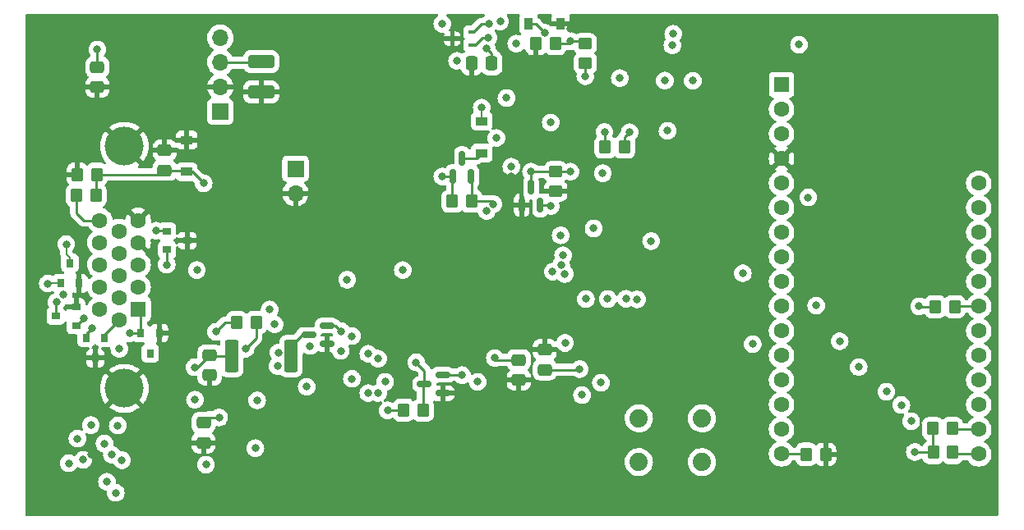
<source format=gbr>
%TF.GenerationSoftware,KiCad,Pcbnew,6.0.11-2627ca5db0~126~ubuntu22.04.1*%
%TF.CreationDate,2023-03-13T11:49:13-04:00*%
%TF.ProjectId,obd-feather,6f62642d-6665-4617-9468-65722e6b6963,1.0*%
%TF.SameCoordinates,Original*%
%TF.FileFunction,Copper,L4,Bot*%
%TF.FilePolarity,Positive*%
%FSLAX46Y46*%
G04 Gerber Fmt 4.6, Leading zero omitted, Abs format (unit mm)*
G04 Created by KiCad (PCBNEW 6.0.11-2627ca5db0~126~ubuntu22.04.1) date 2023-03-13 11:49:13*
%MOMM*%
%LPD*%
G01*
G04 APERTURE LIST*
G04 Aperture macros list*
%AMRoundRect*
0 Rectangle with rounded corners*
0 $1 Rounding radius*
0 $2 $3 $4 $5 $6 $7 $8 $9 X,Y pos of 4 corners*
0 Add a 4 corners polygon primitive as box body*
4,1,4,$2,$3,$4,$5,$6,$7,$8,$9,$2,$3,0*
0 Add four circle primitives for the rounded corners*
1,1,$1+$1,$2,$3*
1,1,$1+$1,$4,$5*
1,1,$1+$1,$6,$7*
1,1,$1+$1,$8,$9*
0 Add four rect primitives between the rounded corners*
20,1,$1+$1,$2,$3,$4,$5,0*
20,1,$1+$1,$4,$5,$6,$7,0*
20,1,$1+$1,$6,$7,$8,$9,0*
20,1,$1+$1,$8,$9,$2,$3,0*%
G04 Aperture macros list end*
%TA.AperFunction,SMDPad,CuDef*%
%ADD10RoundRect,0.250000X-0.350000X-0.450000X0.350000X-0.450000X0.350000X0.450000X-0.350000X0.450000X0*%
%TD*%
%TA.AperFunction,SMDPad,CuDef*%
%ADD11R,1.200000X0.900000*%
%TD*%
%TA.AperFunction,ComponentPad*%
%ADD12C,1.879600*%
%TD*%
%TA.AperFunction,ComponentPad*%
%ADD13R,1.700000X1.700000*%
%TD*%
%TA.AperFunction,ComponentPad*%
%ADD14O,1.700000X1.700000*%
%TD*%
%TA.AperFunction,ComponentPad*%
%ADD15R,1.600000X1.600000*%
%TD*%
%TA.AperFunction,ComponentPad*%
%ADD16C,1.600000*%
%TD*%
%TA.AperFunction,SMDPad,CuDef*%
%ADD17RoundRect,0.250000X-1.100000X0.412500X-1.100000X-0.412500X1.100000X-0.412500X1.100000X0.412500X0*%
%TD*%
%TA.AperFunction,SMDPad,CuDef*%
%ADD18RoundRect,0.250000X-0.475000X0.337500X-0.475000X-0.337500X0.475000X-0.337500X0.475000X0.337500X0*%
%TD*%
%TA.AperFunction,SMDPad,CuDef*%
%ADD19RoundRect,0.250000X0.475000X-0.337500X0.475000X0.337500X-0.475000X0.337500X-0.475000X-0.337500X0*%
%TD*%
%TA.AperFunction,SMDPad,CuDef*%
%ADD20RoundRect,0.150000X0.587500X0.150000X-0.587500X0.150000X-0.587500X-0.150000X0.587500X-0.150000X0*%
%TD*%
%TA.AperFunction,ComponentPad*%
%ADD21C,4.000000*%
%TD*%
%TA.AperFunction,SMDPad,CuDef*%
%ADD22RoundRect,0.250000X0.350000X0.450000X-0.350000X0.450000X-0.350000X-0.450000X0.350000X-0.450000X0*%
%TD*%
%TA.AperFunction,SMDPad,CuDef*%
%ADD23R,0.899160X0.797560*%
%TD*%
%TA.AperFunction,SMDPad,CuDef*%
%ADD24RoundRect,0.150000X0.150000X-0.587500X0.150000X0.587500X-0.150000X0.587500X-0.150000X-0.587500X0*%
%TD*%
%TA.AperFunction,SMDPad,CuDef*%
%ADD25R,0.797560X0.899160*%
%TD*%
%TA.AperFunction,SMDPad,CuDef*%
%ADD26R,0.900000X1.200000*%
%TD*%
%TA.AperFunction,SMDPad,CuDef*%
%ADD27RoundRect,0.250000X0.450000X-0.350000X0.450000X0.350000X-0.450000X0.350000X-0.450000X-0.350000X0*%
%TD*%
%TA.AperFunction,SMDPad,CuDef*%
%ADD28RoundRect,0.250000X-0.337500X-0.475000X0.337500X-0.475000X0.337500X0.475000X-0.337500X0.475000X0*%
%TD*%
%TA.AperFunction,SMDPad,CuDef*%
%ADD29R,0.700000X0.450000*%
%TD*%
%TA.AperFunction,SMDPad,CuDef*%
%ADD30RoundRect,0.249999X-0.450001X-1.425001X0.450001X-1.425001X0.450001X1.425001X-0.450001X1.425001X0*%
%TD*%
%TA.AperFunction,SMDPad,CuDef*%
%ADD31RoundRect,0.250000X-0.450000X0.350000X-0.450000X-0.350000X0.450000X-0.350000X0.450000X0.350000X0*%
%TD*%
%TA.AperFunction,ViaPad*%
%ADD32C,0.800000*%
%TD*%
%TA.AperFunction,Conductor*%
%ADD33C,0.250000*%
%TD*%
%TA.AperFunction,Conductor*%
%ADD34C,0.200000*%
%TD*%
G04 APERTURE END LIST*
D10*
%TO.P,R32,2*%
%TO.N,VBAT_MON*%
X115690000Y-90860000D03*
%TO.P,R32,1*%
%TO.N,+BATT*%
X113690000Y-90860000D03*
%TD*%
D11*
%TO.P,D15,1,K*%
%TO.N,VBAT_MON*%
X125060000Y-88420000D03*
%TO.P,D15,2,A*%
%TO.N,GND*%
X125060000Y-85120000D03*
%TD*%
D12*
%TO.P,S1,1,1*%
%TO.N,+3V3*%
X171637600Y-113850000D03*
%TO.P,S1,2,1*%
X178140000Y-113850000D03*
%TO.P,S1,3,2*%
%TO.N,Net-(R1-Pad1)*%
X171637600Y-118371200D03*
%TO.P,S1,4,2*%
X178140000Y-118371200D03*
%TD*%
D13*
%TO.P,U12,1,Vout*%
%TO.N,+5V*%
X128522300Y-82202600D03*
D14*
%TO.P,U12,2,GND*%
%TO.N,GND*%
X128522300Y-79662600D03*
%TO.P,U12,3,Vin*%
%TO.N,+12V*%
X128522300Y-77122600D03*
%TO.P,U12,4,EN*%
%TO.N,unconnected-(U12-Pad4)*%
X128522300Y-74582600D03*
%TD*%
D15*
%TO.P,U1,1,~{RESET}*%
%TO.N,unconnected-(U1-Pad1)*%
X186337500Y-79420000D03*
D16*
%TO.P,U1,2,3V3*%
%TO.N,+3V3*%
X186337500Y-81960000D03*
%TO.P,U1,3,AREF*%
%TO.N,unconnected-(U1-Pad3)*%
X186337500Y-84500000D03*
%TO.P,U1,4,GND*%
%TO.N,GND*%
X186337500Y-87040000D03*
%TO.P,U1,5,DAC0/A0*%
%TO.N,unconnected-(U1-Pad5)*%
X186337500Y-89580000D03*
%TO.P,U1,6,DAC1/A1*%
%TO.N,unconnected-(U1-Pad6)*%
X186337500Y-92120000D03*
%TO.P,U1,7,A2*%
%TO.N,unconnected-(U1-Pad7)*%
X186337500Y-94660000D03*
%TO.P,U1,8,A3*%
%TO.N,unconnected-(U1-Pad8)*%
X186337500Y-97200000D03*
%TO.P,U1,9,A4*%
%TO.N,VBAT_MON*%
X186337500Y-99740000D03*
%TO.P,U1,10,A5*%
%TO.N,VJ1850_MON*%
X186337500Y-102280000D03*
%TO.P,U1,11,SCK/D24*%
%TO.N,SCK*%
X186337500Y-104820000D03*
%TO.P,U1,12,MOSI/D23*%
%TO.N,MOSI*%
X186337500Y-107360000D03*
%TO.P,U1,13,MISO/D22*%
%TO.N,MISO*%
X186337500Y-109900000D03*
%TO.P,U1,14,RX/D0*%
%TO.N,J1850_RX*%
X186337500Y-112440000D03*
%TO.P,U1,15,TX/D1*%
%TO.N,J1850_TX*%
X186337500Y-114980000D03*
%TO.P,U1,16,~{BOOT0}*%
%TO.N,Net-(R1-Pad1)*%
X186337500Y-117520000D03*
%TO.P,U1,17,SDA/D20*%
%TO.N,SDA*%
X206657500Y-117520000D03*
%TO.P,U1,18,SCL/D21*%
%TO.N,SCL*%
X206657500Y-114980000D03*
%TO.P,U1,19,D5*%
%TO.N,K_LINE_RX*%
X206657500Y-112440000D03*
%TO.P,U1,20,D6*%
%TO.N,K_LINE_TX*%
X206657500Y-109900000D03*
%TO.P,U1,21,D9*%
%TO.N,CAN_RX*%
X206657500Y-107360000D03*
%TO.P,U1,22,D10*%
%TO.N,CAN_TX*%
X206657500Y-104820000D03*
%TO.P,U1,23,D11*%
%TO.N,~{CAN_EN}*%
X206657500Y-102280000D03*
%TO.P,U1,24,D12*%
%TO.N,unconnected-(U1-Pad24)*%
X206657500Y-99740000D03*
%TO.P,U1,25,D13*%
%TO.N,unconnected-(U1-Pad25)*%
X206657500Y-97200000D03*
%TO.P,U1,26,USB*%
%TO.N,unconnected-(U1-Pad26)*%
X206657500Y-94660000D03*
%TO.P,U1,27,EN*%
%TO.N,unconnected-(U1-Pad27)*%
X206657500Y-92120000D03*
%TO.P,U1,28,VBAT*%
%TO.N,unconnected-(U1-Pad28)*%
X206657500Y-89580000D03*
%TD*%
D10*
%TO.P,R3,1*%
%TO.N,+3V3*%
X202170000Y-102340000D03*
%TO.P,R3,2*%
%TO.N,~{CAN_EN}*%
X204170000Y-102340000D03*
%TD*%
%TO.P,R1,1*%
%TO.N,Net-(R1-Pad1)*%
X188870000Y-117570000D03*
%TO.P,R1,2*%
%TO.N,GND*%
X190870000Y-117570000D03*
%TD*%
D13*
%TO.P,J2,1,Pin_1*%
%TO.N,+5V*%
X136260000Y-88090000D03*
D14*
%TO.P,J2,2,Pin_2*%
%TO.N,GND*%
X136260000Y-90630000D03*
%TD*%
D17*
%TO.P,C15,1*%
%TO.N,+12V*%
X132720000Y-77047500D03*
%TO.P,C15,2*%
%TO.N,GND*%
X132720000Y-80172500D03*
%TD*%
D18*
%TO.P,C10,1*%
%TO.N,/ISO K-Line/VBB*%
X159260000Y-107812500D03*
%TO.P,C10,2*%
%TO.N,GND*%
X159260000Y-109887500D03*
%TD*%
D19*
%TO.P,C9,1*%
%TO.N,+3V3*%
X161950000Y-108835000D03*
%TO.P,C9,2*%
%TO.N,GND*%
X161950000Y-106760000D03*
%TD*%
D10*
%TO.P,R31,1*%
%TO.N,+3V3*%
X201970000Y-117370000D03*
%TO.P,R31,2*%
%TO.N,SDA*%
X203970000Y-117370000D03*
%TD*%
D19*
%TO.P,C12,1*%
%TO.N,VBAT_MON*%
X122780000Y-88255000D03*
%TO.P,C12,2*%
%TO.N,GND*%
X122780000Y-86180000D03*
%TD*%
D20*
%TO.P,Q11,1,G*%
%TO.N,ISO_K*%
X151425000Y-109370000D03*
%TO.P,Q11,2,S*%
%TO.N,GND*%
X151425000Y-111270000D03*
%TO.P,Q11,3,D*%
%TO.N,ISO_L*%
X149550000Y-110320000D03*
%TD*%
D21*
%TO.P,J1,0*%
%TO.N,GND*%
X118633342Y-110765651D03*
X118633342Y-85765651D03*
D15*
%TO.P,J1,1*%
%TO.N,SW_CAN*%
X120053342Y-102580651D03*
D16*
%TO.P,J1,2*%
%TO.N,J1850_BUS+*%
X120053342Y-100290651D03*
%TO.P,J1,3*%
%TO.N,MS_CAN_HI*%
X120053342Y-98000651D03*
%TO.P,J1,4*%
%TO.N,GND*%
X120053342Y-95710651D03*
%TO.P,J1,5*%
X120053342Y-93420651D03*
%TO.P,J1,6*%
%TO.N,HS_CAN_HI*%
X118073342Y-103725651D03*
%TO.P,J1,7*%
%TO.N,K_LINE*%
X118073342Y-101435651D03*
%TO.P,J1,8*%
%TO.N,unconnected-(J1-Pad8)*%
X118073342Y-99145651D03*
%TO.P,J1,9*%
%TO.N,J1850_BUS-*%
X118073342Y-96855651D03*
%TO.P,J1,10*%
%TO.N,MS_CAN_LO*%
X118073342Y-94565651D03*
%TO.P,J1,11*%
%TO.N,unconnected-(J1-Pad11)*%
X116093342Y-102580651D03*
%TO.P,J1,12*%
%TO.N,unconnected-(J1-Pad12)*%
X116093342Y-100290651D03*
%TO.P,J1,13*%
%TO.N,HS_CAN_LO*%
X116093342Y-98000651D03*
%TO.P,J1,14*%
%TO.N,L_LINE*%
X116093342Y-95710651D03*
%TO.P,J1,15*%
%TO.N,+BATT*%
X116093342Y-93420651D03*
%TD*%
D22*
%TO.P,R33,1*%
%TO.N,VBAT_MON*%
X115800000Y-88680000D03*
%TO.P,R33,2*%
%TO.N,GND*%
X113800000Y-88680000D03*
%TD*%
D10*
%TO.P,R2,1*%
%TO.N,+3V3*%
X130210000Y-103970000D03*
%TO.P,R2,2*%
%TO.N,SW_CAN_RX*%
X132210000Y-103970000D03*
%TD*%
%TO.P,R30,1*%
%TO.N,+3V3*%
X201920000Y-114910000D03*
%TO.P,R30,2*%
%TO.N,SCL*%
X203920000Y-114910000D03*
%TD*%
D23*
%TO.P,D4,1,1*%
%TO.N,GND*%
X113665000Y-102362000D03*
%TO.P,D4,2,2*%
%TO.N,K_LINE*%
X113665000Y-104261920D03*
%TO.P,D4,3,3*%
%TO.N,L_LINE*%
X111566960Y-103311960D03*
%TD*%
D24*
%TO.P,Q6,1,G*%
%TO.N,J1850_TX*%
X161478000Y-91869500D03*
%TO.P,Q6,2,S*%
%TO.N,GND*%
X159578000Y-91869500D03*
%TO.P,Q6,3,D*%
%TO.N,Net-(Q6-Pad3)*%
X160528000Y-89994500D03*
%TD*%
D25*
%TO.P,D3,1,A1*%
%TO.N,SW_CAN*%
X120335040Y-105046780D03*
%TO.P,D3,2,A2*%
%TO.N,GND*%
X122234960Y-105046780D03*
%TO.P,D3,3,C*%
%TO.N,unconnected-(D3-Pad3)*%
X121285000Y-107144820D03*
%TD*%
D20*
%TO.P,Q1,1,G*%
%TO.N,SW_CAN_LOAD*%
X139500000Y-104290000D03*
%TO.P,Q1,2,S*%
%TO.N,GND*%
X139500000Y-106190000D03*
%TO.P,Q1,3,D*%
%TO.N,Net-(Q1-Pad3)*%
X137625000Y-105240000D03*
%TD*%
D19*
%TO.P,C1,1*%
%TO.N,GND*%
X126780000Y-116370000D03*
%TO.P,C1,2*%
%TO.N,+5V*%
X126780000Y-114295000D03*
%TD*%
D25*
%TO.P,D2,1,1*%
%TO.N,HS_CAN_LO*%
X114686080Y-105537000D03*
%TO.P,D2,2,2*%
%TO.N,HS_CAN_HI*%
X116586000Y-105537000D03*
%TO.P,D2,3,3*%
%TO.N,GND*%
X115636040Y-107635040D03*
%TD*%
D22*
%TO.P,R9,1*%
%TO.N,Net-(R8-Pad2)*%
X163052000Y-75184000D03*
%TO.P,R9,2*%
%TO.N,GND*%
X161052000Y-75184000D03*
%TD*%
D26*
%TO.P,D7,1,K*%
%TO.N,Net-(D7-Pad1)*%
X160276000Y-73152000D03*
%TO.P,D7,2,A*%
%TO.N,GND*%
X163576000Y-73152000D03*
%TD*%
D19*
%TO.P,C3,1*%
%TO.N,GND*%
X127416000Y-109390000D03*
%TO.P,C3,2*%
%TO.N,SW_CAN*%
X127416000Y-107315000D03*
%TD*%
D27*
%TO.P,R8,1*%
%TO.N,+5V*%
X166116000Y-77200000D03*
%TO.P,R8,2*%
%TO.N,Net-(R8-Pad2)*%
X166116000Y-75200000D03*
%TD*%
D23*
%TO.P,D1,1,1*%
%TO.N,MS_CAN_HI*%
X123021960Y-96459960D03*
%TO.P,D1,2,2*%
%TO.N,MS_CAN_LO*%
X123021960Y-94560040D03*
%TO.P,D1,3,3*%
%TO.N,GND*%
X125120000Y-95510000D03*
%TD*%
D28*
%TO.P,C5,1*%
%TO.N,GND*%
X154410500Y-77216000D03*
%TO.P,C5,2*%
%TO.N,+3V3*%
X156485500Y-77216000D03*
%TD*%
D29*
%TO.P,D6,1*%
%TO.N,Net-(D6-Pad1)*%
X154416000Y-74026000D03*
%TO.P,D6,2*%
%TO.N,Net-(D6-Pad2)*%
X154416000Y-75326000D03*
%TO.P,D6,3*%
%TO.N,GND*%
X152416000Y-74676000D03*
%TD*%
D10*
%TO.P,R22,1*%
%TO.N,V_J1850*%
X152416000Y-91440000D03*
%TO.P,R22,2*%
%TO.N,Net-(Q7-Pad3)*%
X154416000Y-91440000D03*
%TD*%
D30*
%TO.P,R7,1*%
%TO.N,SW_CAN*%
X129700000Y-107442000D03*
%TO.P,R7,2*%
%TO.N,Net-(Q1-Pad3)*%
X135800000Y-107442000D03*
%TD*%
D31*
%TO.P,R24,1*%
%TO.N,Net-(Q6-Pad3)*%
X163068000Y-88408000D03*
%TO.P,R24,2*%
%TO.N,GND*%
X163068000Y-90408000D03*
%TD*%
D11*
%TO.P,D9,1,K*%
%TO.N,J1850_BUS+*%
X155448000Y-83186000D03*
%TO.P,D9,2,A*%
%TO.N,Net-(D9-Pad2)*%
X155448000Y-86486000D03*
%TD*%
D10*
%TO.P,R28,1*%
%TO.N,+3V3*%
X147420000Y-113010000D03*
%TO.P,R28,2*%
%TO.N,ISO_L*%
X149420000Y-113010000D03*
%TD*%
D25*
%TO.P,D5,1,1*%
%TO.N,GND*%
X113979960Y-99931220D03*
%TO.P,D5,2,2*%
%TO.N,J1850_BUS+*%
X112080040Y-99931220D03*
%TO.P,D5,3,3*%
%TO.N,J1850_BUS-*%
X113030000Y-97833180D03*
%TD*%
D18*
%TO.P,C18,1*%
%TO.N,+12V*%
X115850000Y-77600000D03*
%TO.P,C18,2*%
%TO.N,GND*%
X115850000Y-79675000D03*
%TD*%
D10*
%TO.P,R17,1*%
%TO.N,+3V3*%
X168164000Y-85852000D03*
%TO.P,R17,2*%
%TO.N,SAE_VPW*%
X170164000Y-85852000D03*
%TD*%
D24*
%TO.P,Q8,1,G*%
%TO.N,Net-(Q7-Pad3)*%
X154366000Y-88900000D03*
%TO.P,Q8,2,S*%
%TO.N,V_J1850*%
X152466000Y-88900000D03*
%TO.P,Q8,3,D*%
%TO.N,Net-(D9-Pad2)*%
X153416000Y-87025000D03*
%TD*%
D32*
%TO.N,CAN_TX*%
X192330000Y-105900000D03*
X183370000Y-106190000D03*
X155030000Y-110090000D03*
X145504500Y-110090000D03*
%TO.N,GND*%
X129610000Y-110030000D03*
%TO.N,K_LINE_RX*%
X198680000Y-112480000D03*
%TO.N,K_LINE_TX*%
X197140000Y-111110000D03*
%TO.N,CAN_RX*%
X194290000Y-108550000D03*
%TO.N,~{CAN_EN}*%
X199690000Y-114140000D03*
%TO.N,+3V3*%
X200510000Y-102290000D03*
%TO.N,GND*%
X154600000Y-117080000D03*
%TO.N,+3V3*%
X200070000Y-117320000D03*
%TO.N,SDA*%
X189910000Y-102220000D03*
X182350000Y-98870000D03*
%TO.N,J1850_TX*%
X189090000Y-91060000D03*
%TO.N,J1850_RX*%
X188130000Y-75290000D03*
%TO.N,+3V3*%
X175180000Y-74170000D03*
%TO.N,J1850_BUS-*%
X152908000Y-76958000D03*
%TO.N,+5V*%
X158000000Y-80800000D03*
X166120000Y-78550000D03*
%TO.N,J1850_RX*%
X175092000Y-75352000D03*
%TO.N,+3V3*%
X174592701Y-84182701D03*
X168100000Y-84300000D03*
X162560000Y-83320000D03*
X156960000Y-84920000D03*
%TO.N,SAE_PWM*%
X177200000Y-79020000D03*
X172900000Y-95560000D03*
%TO.N,ISO_K*%
X171450000Y-101570000D03*
%TO.N,K_LINE_EN*%
X170320000Y-101510000D03*
%TO.N,SW_CAN_LOAD*%
X168430000Y-101540000D03*
%TO.N,CAN_SEL1*%
X166180000Y-101540000D03*
%TO.N,CAN_SEL0*%
X162750000Y-98710000D03*
%TO.N,SW_CAN_MODE0*%
X163580000Y-94964500D03*
%TO.N,SW_CAN_MODE1*%
X166976678Y-94251997D03*
%TO.N,VJ1850_MON*%
X141590000Y-99540000D03*
%TO.N,+3V3*%
X164012299Y-98947701D03*
%TO.N,SDA*%
X163637872Y-98010863D03*
%TO.N,SCL*%
X163830000Y-97030000D03*
%TO.N,GND*%
X172450000Y-94280000D03*
X172495500Y-98267299D03*
X172450000Y-102670000D03*
X130930000Y-89150000D03*
X128540000Y-89870000D03*
%TO.N,VBAT_MON*%
X126810000Y-89590000D03*
%TO.N,GND*%
X142220000Y-91160000D03*
X156000000Y-105780000D03*
%TO.N,K_LINE_TX*%
X165780000Y-111450000D03*
%TO.N,K_LINE_RX*%
X167730000Y-110180000D03*
%TO.N,K_LINE_EN*%
X164040000Y-106080000D03*
%TO.N,GND*%
X156450000Y-110280000D03*
%TO.N,CAN_RX*%
X140920000Y-106890000D03*
%TO.N,SW_CAN_LOAD*%
X140970000Y-104864500D03*
%TO.N,~{CAN_EN}*%
X132130000Y-116930000D03*
%TO.N,ISO_K*%
X153420000Y-109390000D03*
%TO.N,+3V3*%
X145770000Y-113030000D03*
%TO.N,ISO_L*%
X148700000Y-108070000D03*
%TO.N,/ISO K-Line/VBB*%
X156800000Y-107620000D03*
%TO.N,+3V3*%
X165530000Y-108770000D03*
%TO.N,GND*%
X153700000Y-114150000D03*
X143700000Y-101620000D03*
X142290000Y-97520000D03*
%TO.N,SW_CAN*%
X119160000Y-105060000D03*
%TO.N,MS_CAN_HI*%
X123000000Y-98000000D03*
%TO.N,+3V3*%
X142070000Y-105360000D03*
X142074061Y-109777797D03*
X127040000Y-118630000D03*
X128070000Y-104920000D03*
%TO.N,SW_CAN_RX*%
X131120000Y-106670000D03*
%TO.N,SW_CAN_MODE0*%
X134420000Y-108460000D03*
%TO.N,SW_CAN_MODE1*%
X134500500Y-107080000D03*
%TO.N,SW_CAN*%
X125865000Y-108585000D03*
%TO.N,MUX_CAN_RX*%
X125910000Y-111930000D03*
X137750000Y-106390000D03*
%TO.N,MUX_CAN_TX*%
X132310000Y-111990000D03*
X137410000Y-110590000D03*
%TO.N,GND*%
X126620000Y-121350000D03*
%TO.N,+5V*%
X118380000Y-118170000D03*
X117950000Y-114590000D03*
X128400000Y-113760000D03*
%TO.N,+12V*%
X115850000Y-75790000D03*
%TO.N,GND*%
X116050000Y-81950000D03*
X164592000Y-73660000D03*
X114046000Y-120523000D03*
X171150000Y-89570000D03*
X158496000Y-88900000D03*
X115214400Y-117576600D03*
X152908000Y-81280000D03*
X140716000Y-112776000D03*
X140716000Y-108204000D03*
X133096000Y-101092000D03*
X180340000Y-74168000D03*
X166624000Y-87376000D03*
X172720000Y-84360000D03*
X124206000Y-112268000D03*
X145796000Y-96012000D03*
X160528000Y-85344000D03*
X155448000Y-84836000D03*
%TO.N,+3V3*%
X155956000Y-75692000D03*
%TO.N,V_J1850*%
X151384000Y-88900000D03*
%TO.N,K_LINE*%
X114427000Y-103505000D03*
X133608299Y-102611701D03*
%TO.N,L_LINE*%
X118110000Y-106680000D03*
X134112000Y-104140000D03*
X111633000Y-101854000D03*
%TO.N,J1850_BUS+*%
X157353000Y-72898000D03*
X155956000Y-92456000D03*
X126111000Y-98552000D03*
X151384000Y-73152000D03*
X110744000Y-99949000D03*
X155448000Y-81788000D03*
X147320000Y-98552000D03*
%TO.N,J1850_BUS-*%
X112644701Y-95880701D03*
%TO.N,HS_CAN_HI*%
X115189000Y-114554000D03*
%TO.N,HS_CAN_LO*%
X114386893Y-118137169D03*
X115316000Y-104521000D03*
%TO.N,MS_CAN_HI*%
X113792000Y-115951000D03*
%TO.N,MS_CAN_LO*%
X121920000Y-94488000D03*
X112903000Y-118491000D03*
X112357500Y-101073519D03*
%TO.N,SAE_VPW*%
X170688000Y-84328000D03*
X169672000Y-78740000D03*
%TO.N,SAE_PWM*%
X167921974Y-88562626D03*
X158496000Y-87884000D03*
%TO.N,PWM_RX*%
X174320000Y-79000000D03*
X159004000Y-75184000D03*
%TO.N,J1850_TX*%
X162560000Y-91948000D03*
%TO.N,CAN_SEL1*%
X144780000Y-107696000D03*
X117745497Y-121539000D03*
X117348000Y-117602000D03*
X144780000Y-111252000D03*
%TO.N,CAN_SEL0*%
X143764000Y-107188000D03*
X116586000Y-116459000D03*
X143764000Y-111252000D03*
X116840000Y-120396000D03*
%TO.N,Net-(D6-Pad1)*%
X156164677Y-73152000D03*
%TO.N,Net-(D6-Pad2)*%
X156154906Y-74594520D03*
%TO.N,Net-(D7-Pad1)*%
X161919245Y-74060124D03*
%TO.N,Net-(Q6-Pad3)*%
X160528000Y-88392000D03*
X164592000Y-88392000D03*
%TO.N,Net-(Q7-Pad3)*%
X156662755Y-91749245D03*
%TO.N,Net-(R8-Pad2)*%
X164614301Y-74926500D03*
%TD*%
D33*
%TO.N,Net-(R1-Pad1)*%
X188820000Y-117520000D02*
X186337500Y-117520000D01*
%TO.N,+3V3*%
X200560000Y-102340000D02*
X200510000Y-102290000D01*
X202170000Y-102340000D02*
X200560000Y-102340000D01*
%TO.N,~{CAN_EN}*%
X204230000Y-102280000D02*
X206657500Y-102280000D01*
%TO.N,+3V3*%
X200120000Y-117370000D02*
X200070000Y-117320000D01*
X201970000Y-117370000D02*
X200120000Y-117370000D01*
X201920000Y-114910000D02*
X201920000Y-117320000D01*
%TO.N,SCL*%
X203990000Y-114980000D02*
X206657500Y-114980000D01*
%TO.N,SDA*%
X204120000Y-117520000D02*
X206657500Y-117520000D01*
%TO.N,+5V*%
X166116000Y-78546000D02*
X166120000Y-78550000D01*
X166116000Y-77200000D02*
X166116000Y-78546000D01*
%TO.N,+3V3*%
X168164000Y-84364000D02*
X168100000Y-84300000D01*
X168164000Y-85852000D02*
X168164000Y-84364000D01*
%TO.N,VBAT_MON*%
X125640000Y-88420000D02*
X125060000Y-88420000D01*
X126810000Y-89590000D02*
X125640000Y-88420000D01*
%TO.N,+12V*%
X132644900Y-77122600D02*
X128522300Y-77122600D01*
%TO.N,SW_CAN_LOAD*%
X140395500Y-104290000D02*
X140970000Y-104864500D01*
X139500000Y-104290000D02*
X140395500Y-104290000D01*
%TO.N,Net-(Q1-Pad3)*%
X137625000Y-105240000D02*
X136940000Y-105240000D01*
X136940000Y-105240000D02*
X135800000Y-106380000D01*
%TO.N,ISO_K*%
X153400000Y-109370000D02*
X153420000Y-109390000D01*
X151425000Y-109370000D02*
X153400000Y-109370000D01*
%TO.N,+3V3*%
X145790000Y-113010000D02*
X145770000Y-113030000D01*
X147420000Y-113010000D02*
X145790000Y-113010000D01*
%TO.N,ISO_L*%
X149550000Y-108920000D02*
X148700000Y-108070000D01*
X149550000Y-110320000D02*
X149550000Y-108920000D01*
X149420000Y-113010000D02*
X149420000Y-110450000D01*
%TO.N,/ISO K-Line/VBB*%
X156992500Y-107812500D02*
X156800000Y-107620000D01*
X159260000Y-107812500D02*
X156992500Y-107812500D01*
%TO.N,+3V3*%
X165465000Y-108835000D02*
X165530000Y-108770000D01*
X161950000Y-108835000D02*
X165465000Y-108835000D01*
%TO.N,SW_CAN*%
X119173220Y-105046780D02*
X119160000Y-105060000D01*
X120335040Y-105046780D02*
X119173220Y-105046780D01*
%TO.N,MS_CAN_LO*%
X121920000Y-94488000D02*
X122949920Y-94488000D01*
%TO.N,MS_CAN_HI*%
X123000000Y-98000000D02*
X123021960Y-97978040D01*
X123021960Y-97978040D02*
X123021960Y-96459960D01*
%TO.N,+3V3*%
X129020000Y-103970000D02*
X128070000Y-104920000D01*
X130210000Y-103970000D02*
X129020000Y-103970000D01*
%TO.N,SW_CAN_RX*%
X132210000Y-105580000D02*
X131120000Y-106670000D01*
X132210000Y-103970000D02*
X132210000Y-105580000D01*
%TO.N,SW_CAN*%
X125865000Y-108585000D02*
X126146000Y-108585000D01*
X126146000Y-108585000D02*
X127416000Y-107315000D01*
X129700000Y-107442000D02*
X127543000Y-107442000D01*
%TO.N,+5V*%
X128400000Y-113760000D02*
X127315000Y-113760000D01*
X127315000Y-113760000D02*
X126780000Y-114295000D01*
%TO.N,VBAT_MON*%
X122780000Y-88255000D02*
X124895000Y-88255000D01*
X115800000Y-88680000D02*
X122355000Y-88680000D01*
X115690000Y-90860000D02*
X115690000Y-88790000D01*
%TO.N,+BATT*%
X113690000Y-90860000D02*
X113690000Y-92690000D01*
X113690000Y-92690000D02*
X114420651Y-93420651D01*
X114420651Y-93420651D02*
X116093342Y-93420651D01*
%TO.N,+12V*%
X115850000Y-77600000D02*
X115850000Y-75790000D01*
%TO.N,SW_CAN*%
X120335040Y-105046780D02*
X120335040Y-102862349D01*
%TO.N,+3V3*%
X156485500Y-77216000D02*
X156485500Y-76221500D01*
X156485500Y-76221500D02*
X155956000Y-75692000D01*
%TO.N,V_J1850*%
X152416000Y-91440000D02*
X152416000Y-88950000D01*
X151384000Y-88900000D02*
X152466000Y-88900000D01*
%TO.N,K_LINE*%
X113670080Y-104261920D02*
X114427000Y-103505000D01*
%TO.N,L_LINE*%
X111566960Y-103311960D02*
X111566960Y-101920040D01*
X111566960Y-101920040D02*
X111633000Y-101854000D01*
D34*
%TO.N,J1850_BUS+*%
X110761780Y-99931220D02*
X110744000Y-99949000D01*
X155448000Y-83186000D02*
X155448000Y-81788000D01*
X112080040Y-99931220D02*
X110761780Y-99931220D01*
%TO.N,J1850_BUS-*%
X112644701Y-95880701D02*
X112644701Y-96896701D01*
X112644701Y-96896701D02*
X113030000Y-97282000D01*
X113030000Y-97282000D02*
X113030000Y-97833180D01*
D33*
%TO.N,HS_CAN_HI*%
X116586000Y-105212993D02*
X118073342Y-103725651D01*
%TO.N,HS_CAN_LO*%
X114686080Y-105537000D02*
X114686080Y-105150920D01*
X114686080Y-105150920D02*
X115316000Y-104521000D01*
%TO.N,SAE_VPW*%
X170164000Y-85852000D02*
X170164000Y-84852000D01*
X170164000Y-84852000D02*
X170688000Y-84328000D01*
%TO.N,J1850_TX*%
X162481500Y-91869500D02*
X162560000Y-91948000D01*
X161478000Y-91869500D02*
X162481500Y-91869500D01*
%TO.N,Net-(D6-Pad1)*%
X155448000Y-73152000D02*
X156164677Y-73152000D01*
X154574000Y-74026000D02*
X155448000Y-73152000D01*
%TO.N,Net-(D6-Pad2)*%
X155529480Y-74594520D02*
X156154906Y-74594520D01*
X154798000Y-75326000D02*
X155529480Y-74594520D01*
X154416000Y-75326000D02*
X154798000Y-75326000D01*
%TO.N,Net-(D7-Pad1)*%
X161011121Y-73152000D02*
X161919245Y-74060124D01*
X160276000Y-73152000D02*
X161011121Y-73152000D01*
%TO.N,Net-(D9-Pad2)*%
X154909000Y-87025000D02*
X155448000Y-86486000D01*
X153416000Y-87025000D02*
X154909000Y-87025000D01*
%TO.N,Net-(Q6-Pad3)*%
X164576000Y-88408000D02*
X164592000Y-88392000D01*
X160544000Y-88408000D02*
X160528000Y-88392000D01*
X163068000Y-88408000D02*
X164576000Y-88408000D01*
X160528000Y-89994500D02*
X160528000Y-88392000D01*
X163068000Y-88408000D02*
X160544000Y-88408000D01*
%TO.N,Net-(Q7-Pad3)*%
X154416000Y-91440000D02*
X154416000Y-88950000D01*
X154416000Y-91440000D02*
X156353510Y-91440000D01*
X156353510Y-91440000D02*
X156662755Y-91749245D01*
%TO.N,Net-(R8-Pad2)*%
X163052000Y-75184000D02*
X164356801Y-75184000D01*
X164356801Y-75184000D02*
X164614301Y-74926500D01*
X164614301Y-74926500D02*
X165842500Y-74926500D01*
%TD*%
%TA.AperFunction,Conductor*%
%TO.N,GND*%
G36*
X150916416Y-72156502D02*
G01*
X150962909Y-72210158D01*
X150973013Y-72280432D01*
X150943519Y-72345012D01*
X150922356Y-72364436D01*
X150772747Y-72473134D01*
X150768326Y-72478044D01*
X150768325Y-72478045D01*
X150661120Y-72597109D01*
X150644960Y-72615056D01*
X150549473Y-72780444D01*
X150490458Y-72962072D01*
X150470496Y-73152000D01*
X150471186Y-73158565D01*
X150489031Y-73328347D01*
X150490458Y-73341928D01*
X150549473Y-73523556D01*
X150552776Y-73529278D01*
X150552777Y-73529279D01*
X150572382Y-73563235D01*
X150644960Y-73688944D01*
X150649378Y-73693851D01*
X150649379Y-73693852D01*
X150741999Y-73796717D01*
X150772747Y-73830866D01*
X150927248Y-73943118D01*
X150933276Y-73945802D01*
X150933278Y-73945803D01*
X151095681Y-74018109D01*
X151101712Y-74020794D01*
X151195113Y-74040647D01*
X151282056Y-74059128D01*
X151282061Y-74059128D01*
X151288513Y-74060500D01*
X151479487Y-74060500D01*
X151479487Y-74061038D01*
X151545049Y-74073031D01*
X151596894Y-74121535D01*
X151614285Y-74190368D01*
X151606359Y-74229796D01*
X151567522Y-74333394D01*
X151563895Y-74348649D01*
X151558369Y-74399514D01*
X151558000Y-74406328D01*
X151558000Y-74432885D01*
X151562475Y-74448124D01*
X151563865Y-74449329D01*
X151571548Y-74451000D01*
X152172885Y-74451000D01*
X152188124Y-74446525D01*
X152189329Y-74445135D01*
X152191000Y-74437452D01*
X152191000Y-74432885D01*
X152641000Y-74432885D01*
X152645475Y-74448124D01*
X152646865Y-74449329D01*
X152654548Y-74451000D01*
X153255884Y-74451000D01*
X153271123Y-74446525D01*
X153272328Y-74445135D01*
X153273999Y-74437452D01*
X153273999Y-74406331D01*
X153273629Y-74399510D01*
X153268105Y-74348648D01*
X153264479Y-74333396D01*
X153219324Y-74212946D01*
X153210786Y-74197351D01*
X153134285Y-74095276D01*
X153121724Y-74082715D01*
X153019649Y-74006214D01*
X153004054Y-73997676D01*
X152883606Y-73952522D01*
X152868351Y-73948895D01*
X152817486Y-73943369D01*
X152810672Y-73943000D01*
X152659115Y-73943000D01*
X152643876Y-73947475D01*
X152642671Y-73948865D01*
X152641000Y-73956548D01*
X152641000Y-74432885D01*
X152191000Y-74432885D01*
X152191000Y-73961116D01*
X152186525Y-73945877D01*
X152185135Y-73944672D01*
X152177452Y-73943001D01*
X152177286Y-73943001D01*
X152176812Y-73942862D01*
X152164217Y-73940122D01*
X152164413Y-73939221D01*
X152109165Y-73922999D01*
X152062672Y-73869343D01*
X152052568Y-73799069D01*
X152083650Y-73732691D01*
X152118621Y-73693852D01*
X152118622Y-73693851D01*
X152123040Y-73688944D01*
X152195618Y-73563235D01*
X152215223Y-73529279D01*
X152215224Y-73529278D01*
X152218527Y-73523556D01*
X152277542Y-73341928D01*
X152278970Y-73328347D01*
X152296814Y-73158565D01*
X152297504Y-73152000D01*
X152277542Y-72962072D01*
X152218527Y-72780444D01*
X152123040Y-72615056D01*
X152106881Y-72597109D01*
X151999675Y-72478045D01*
X151999674Y-72478044D01*
X151995253Y-72473134D01*
X151845644Y-72364436D01*
X151802290Y-72308213D01*
X151796215Y-72237477D01*
X151829347Y-72174686D01*
X151891167Y-72139774D01*
X151919705Y-72136500D01*
X155628972Y-72136500D01*
X155697093Y-72156502D01*
X155743586Y-72210158D01*
X155753690Y-72280432D01*
X155724196Y-72345012D01*
X155703033Y-72364436D01*
X155585750Y-72449648D01*
X155553424Y-72473134D01*
X155549003Y-72478044D01*
X155544101Y-72482458D01*
X155542806Y-72481020D01*
X155490255Y-72513391D01*
X155461032Y-72517777D01*
X155450334Y-72518113D01*
X155440000Y-72518438D01*
X155436044Y-72518500D01*
X155408144Y-72518500D01*
X155404154Y-72519004D01*
X155392320Y-72519936D01*
X155348111Y-72521326D01*
X155340495Y-72523539D01*
X155340493Y-72523539D01*
X155328652Y-72526979D01*
X155309293Y-72530988D01*
X155307983Y-72531154D01*
X155289203Y-72533526D01*
X155281837Y-72536442D01*
X155281831Y-72536444D01*
X155248098Y-72549800D01*
X155236868Y-72553645D01*
X155231151Y-72555306D01*
X155194407Y-72565981D01*
X155187584Y-72570016D01*
X155176966Y-72576295D01*
X155159213Y-72584992D01*
X155151568Y-72588019D01*
X155140383Y-72592448D01*
X155133968Y-72597109D01*
X155104612Y-72618437D01*
X155094695Y-72624951D01*
X155056638Y-72647458D01*
X155042317Y-72661779D01*
X155027284Y-72674619D01*
X155010893Y-72686528D01*
X155005842Y-72692633D01*
X155005837Y-72692638D01*
X154982701Y-72720604D01*
X154974713Y-72729382D01*
X154448500Y-73255595D01*
X154386188Y-73289621D01*
X154359405Y-73292500D01*
X154017866Y-73292500D01*
X153955684Y-73299255D01*
X153819295Y-73350385D01*
X153702739Y-73437739D01*
X153615385Y-73554295D01*
X153564255Y-73690684D01*
X153557500Y-73752866D01*
X153557500Y-74299134D01*
X153564255Y-74361316D01*
X153615385Y-74497705D01*
X153681532Y-74585965D01*
X153692377Y-74600435D01*
X153717225Y-74666941D01*
X153702172Y-74736324D01*
X153692377Y-74751565D01*
X153615385Y-74854295D01*
X153564255Y-74990684D01*
X153557500Y-75052866D01*
X153557500Y-75599134D01*
X153564255Y-75661316D01*
X153615385Y-75797705D01*
X153675648Y-75878113D01*
X153702739Y-75914261D01*
X153700273Y-75916109D01*
X153726945Y-75964954D01*
X153721880Y-76035769D01*
X153679333Y-76092605D01*
X153670127Y-76098882D01*
X153605187Y-76139068D01*
X153593792Y-76148099D01*
X153562735Y-76179210D01*
X153500452Y-76213289D01*
X153429632Y-76208286D01*
X153399502Y-76192129D01*
X153370093Y-76170762D01*
X153370090Y-76170760D01*
X153364752Y-76166882D01*
X153358724Y-76164198D01*
X153358722Y-76164197D01*
X153196319Y-76091891D01*
X153196318Y-76091891D01*
X153190288Y-76089206D01*
X153096888Y-76069353D01*
X153009944Y-76050872D01*
X153009939Y-76050872D01*
X153003487Y-76049500D01*
X152812513Y-76049500D01*
X152806061Y-76050872D01*
X152806056Y-76050872D01*
X152719112Y-76069353D01*
X152625712Y-76089206D01*
X152619682Y-76091891D01*
X152619681Y-76091891D01*
X152457278Y-76164197D01*
X152457276Y-76164198D01*
X152451248Y-76166882D01*
X152445907Y-76170762D01*
X152445906Y-76170763D01*
X152405653Y-76200009D01*
X152296747Y-76279134D01*
X152292326Y-76284044D01*
X152292325Y-76284045D01*
X152196628Y-76390328D01*
X152168960Y-76421056D01*
X152155057Y-76445137D01*
X152080528Y-76574225D01*
X152073473Y-76586444D01*
X152014458Y-76768072D01*
X152013768Y-76774633D01*
X152013768Y-76774635D01*
X151997195Y-76932324D01*
X151994496Y-76958000D01*
X151995186Y-76964565D01*
X152010224Y-77107639D01*
X152014458Y-77147928D01*
X152073473Y-77329556D01*
X152168960Y-77494944D01*
X152173378Y-77499851D01*
X152173379Y-77499852D01*
X152185756Y-77513598D01*
X152296747Y-77636866D01*
X152380921Y-77698022D01*
X152428278Y-77732429D01*
X152451248Y-77749118D01*
X152457276Y-77751802D01*
X152457278Y-77751803D01*
X152511855Y-77776102D01*
X152625712Y-77826794D01*
X152715415Y-77845861D01*
X152806056Y-77865128D01*
X152806061Y-77865128D01*
X152812513Y-77866500D01*
X153003487Y-77866500D01*
X153009939Y-77865128D01*
X153009944Y-77865128D01*
X153183833Y-77828166D01*
X153183832Y-77828166D01*
X153190288Y-77826794D01*
X153190311Y-77826900D01*
X153258448Y-77824952D01*
X153319246Y-77861613D01*
X153345943Y-77906937D01*
X153379588Y-78007784D01*
X153385761Y-78020962D01*
X153471063Y-78158807D01*
X153480099Y-78170208D01*
X153594829Y-78284739D01*
X153606240Y-78293751D01*
X153744243Y-78378816D01*
X153757424Y-78384963D01*
X153911710Y-78436138D01*
X153925086Y-78439005D01*
X154019438Y-78448672D01*
X154025854Y-78449000D01*
X154138385Y-78449000D01*
X154153624Y-78444525D01*
X154154829Y-78443135D01*
X154156500Y-78435452D01*
X154156500Y-77088000D01*
X154176502Y-77019879D01*
X154230158Y-76973386D01*
X154282500Y-76962000D01*
X154538500Y-76962000D01*
X154606621Y-76982002D01*
X154653114Y-77035658D01*
X154664500Y-77088000D01*
X154664500Y-78430884D01*
X154668975Y-78446123D01*
X154670365Y-78447328D01*
X154678048Y-78448999D01*
X154795095Y-78448999D01*
X154801614Y-78448662D01*
X154897206Y-78438743D01*
X154910600Y-78435851D01*
X155064784Y-78384412D01*
X155077962Y-78378239D01*
X155215807Y-78292937D01*
X155227208Y-78283901D01*
X155341738Y-78169172D01*
X155348794Y-78160238D01*
X155406712Y-78119177D01*
X155477635Y-78115947D01*
X155539046Y-78151574D01*
X155545846Y-78159407D01*
X155549522Y-78165348D01*
X155674697Y-78290305D01*
X155680927Y-78294145D01*
X155680928Y-78294146D01*
X155818288Y-78378816D01*
X155825262Y-78383115D01*
X155887611Y-78403795D01*
X155986611Y-78436632D01*
X155986613Y-78436632D01*
X155993139Y-78438797D01*
X155999975Y-78439497D01*
X155999978Y-78439498D01*
X156043031Y-78443909D01*
X156097600Y-78449500D01*
X156873400Y-78449500D01*
X156876646Y-78449163D01*
X156876650Y-78449163D01*
X156972308Y-78439238D01*
X156972312Y-78439237D01*
X156979166Y-78438526D01*
X156985702Y-78436345D01*
X156985704Y-78436345D01*
X157119298Y-78391774D01*
X157146946Y-78382550D01*
X157297348Y-78289478D01*
X157322863Y-78263919D01*
X157417134Y-78169483D01*
X157422305Y-78164303D01*
X157432543Y-78147694D01*
X157511275Y-78019968D01*
X157511276Y-78019966D01*
X157515115Y-78013738D01*
X157561500Y-77873891D01*
X157568632Y-77852389D01*
X157568632Y-77852387D01*
X157570797Y-77845861D01*
X157572269Y-77831500D01*
X157577141Y-77783946D01*
X157581500Y-77741400D01*
X157581500Y-76690600D01*
X157579193Y-76668366D01*
X157571238Y-76591692D01*
X157571237Y-76591688D01*
X157570526Y-76584834D01*
X157567181Y-76574806D01*
X157516868Y-76424002D01*
X157514550Y-76417054D01*
X157421478Y-76266652D01*
X157296303Y-76141695D01*
X157290072Y-76137854D01*
X157151968Y-76052725D01*
X157151966Y-76052724D01*
X157145738Y-76048885D01*
X157139089Y-76046680D01*
X157085901Y-75999849D01*
X157076798Y-75982610D01*
X157073729Y-75975518D01*
X157071518Y-75967907D01*
X157067485Y-75961088D01*
X157067483Y-75961083D01*
X157061207Y-75950472D01*
X157052512Y-75932724D01*
X157045052Y-75913883D01*
X157019064Y-75878113D01*
X157012548Y-75868193D01*
X156994080Y-75836965D01*
X156994078Y-75836962D01*
X156990042Y-75830138D01*
X156975721Y-75815817D01*
X156962880Y-75800783D01*
X156959816Y-75796565D01*
X156950972Y-75784393D01*
X156916901Y-75756207D01*
X156908122Y-75748218D01*
X156903122Y-75743218D01*
X156869096Y-75680906D01*
X156866907Y-75667293D01*
X156865644Y-75655271D01*
X156849542Y-75502072D01*
X156795309Y-75335161D01*
X156793281Y-75264195D01*
X156821503Y-75211920D01*
X156893946Y-75131464D01*
X156969480Y-75000635D01*
X156986129Y-74971799D01*
X156986130Y-74971798D01*
X156989433Y-74966076D01*
X157048448Y-74784448D01*
X157050267Y-74767147D01*
X157067720Y-74601085D01*
X157068410Y-74594520D01*
X157060559Y-74519824D01*
X157049138Y-74411155D01*
X157049138Y-74411153D01*
X157048448Y-74404592D01*
X156989433Y-74222964D01*
X156983525Y-74212730D01*
X156928195Y-74116897D01*
X156893946Y-74057576D01*
X156860828Y-74020794D01*
X156808786Y-73962996D01*
X156778068Y-73898989D01*
X156786833Y-73828535D01*
X156808785Y-73794377D01*
X156832385Y-73768166D01*
X156840213Y-73759473D01*
X156900656Y-73722233D01*
X156971640Y-73723584D01*
X156985097Y-73728676D01*
X157047104Y-73756283D01*
X157070712Y-73766794D01*
X157164113Y-73786647D01*
X157251056Y-73805128D01*
X157251061Y-73805128D01*
X157257513Y-73806500D01*
X157448487Y-73806500D01*
X157454939Y-73805128D01*
X157454944Y-73805128D01*
X157541887Y-73786647D01*
X157635288Y-73766794D01*
X157651729Y-73759474D01*
X157803722Y-73691803D01*
X157803724Y-73691802D01*
X157809752Y-73689118D01*
X157817781Y-73683285D01*
X157946905Y-73589470D01*
X157964253Y-73576866D01*
X157973161Y-73566973D01*
X158087621Y-73439852D01*
X158087622Y-73439851D01*
X158092040Y-73434944D01*
X158174280Y-73292500D01*
X158184223Y-73275279D01*
X158184224Y-73275278D01*
X158187527Y-73269556D01*
X158246542Y-73087928D01*
X158266504Y-72898000D01*
X158251317Y-72753502D01*
X158247232Y-72714635D01*
X158247232Y-72714633D01*
X158246542Y-72708072D01*
X158187527Y-72526444D01*
X158183228Y-72518997D01*
X158095341Y-72366774D01*
X158092040Y-72361056D01*
X158079211Y-72346808D01*
X158048495Y-72282802D01*
X158057260Y-72212349D01*
X158102723Y-72157818D01*
X158172849Y-72136500D01*
X159256865Y-72136500D01*
X159324986Y-72156502D01*
X159371479Y-72210158D01*
X159381583Y-72280432D01*
X159374847Y-72306729D01*
X159327029Y-72434282D01*
X159327027Y-72434288D01*
X159324255Y-72441684D01*
X159317500Y-72503866D01*
X159317500Y-73800134D01*
X159324255Y-73862316D01*
X159375385Y-73998705D01*
X159462739Y-74115261D01*
X159469919Y-74120642D01*
X159469920Y-74120643D01*
X159482828Y-74130317D01*
X159525343Y-74187177D01*
X159530368Y-74257995D01*
X159496309Y-74320288D01*
X159433977Y-74354278D01*
X159363164Y-74349174D01*
X159356014Y-74346250D01*
X159292319Y-74317891D01*
X159292318Y-74317891D01*
X159286288Y-74315206D01*
X159192887Y-74295353D01*
X159105944Y-74276872D01*
X159105939Y-74276872D01*
X159099487Y-74275500D01*
X158908513Y-74275500D01*
X158902061Y-74276872D01*
X158902056Y-74276872D01*
X158815113Y-74295353D01*
X158721712Y-74315206D01*
X158715682Y-74317891D01*
X158715681Y-74317891D01*
X158553278Y-74390197D01*
X158553276Y-74390198D01*
X158547248Y-74392882D01*
X158541907Y-74396762D01*
X158541906Y-74396763D01*
X158504568Y-74423891D01*
X158392747Y-74505134D01*
X158388326Y-74510044D01*
X158388325Y-74510045D01*
X158270243Y-74641189D01*
X158264960Y-74647056D01*
X158230384Y-74706944D01*
X158176889Y-74799600D01*
X158169473Y-74812444D01*
X158110458Y-74994072D01*
X158109768Y-75000633D01*
X158109768Y-75000635D01*
X158098154Y-75111134D01*
X158090496Y-75184000D01*
X158091186Y-75190565D01*
X158108398Y-75354324D01*
X158110458Y-75373928D01*
X158169473Y-75555556D01*
X158172776Y-75561278D01*
X158172777Y-75561279D01*
X158206686Y-75620010D01*
X158264960Y-75720944D01*
X158269378Y-75725851D01*
X158269379Y-75725852D01*
X158388325Y-75857955D01*
X158392747Y-75862866D01*
X158473111Y-75921254D01*
X158538975Y-75969107D01*
X158547248Y-75975118D01*
X158553276Y-75977802D01*
X158553278Y-75977803D01*
X158715681Y-76050109D01*
X158721712Y-76052794D01*
X158815113Y-76072647D01*
X158902056Y-76091128D01*
X158902061Y-76091128D01*
X158908513Y-76092500D01*
X159099487Y-76092500D01*
X159105939Y-76091128D01*
X159105944Y-76091128D01*
X159192887Y-76072647D01*
X159286288Y-76052794D01*
X159292319Y-76050109D01*
X159454722Y-75977803D01*
X159454724Y-75977802D01*
X159460752Y-75975118D01*
X159469026Y-75969107D01*
X159534889Y-75921254D01*
X159615253Y-75862866D01*
X159737748Y-75726821D01*
X159798193Y-75689583D01*
X159869177Y-75690935D01*
X159928161Y-75730449D01*
X159954544Y-75784537D01*
X159957149Y-75796600D01*
X160008588Y-75950784D01*
X160014761Y-75963962D01*
X160100063Y-76101807D01*
X160109099Y-76113208D01*
X160223829Y-76227739D01*
X160235240Y-76236751D01*
X160373243Y-76321816D01*
X160386424Y-76327963D01*
X160540710Y-76379138D01*
X160554086Y-76382005D01*
X160648438Y-76391672D01*
X160654854Y-76392000D01*
X160779885Y-76392000D01*
X160795124Y-76387525D01*
X160796329Y-76386135D01*
X160798000Y-76378452D01*
X160798000Y-75056000D01*
X160818002Y-74987879D01*
X160871658Y-74941386D01*
X160924000Y-74930000D01*
X161180000Y-74930000D01*
X161248121Y-74950002D01*
X161294614Y-75003658D01*
X161306000Y-75056000D01*
X161306000Y-76373884D01*
X161310475Y-76389123D01*
X161311865Y-76390328D01*
X161319548Y-76391999D01*
X161449095Y-76391999D01*
X161455614Y-76391662D01*
X161551206Y-76381743D01*
X161564600Y-76378851D01*
X161718784Y-76327412D01*
X161731962Y-76321239D01*
X161869807Y-76235937D01*
X161881208Y-76226901D01*
X161962430Y-76145538D01*
X162024713Y-76111459D01*
X162095533Y-76116462D01*
X162140620Y-76145383D01*
X162223512Y-76228130D01*
X162223517Y-76228134D01*
X162228697Y-76233305D01*
X162234927Y-76237145D01*
X162234928Y-76237146D01*
X162372288Y-76321816D01*
X162379262Y-76326115D01*
X162396544Y-76331847D01*
X162540611Y-76379632D01*
X162540613Y-76379632D01*
X162547139Y-76381797D01*
X162553975Y-76382497D01*
X162553978Y-76382498D01*
X162597031Y-76386909D01*
X162651600Y-76392500D01*
X163452400Y-76392500D01*
X163455646Y-76392163D01*
X163455650Y-76392163D01*
X163551308Y-76382238D01*
X163551312Y-76382237D01*
X163558166Y-76381526D01*
X163564702Y-76379345D01*
X163564704Y-76379345D01*
X163707072Y-76331847D01*
X163725946Y-76325550D01*
X163876348Y-76232478D01*
X164001305Y-76107303D01*
X164010805Y-76091891D01*
X164090275Y-75962968D01*
X164090276Y-75962966D01*
X164094115Y-75956738D01*
X164111663Y-75903832D01*
X164152094Y-75845473D01*
X164217658Y-75818236D01*
X164231256Y-75817500D01*
X164278034Y-75817500D01*
X164289217Y-75818027D01*
X164296710Y-75819702D01*
X164304636Y-75819453D01*
X164304637Y-75819453D01*
X164364787Y-75817562D01*
X164368746Y-75817500D01*
X164396657Y-75817500D01*
X164400588Y-75817003D01*
X164404539Y-75816755D01*
X164404566Y-75817187D01*
X164442479Y-75818775D01*
X164480913Y-75826944D01*
X164512358Y-75833628D01*
X164512360Y-75833628D01*
X164518814Y-75835000D01*
X164709788Y-75835000D01*
X164716240Y-75833628D01*
X164716245Y-75833628D01*
X164836885Y-75807985D01*
X164907676Y-75813387D01*
X164964309Y-75856204D01*
X164973886Y-75872256D01*
X164974450Y-75873946D01*
X164978301Y-75880170D01*
X164978302Y-75880171D01*
X165033338Y-75969107D01*
X165067522Y-76024348D01*
X165072704Y-76029521D01*
X165154109Y-76110784D01*
X165188188Y-76173066D01*
X165183185Y-76243886D01*
X165154264Y-76288975D01*
X165148033Y-76295217D01*
X165066695Y-76376697D01*
X165062855Y-76382927D01*
X165062854Y-76382928D01*
X164980883Y-76515910D01*
X164973885Y-76527262D01*
X164918203Y-76695139D01*
X164907500Y-76799600D01*
X164907500Y-77600400D01*
X164907837Y-77603646D01*
X164907837Y-77603650D01*
X164911687Y-77640749D01*
X164918474Y-77706166D01*
X164920655Y-77712702D01*
X164920655Y-77712704D01*
X164958104Y-77824952D01*
X164974450Y-77873946D01*
X165067522Y-78024348D01*
X165072704Y-78029521D01*
X165097360Y-78054134D01*
X165192697Y-78149305D01*
X165198928Y-78153146D01*
X165204673Y-78157683D01*
X165202779Y-78160081D01*
X165241053Y-78202623D01*
X165252464Y-78272696D01*
X165247267Y-78296027D01*
X165228500Y-78353786D01*
X165226458Y-78360072D01*
X165225768Y-78366635D01*
X165225767Y-78366642D01*
X165211255Y-78504720D01*
X165206496Y-78550000D01*
X165207186Y-78556565D01*
X165220688Y-78685026D01*
X165226458Y-78739928D01*
X165285473Y-78921556D01*
X165288776Y-78927278D01*
X165288777Y-78927279D01*
X165293931Y-78936206D01*
X165380960Y-79086944D01*
X165385378Y-79091851D01*
X165385379Y-79091852D01*
X165472216Y-79188294D01*
X165508747Y-79228866D01*
X165663248Y-79341118D01*
X165669276Y-79343802D01*
X165669278Y-79343803D01*
X165831681Y-79416109D01*
X165837712Y-79418794D01*
X165931112Y-79438647D01*
X166018056Y-79457128D01*
X166018061Y-79457128D01*
X166024513Y-79458500D01*
X166215487Y-79458500D01*
X166221939Y-79457128D01*
X166221944Y-79457128D01*
X166308888Y-79438647D01*
X166402288Y-79418794D01*
X166408319Y-79416109D01*
X166570722Y-79343803D01*
X166570724Y-79343802D01*
X166576752Y-79341118D01*
X166731253Y-79228866D01*
X166767784Y-79188294D01*
X166854621Y-79091852D01*
X166854622Y-79091851D01*
X166859040Y-79086944D01*
X166946069Y-78936206D01*
X166951223Y-78927279D01*
X166951224Y-78927278D01*
X166954527Y-78921556D01*
X167013519Y-78740000D01*
X168758496Y-78740000D01*
X168759186Y-78746565D01*
X168776918Y-78915271D01*
X168778458Y-78929928D01*
X168837473Y-79111556D01*
X168932960Y-79276944D01*
X168937378Y-79281851D01*
X168937379Y-79281852D01*
X169040863Y-79396783D01*
X169060747Y-79418866D01*
X169215248Y-79531118D01*
X169221276Y-79533802D01*
X169221278Y-79533803D01*
X169383681Y-79606109D01*
X169389712Y-79608794D01*
X169483113Y-79628647D01*
X169570056Y-79647128D01*
X169570061Y-79647128D01*
X169576513Y-79648500D01*
X169767487Y-79648500D01*
X169773939Y-79647128D01*
X169773944Y-79647128D01*
X169860887Y-79628647D01*
X169954288Y-79608794D01*
X169960319Y-79606109D01*
X170122722Y-79533803D01*
X170122724Y-79533802D01*
X170128752Y-79531118D01*
X170283253Y-79418866D01*
X170303137Y-79396783D01*
X170406621Y-79281852D01*
X170406622Y-79281851D01*
X170411040Y-79276944D01*
X170506527Y-79111556D01*
X170542774Y-79000000D01*
X173406496Y-79000000D01*
X173407186Y-79006565D01*
X173424879Y-79174900D01*
X173426458Y-79189928D01*
X173485473Y-79371556D01*
X173488776Y-79377278D01*
X173488777Y-79377279D01*
X173504901Y-79405207D01*
X173580960Y-79536944D01*
X173585378Y-79541851D01*
X173585379Y-79541852D01*
X173598968Y-79556944D01*
X173708747Y-79678866D01*
X173863248Y-79791118D01*
X173869276Y-79793802D01*
X173869278Y-79793803D01*
X174031681Y-79866109D01*
X174037712Y-79868794D01*
X174131113Y-79888647D01*
X174218056Y-79907128D01*
X174218061Y-79907128D01*
X174224513Y-79908500D01*
X174415487Y-79908500D01*
X174421939Y-79907128D01*
X174421944Y-79907128D01*
X174508887Y-79888647D01*
X174602288Y-79868794D01*
X174608319Y-79866109D01*
X174770722Y-79793803D01*
X174770724Y-79793802D01*
X174776752Y-79791118D01*
X174931253Y-79678866D01*
X175041032Y-79556944D01*
X175054621Y-79541852D01*
X175054622Y-79541851D01*
X175059040Y-79536944D01*
X175135099Y-79405207D01*
X175151223Y-79377279D01*
X175151224Y-79377278D01*
X175154527Y-79371556D01*
X175213542Y-79189928D01*
X175215122Y-79174900D01*
X175231402Y-79020000D01*
X176286496Y-79020000D01*
X176287186Y-79026565D01*
X176305107Y-79197070D01*
X176306458Y-79209928D01*
X176365473Y-79391556D01*
X176368776Y-79397278D01*
X176368777Y-79397279D01*
X176383482Y-79422749D01*
X176460960Y-79556944D01*
X176588747Y-79698866D01*
X176743248Y-79811118D01*
X176749276Y-79813802D01*
X176749278Y-79813803D01*
X176911681Y-79886109D01*
X176917712Y-79888794D01*
X176993729Y-79904952D01*
X177098056Y-79927128D01*
X177098061Y-79927128D01*
X177104513Y-79928500D01*
X177295487Y-79928500D01*
X177301939Y-79927128D01*
X177301944Y-79927128D01*
X177406271Y-79904952D01*
X177482288Y-79888794D01*
X177488319Y-79886109D01*
X177650722Y-79813803D01*
X177650724Y-79813802D01*
X177656752Y-79811118D01*
X177811253Y-79698866D01*
X177939040Y-79556944D01*
X178016518Y-79422749D01*
X178031223Y-79397279D01*
X178031224Y-79397278D01*
X178034527Y-79391556D01*
X178093542Y-79209928D01*
X178094894Y-79197070D01*
X178112814Y-79026565D01*
X178113504Y-79020000D01*
X178093542Y-78830072D01*
X178034527Y-78648444D01*
X178029944Y-78640505D01*
X177981521Y-78556635D01*
X177939040Y-78483056D01*
X177926895Y-78469567D01*
X177815675Y-78346045D01*
X177815674Y-78346044D01*
X177811253Y-78341134D01*
X177710147Y-78267676D01*
X177662094Y-78232763D01*
X177662093Y-78232762D01*
X177656752Y-78228882D01*
X177650724Y-78226198D01*
X177650722Y-78226197D01*
X177488319Y-78153891D01*
X177488318Y-78153891D01*
X177482288Y-78151206D01*
X177381741Y-78129834D01*
X177301944Y-78112872D01*
X177301939Y-78112872D01*
X177295487Y-78111500D01*
X177104513Y-78111500D01*
X177098061Y-78112872D01*
X177098056Y-78112872D01*
X177018259Y-78129834D01*
X176917712Y-78151206D01*
X176911682Y-78153891D01*
X176911681Y-78153891D01*
X176749278Y-78226197D01*
X176749276Y-78226198D01*
X176743248Y-78228882D01*
X176737907Y-78232762D01*
X176737906Y-78232763D01*
X176689853Y-78267676D01*
X176588747Y-78341134D01*
X176584326Y-78346044D01*
X176584325Y-78346045D01*
X176473106Y-78469567D01*
X176460960Y-78483056D01*
X176418479Y-78556635D01*
X176370057Y-78640505D01*
X176365473Y-78648444D01*
X176306458Y-78830072D01*
X176286496Y-79020000D01*
X175231402Y-79020000D01*
X175232814Y-79006565D01*
X175233504Y-79000000D01*
X175225861Y-78927279D01*
X175214232Y-78816635D01*
X175214232Y-78816633D01*
X175213542Y-78810072D01*
X175154527Y-78628444D01*
X175059040Y-78463056D01*
X175051145Y-78454287D01*
X174935675Y-78326045D01*
X174935674Y-78326044D01*
X174931253Y-78321134D01*
X174776752Y-78208882D01*
X174770724Y-78206198D01*
X174770722Y-78206197D01*
X174608319Y-78133891D01*
X174608318Y-78133891D01*
X174602288Y-78131206D01*
X174508888Y-78111353D01*
X174421944Y-78092872D01*
X174421939Y-78092872D01*
X174415487Y-78091500D01*
X174224513Y-78091500D01*
X174218061Y-78092872D01*
X174218056Y-78092872D01*
X174131112Y-78111353D01*
X174037712Y-78131206D01*
X174031682Y-78133891D01*
X174031681Y-78133891D01*
X173869278Y-78206197D01*
X173869276Y-78206198D01*
X173863248Y-78208882D01*
X173708747Y-78321134D01*
X173704326Y-78326044D01*
X173704325Y-78326045D01*
X173588856Y-78454287D01*
X173580960Y-78463056D01*
X173485473Y-78628444D01*
X173426458Y-78810072D01*
X173425768Y-78816633D01*
X173425768Y-78816635D01*
X173414139Y-78927279D01*
X173406496Y-79000000D01*
X170542774Y-79000000D01*
X170565542Y-78929928D01*
X170567083Y-78915271D01*
X170584814Y-78746565D01*
X170585504Y-78740000D01*
X170584368Y-78729187D01*
X170566232Y-78556635D01*
X170566232Y-78556633D01*
X170565542Y-78550072D01*
X170506527Y-78368444D01*
X170501694Y-78360072D01*
X170446179Y-78263919D01*
X170411040Y-78203056D01*
X170381746Y-78170521D01*
X170287675Y-78066045D01*
X170287674Y-78066044D01*
X170283253Y-78061134D01*
X170128752Y-77948882D01*
X170122724Y-77946198D01*
X170122722Y-77946197D01*
X169960319Y-77873891D01*
X169960318Y-77873891D01*
X169954288Y-77871206D01*
X169860888Y-77851353D01*
X169773944Y-77832872D01*
X169773939Y-77832872D01*
X169767487Y-77831500D01*
X169576513Y-77831500D01*
X169570061Y-77832872D01*
X169570056Y-77832872D01*
X169483112Y-77851353D01*
X169389712Y-77871206D01*
X169383682Y-77873891D01*
X169383681Y-77873891D01*
X169221278Y-77946197D01*
X169221276Y-77946198D01*
X169215248Y-77948882D01*
X169060747Y-78061134D01*
X169056326Y-78066044D01*
X169056325Y-78066045D01*
X168962255Y-78170521D01*
X168932960Y-78203056D01*
X168897821Y-78263919D01*
X168842307Y-78360072D01*
X168837473Y-78368444D01*
X168778458Y-78550072D01*
X168777768Y-78556633D01*
X168777768Y-78556635D01*
X168759632Y-78729187D01*
X168758496Y-78740000D01*
X167013519Y-78740000D01*
X167013542Y-78739928D01*
X167019313Y-78685026D01*
X167032814Y-78556565D01*
X167033504Y-78550000D01*
X167028745Y-78504720D01*
X167014232Y-78366635D01*
X167014232Y-78366633D01*
X167013542Y-78360072D01*
X166991142Y-78291132D01*
X166989114Y-78220165D01*
X167025777Y-78159367D01*
X167032708Y-78153452D01*
X167034124Y-78152329D01*
X167040348Y-78148478D01*
X167165305Y-78023303D01*
X167178503Y-78001892D01*
X167254275Y-77878968D01*
X167254276Y-77878966D01*
X167258115Y-77872738D01*
X167287566Y-77783946D01*
X167311632Y-77711389D01*
X167311632Y-77711387D01*
X167313797Y-77704861D01*
X167324500Y-77600400D01*
X167324500Y-76799600D01*
X167324067Y-76795428D01*
X167314238Y-76700692D01*
X167314237Y-76700688D01*
X167313526Y-76693834D01*
X167299538Y-76651905D01*
X167259868Y-76533002D01*
X167257550Y-76526054D01*
X167164478Y-76375652D01*
X167077891Y-76289216D01*
X167043812Y-76226934D01*
X167048815Y-76156114D01*
X167077736Y-76111025D01*
X167160134Y-76028483D01*
X167165305Y-76023303D01*
X167195007Y-75975118D01*
X167254275Y-75878968D01*
X167254276Y-75878966D01*
X167258115Y-75872738D01*
X167301075Y-75743218D01*
X167311632Y-75711389D01*
X167311632Y-75711387D01*
X167313797Y-75704861D01*
X167314713Y-75695927D01*
X167322105Y-75623773D01*
X167324500Y-75600400D01*
X167324500Y-75352000D01*
X174178496Y-75352000D01*
X174179186Y-75358565D01*
X174191942Y-75479928D01*
X174198458Y-75541928D01*
X174257473Y-75723556D01*
X174260776Y-75729278D01*
X174260777Y-75729279D01*
X174268825Y-75743218D01*
X174352960Y-75888944D01*
X174357378Y-75893851D01*
X174357379Y-75893852D01*
X174440535Y-75986206D01*
X174480747Y-76030866D01*
X174561045Y-76089206D01*
X174629674Y-76139068D01*
X174635248Y-76143118D01*
X174641276Y-76145802D01*
X174641278Y-76145803D01*
X174781618Y-76208286D01*
X174809712Y-76220794D01*
X174886642Y-76237146D01*
X174990056Y-76259128D01*
X174990061Y-76259128D01*
X174996513Y-76260500D01*
X175187487Y-76260500D01*
X175193939Y-76259128D01*
X175193944Y-76259128D01*
X175297358Y-76237146D01*
X175374288Y-76220794D01*
X175402382Y-76208286D01*
X175542722Y-76145803D01*
X175542724Y-76145802D01*
X175548752Y-76143118D01*
X175554327Y-76139068D01*
X175622955Y-76089206D01*
X175703253Y-76030866D01*
X175743465Y-75986206D01*
X175826621Y-75893852D01*
X175826622Y-75893851D01*
X175831040Y-75888944D01*
X175915175Y-75743218D01*
X175923223Y-75729279D01*
X175923224Y-75729278D01*
X175926527Y-75723556D01*
X175985542Y-75541928D01*
X175992059Y-75479928D01*
X176004814Y-75358565D01*
X176005504Y-75352000D01*
X175998987Y-75290000D01*
X187216496Y-75290000D01*
X187217186Y-75296565D01*
X187228828Y-75407328D01*
X187236458Y-75479928D01*
X187295473Y-75661556D01*
X187390960Y-75826944D01*
X187395378Y-75831851D01*
X187395379Y-75831852D01*
X187511739Y-75961083D01*
X187518747Y-75968866D01*
X187602231Y-76029521D01*
X187634264Y-76052794D01*
X187673248Y-76081118D01*
X187679276Y-76083802D01*
X187679278Y-76083803D01*
X187826399Y-76149305D01*
X187847712Y-76158794D01*
X187941113Y-76178647D01*
X188028056Y-76197128D01*
X188028061Y-76197128D01*
X188034513Y-76198500D01*
X188225487Y-76198500D01*
X188231939Y-76197128D01*
X188231944Y-76197128D01*
X188318887Y-76178647D01*
X188412288Y-76158794D01*
X188433601Y-76149305D01*
X188580722Y-76083803D01*
X188580724Y-76083802D01*
X188586752Y-76081118D01*
X188625737Y-76052794D01*
X188657769Y-76029521D01*
X188741253Y-75968866D01*
X188748261Y-75961083D01*
X188864621Y-75831852D01*
X188864622Y-75831851D01*
X188869040Y-75826944D01*
X188964527Y-75661556D01*
X189023542Y-75479928D01*
X189031173Y-75407328D01*
X189042814Y-75296565D01*
X189043504Y-75290000D01*
X189030748Y-75168635D01*
X189024232Y-75106635D01*
X189024232Y-75106633D01*
X189023542Y-75100072D01*
X188964527Y-74918444D01*
X188955421Y-74902671D01*
X188901840Y-74809867D01*
X188869040Y-74753056D01*
X188853975Y-74736324D01*
X188745675Y-74616045D01*
X188745674Y-74616044D01*
X188741253Y-74611134D01*
X188615576Y-74519824D01*
X188592094Y-74502763D01*
X188592093Y-74502762D01*
X188586752Y-74498882D01*
X188580724Y-74496198D01*
X188580722Y-74496197D01*
X188418319Y-74423891D01*
X188418318Y-74423891D01*
X188412288Y-74421206D01*
X188310217Y-74399510D01*
X188231944Y-74382872D01*
X188231939Y-74382872D01*
X188225487Y-74381500D01*
X188034513Y-74381500D01*
X188028061Y-74382872D01*
X188028056Y-74382872D01*
X187949783Y-74399510D01*
X187847712Y-74421206D01*
X187841682Y-74423891D01*
X187841681Y-74423891D01*
X187679278Y-74496197D01*
X187679276Y-74496198D01*
X187673248Y-74498882D01*
X187667907Y-74502762D01*
X187667906Y-74502763D01*
X187644424Y-74519824D01*
X187518747Y-74611134D01*
X187514326Y-74616044D01*
X187514325Y-74616045D01*
X187406026Y-74736324D01*
X187390960Y-74753056D01*
X187358160Y-74809867D01*
X187304580Y-74902671D01*
X187295473Y-74918444D01*
X187236458Y-75100072D01*
X187235768Y-75106633D01*
X187235768Y-75106635D01*
X187229252Y-75168635D01*
X187216496Y-75290000D01*
X175998987Y-75290000D01*
X175997392Y-75274820D01*
X175986232Y-75168635D01*
X175986232Y-75168633D01*
X175985542Y-75162072D01*
X175926527Y-74980444D01*
X175873161Y-74888011D01*
X175856423Y-74819017D01*
X175879643Y-74751925D01*
X175888635Y-74740713D01*
X175919040Y-74706944D01*
X175983948Y-74594520D01*
X176011223Y-74547279D01*
X176011224Y-74547278D01*
X176014527Y-74541556D01*
X176073542Y-74359928D01*
X176074728Y-74348649D01*
X176092814Y-74176565D01*
X176093504Y-74170000D01*
X176085288Y-74091828D01*
X176074232Y-73986635D01*
X176074232Y-73986633D01*
X176073542Y-73980072D01*
X176014527Y-73798444D01*
X175988213Y-73752866D01*
X175952749Y-73691442D01*
X175919040Y-73633056D01*
X175876357Y-73585651D01*
X175795675Y-73496045D01*
X175795674Y-73496044D01*
X175791253Y-73491134D01*
X175678035Y-73408876D01*
X175642094Y-73382763D01*
X175642093Y-73382762D01*
X175636752Y-73378882D01*
X175630724Y-73376198D01*
X175630722Y-73376197D01*
X175468319Y-73303891D01*
X175468318Y-73303891D01*
X175462288Y-73301206D01*
X175340312Y-73275279D01*
X175281944Y-73262872D01*
X175281939Y-73262872D01*
X175275487Y-73261500D01*
X175084513Y-73261500D01*
X175078061Y-73262872D01*
X175078056Y-73262872D01*
X175019688Y-73275279D01*
X174897712Y-73301206D01*
X174891682Y-73303891D01*
X174891681Y-73303891D01*
X174729278Y-73376197D01*
X174729276Y-73376198D01*
X174723248Y-73378882D01*
X174717907Y-73382762D01*
X174717906Y-73382763D01*
X174681965Y-73408876D01*
X174568747Y-73491134D01*
X174564326Y-73496044D01*
X174564325Y-73496045D01*
X174483644Y-73585651D01*
X174440960Y-73633056D01*
X174407251Y-73691442D01*
X174371788Y-73752866D01*
X174345473Y-73798444D01*
X174286458Y-73980072D01*
X174285768Y-73986633D01*
X174285768Y-73986635D01*
X174274712Y-74091828D01*
X174266496Y-74170000D01*
X174267186Y-74176565D01*
X174285273Y-74348649D01*
X174286458Y-74359928D01*
X174345473Y-74541556D01*
X174348776Y-74547278D01*
X174348777Y-74547279D01*
X174398839Y-74633988D01*
X174415577Y-74702983D01*
X174392357Y-74770075D01*
X174383365Y-74781287D01*
X174352960Y-74815056D01*
X174313806Y-74882872D01*
X174273615Y-74952486D01*
X174257473Y-74980444D01*
X174198458Y-75162072D01*
X174197768Y-75168633D01*
X174197768Y-75168635D01*
X174186608Y-75274820D01*
X174178496Y-75352000D01*
X167324500Y-75352000D01*
X167324500Y-74799600D01*
X167319671Y-74753056D01*
X167314238Y-74700692D01*
X167314237Y-74700688D01*
X167313526Y-74693834D01*
X167287574Y-74616045D01*
X167259868Y-74533002D01*
X167257550Y-74526054D01*
X167164478Y-74375652D01*
X167039303Y-74250695D01*
X167033072Y-74246854D01*
X166894968Y-74161725D01*
X166894966Y-74161724D01*
X166888738Y-74157885D01*
X166776456Y-74120643D01*
X166727389Y-74104368D01*
X166727387Y-74104368D01*
X166720861Y-74102203D01*
X166714025Y-74101503D01*
X166714022Y-74101502D01*
X166670969Y-74097091D01*
X166616400Y-74091500D01*
X165615600Y-74091500D01*
X165612354Y-74091837D01*
X165612350Y-74091837D01*
X165516692Y-74101762D01*
X165516688Y-74101763D01*
X165509834Y-74102474D01*
X165503298Y-74104655D01*
X165503296Y-74104655D01*
X165419245Y-74132697D01*
X165342054Y-74158450D01*
X165284780Y-74193892D01*
X165216330Y-74212730D01*
X165144417Y-74188684D01*
X165076395Y-74139263D01*
X165076394Y-74139262D01*
X165071053Y-74135382D01*
X165065025Y-74132698D01*
X165065023Y-74132697D01*
X164902620Y-74060391D01*
X164902619Y-74060391D01*
X164896589Y-74057706D01*
X164803188Y-74037853D01*
X164716245Y-74019372D01*
X164716240Y-74019372D01*
X164709788Y-74018000D01*
X164648667Y-74018000D01*
X164580546Y-73997998D01*
X164534053Y-73944342D01*
X164523949Y-73874068D01*
X164526084Y-73862856D01*
X164528105Y-73854356D01*
X164533631Y-73803486D01*
X164534000Y-73796672D01*
X164534000Y-73424115D01*
X164529525Y-73408876D01*
X164528135Y-73407671D01*
X164520452Y-73406000D01*
X162618001Y-73406000D01*
X162618001Y-73403706D01*
X162572937Y-73403707D01*
X162531146Y-73380366D01*
X162530498Y-73381258D01*
X162381339Y-73272887D01*
X162381338Y-73272886D01*
X162375997Y-73269006D01*
X162369969Y-73266322D01*
X162369967Y-73266321D01*
X162207564Y-73194015D01*
X162207563Y-73194015D01*
X162201533Y-73191330D01*
X162108133Y-73171477D01*
X162021189Y-73152996D01*
X162021184Y-73152996D01*
X162014732Y-73151624D01*
X161958840Y-73151624D01*
X161890719Y-73131622D01*
X161869745Y-73114719D01*
X161514773Y-72759747D01*
X161507233Y-72751461D01*
X161503121Y-72744982D01*
X161453469Y-72698356D01*
X161450628Y-72695602D01*
X161430891Y-72675865D01*
X161427694Y-72673385D01*
X161418672Y-72665680D01*
X161414518Y-72661779D01*
X161386442Y-72635414D01*
X161379496Y-72631595D01*
X161379493Y-72631593D01*
X161368687Y-72625652D01*
X161352168Y-72614801D01*
X161346169Y-72610148D01*
X161336162Y-72602386D01*
X161308018Y-72590207D01*
X161253444Y-72544796D01*
X161232796Y-72488178D01*
X161228598Y-72449540D01*
X161227745Y-72441684D01*
X161224973Y-72434288D01*
X161224971Y-72434282D01*
X161177153Y-72306729D01*
X161171970Y-72235922D01*
X161205891Y-72173553D01*
X161268146Y-72139424D01*
X161295135Y-72136500D01*
X162557399Y-72136500D01*
X162625520Y-72156502D01*
X162672013Y-72210158D01*
X162682117Y-72280432D01*
X162675381Y-72306730D01*
X162627522Y-72434394D01*
X162623895Y-72449649D01*
X162618369Y-72500514D01*
X162618000Y-72507328D01*
X162618000Y-72879885D01*
X162622475Y-72895124D01*
X162623865Y-72896329D01*
X162631548Y-72898000D01*
X164515884Y-72898000D01*
X164531123Y-72893525D01*
X164532328Y-72892135D01*
X164533999Y-72884452D01*
X164533999Y-72507331D01*
X164533629Y-72500510D01*
X164528105Y-72449648D01*
X164524479Y-72434396D01*
X164476619Y-72306730D01*
X164471436Y-72235922D01*
X164505357Y-72173553D01*
X164567612Y-72139424D01*
X164594601Y-72136500D01*
X208534500Y-72136500D01*
X208602621Y-72156502D01*
X208649114Y-72210158D01*
X208660500Y-72262500D01*
X208660500Y-123825500D01*
X208640498Y-123893621D01*
X208586842Y-123940114D01*
X208534500Y-123951500D01*
X108584500Y-123951500D01*
X108516379Y-123931498D01*
X108469886Y-123877842D01*
X108458500Y-123825500D01*
X108458500Y-120396000D01*
X115926496Y-120396000D01*
X115946458Y-120585928D01*
X116005473Y-120767556D01*
X116100960Y-120932944D01*
X116228747Y-121074866D01*
X116327843Y-121146864D01*
X116364820Y-121173729D01*
X116383248Y-121187118D01*
X116389276Y-121189802D01*
X116389278Y-121189803D01*
X116551681Y-121262109D01*
X116557712Y-121264794D01*
X116680407Y-121290874D01*
X116743218Y-121304225D01*
X116805692Y-121337954D01*
X116840013Y-121400103D01*
X116842331Y-121440641D01*
X116831993Y-121539000D01*
X116851955Y-121728928D01*
X116910970Y-121910556D01*
X117006457Y-122075944D01*
X117134244Y-122217866D01*
X117288745Y-122330118D01*
X117294773Y-122332802D01*
X117294775Y-122332803D01*
X117457178Y-122405109D01*
X117463209Y-122407794D01*
X117556609Y-122427647D01*
X117643553Y-122446128D01*
X117643558Y-122446128D01*
X117650010Y-122447500D01*
X117840984Y-122447500D01*
X117847436Y-122446128D01*
X117847441Y-122446128D01*
X117934385Y-122427647D01*
X118027785Y-122407794D01*
X118033816Y-122405109D01*
X118196219Y-122332803D01*
X118196221Y-122332802D01*
X118202249Y-122330118D01*
X118356750Y-122217866D01*
X118484537Y-122075944D01*
X118580024Y-121910556D01*
X118639039Y-121728928D01*
X118659001Y-121539000D01*
X118639039Y-121349072D01*
X118580024Y-121167444D01*
X118484537Y-121002056D01*
X118356750Y-120860134D01*
X118229328Y-120767556D01*
X118207591Y-120751763D01*
X118207590Y-120751762D01*
X118202249Y-120747882D01*
X118196221Y-120745198D01*
X118196219Y-120745197D01*
X118033816Y-120672891D01*
X118033815Y-120672891D01*
X118027785Y-120670206D01*
X117905090Y-120644126D01*
X117842279Y-120630775D01*
X117779805Y-120597046D01*
X117745484Y-120534897D01*
X117743166Y-120494357D01*
X117752814Y-120402564D01*
X117753504Y-120396000D01*
X117733542Y-120206072D01*
X117674527Y-120024444D01*
X117579040Y-119859056D01*
X117538689Y-119814241D01*
X117455675Y-119722045D01*
X117455674Y-119722044D01*
X117451253Y-119717134D01*
X117316865Y-119619495D01*
X117302094Y-119608763D01*
X117302093Y-119608762D01*
X117296752Y-119604882D01*
X117290724Y-119602198D01*
X117290722Y-119602197D01*
X117128319Y-119529891D01*
X117128318Y-119529891D01*
X117122288Y-119527206D01*
X116995076Y-119500166D01*
X116941944Y-119488872D01*
X116941939Y-119488872D01*
X116935487Y-119487500D01*
X116744513Y-119487500D01*
X116738061Y-119488872D01*
X116738056Y-119488872D01*
X116684924Y-119500166D01*
X116557712Y-119527206D01*
X116551682Y-119529891D01*
X116551681Y-119529891D01*
X116389278Y-119602197D01*
X116389276Y-119602198D01*
X116383248Y-119604882D01*
X116377907Y-119608762D01*
X116377906Y-119608763D01*
X116363135Y-119619495D01*
X116228747Y-119717134D01*
X116224326Y-119722044D01*
X116224325Y-119722045D01*
X116141312Y-119814241D01*
X116100960Y-119859056D01*
X116005473Y-120024444D01*
X115946458Y-120206072D01*
X115926496Y-120396000D01*
X108458500Y-120396000D01*
X108458500Y-118491000D01*
X111989496Y-118491000D01*
X111990186Y-118497565D01*
X112007243Y-118659849D01*
X112009458Y-118680928D01*
X112068473Y-118862556D01*
X112071776Y-118868278D01*
X112071777Y-118868279D01*
X112096341Y-118910824D01*
X112163960Y-119027944D01*
X112168378Y-119032851D01*
X112168379Y-119032852D01*
X112287325Y-119164955D01*
X112291747Y-119169866D01*
X112446248Y-119282118D01*
X112452276Y-119284802D01*
X112452278Y-119284803D01*
X112614681Y-119357109D01*
X112620712Y-119359794D01*
X112714112Y-119379647D01*
X112801056Y-119398128D01*
X112801061Y-119398128D01*
X112807513Y-119399500D01*
X112998487Y-119399500D01*
X113004939Y-119398128D01*
X113004944Y-119398128D01*
X113091888Y-119379647D01*
X113185288Y-119359794D01*
X113191319Y-119357109D01*
X113353722Y-119284803D01*
X113353724Y-119284802D01*
X113359752Y-119282118D01*
X113514253Y-119169866D01*
X113518675Y-119164955D01*
X113637621Y-119032852D01*
X113637622Y-119032851D01*
X113642040Y-119027944D01*
X113697743Y-118931464D01*
X113749126Y-118882471D01*
X113818839Y-118869035D01*
X113880923Y-118892528D01*
X113930141Y-118928287D01*
X113936169Y-118930971D01*
X113936171Y-118930972D01*
X114098574Y-119003278D01*
X114104605Y-119005963D01*
X114181116Y-119022226D01*
X114284949Y-119044297D01*
X114284954Y-119044297D01*
X114291406Y-119045669D01*
X114482380Y-119045669D01*
X114488832Y-119044297D01*
X114488837Y-119044297D01*
X114592670Y-119022226D01*
X114669181Y-119005963D01*
X114675212Y-119003278D01*
X114837615Y-118930972D01*
X114837617Y-118930971D01*
X114843645Y-118928287D01*
X114998146Y-118816035D01*
X115037674Y-118772135D01*
X115121514Y-118679021D01*
X115121515Y-118679020D01*
X115125933Y-118674113D01*
X115206094Y-118535271D01*
X115218116Y-118514448D01*
X115218117Y-118514447D01*
X115221420Y-118508725D01*
X115280435Y-118327097D01*
X115283334Y-118299521D01*
X115299707Y-118143734D01*
X115300397Y-118137169D01*
X115285345Y-117993955D01*
X115281125Y-117953804D01*
X115281125Y-117953802D01*
X115280435Y-117947241D01*
X115221420Y-117765613D01*
X115218084Y-117759834D01*
X115178663Y-117691556D01*
X115125933Y-117600225D01*
X115109974Y-117582500D01*
X115002568Y-117463214D01*
X115002567Y-117463213D01*
X114998146Y-117458303D01*
X114843645Y-117346051D01*
X114837617Y-117343367D01*
X114837615Y-117343366D01*
X114675212Y-117271060D01*
X114675211Y-117271060D01*
X114669181Y-117268375D01*
X114575781Y-117248522D01*
X114488837Y-117230041D01*
X114488832Y-117230041D01*
X114482380Y-117228669D01*
X114291406Y-117228669D01*
X114284954Y-117230041D01*
X114284949Y-117230041D01*
X114198005Y-117248522D01*
X114104605Y-117268375D01*
X114098575Y-117271060D01*
X114098574Y-117271060D01*
X113936171Y-117343366D01*
X113936169Y-117343367D01*
X113930141Y-117346051D01*
X113775640Y-117458303D01*
X113771219Y-117463213D01*
X113771218Y-117463214D01*
X113663813Y-117582500D01*
X113647853Y-117600225D01*
X113635162Y-117622206D01*
X113592150Y-117696705D01*
X113540767Y-117745698D01*
X113471054Y-117759134D01*
X113408970Y-117735641D01*
X113365094Y-117703763D01*
X113365093Y-117703762D01*
X113359752Y-117699882D01*
X113353724Y-117697198D01*
X113353722Y-117697197D01*
X113191319Y-117624891D01*
X113191318Y-117624891D01*
X113185288Y-117622206D01*
X113081876Y-117600225D01*
X113004944Y-117583872D01*
X113004939Y-117583872D01*
X112998487Y-117582500D01*
X112807513Y-117582500D01*
X112801061Y-117583872D01*
X112801056Y-117583872D01*
X112724124Y-117600225D01*
X112620712Y-117622206D01*
X112614682Y-117624891D01*
X112614681Y-117624891D01*
X112452278Y-117697197D01*
X112452276Y-117697198D01*
X112446248Y-117699882D01*
X112291747Y-117812134D01*
X112287326Y-117817044D01*
X112287325Y-117817045D01*
X112205542Y-117907875D01*
X112163960Y-117954056D01*
X112068473Y-118119444D01*
X112009458Y-118301072D01*
X112008768Y-118307633D01*
X112008768Y-118307635D01*
X111990186Y-118484435D01*
X111989496Y-118491000D01*
X108458500Y-118491000D01*
X108458500Y-115951000D01*
X112878496Y-115951000D01*
X112879186Y-115957565D01*
X112896243Y-116119849D01*
X112898458Y-116140928D01*
X112957473Y-116322556D01*
X113052960Y-116487944D01*
X113057378Y-116492851D01*
X113057379Y-116492852D01*
X113157648Y-116604212D01*
X113180747Y-116629866D01*
X113233859Y-116668454D01*
X113327516Y-116736500D01*
X113335248Y-116742118D01*
X113341276Y-116744802D01*
X113341278Y-116744803D01*
X113489695Y-116810882D01*
X113509712Y-116819794D01*
X113603113Y-116839647D01*
X113690056Y-116858128D01*
X113690061Y-116858128D01*
X113696513Y-116859500D01*
X113887487Y-116859500D01*
X113893939Y-116858128D01*
X113893944Y-116858128D01*
X113980887Y-116839647D01*
X114074288Y-116819794D01*
X114094305Y-116810882D01*
X114242722Y-116744803D01*
X114242724Y-116744802D01*
X114248752Y-116742118D01*
X114256485Y-116736500D01*
X114350141Y-116668454D01*
X114403253Y-116629866D01*
X114426352Y-116604212D01*
X114526621Y-116492852D01*
X114526622Y-116492851D01*
X114531040Y-116487944D01*
X114547751Y-116459000D01*
X115672496Y-116459000D01*
X115673186Y-116465565D01*
X115690863Y-116633749D01*
X115692458Y-116648928D01*
X115751473Y-116830556D01*
X115754776Y-116836278D01*
X115754777Y-116836279D01*
X115772224Y-116866498D01*
X115846960Y-116995944D01*
X115851378Y-117000851D01*
X115851379Y-117000852D01*
X115964248Y-117126206D01*
X115974747Y-117137866D01*
X116129248Y-117250118D01*
X116135276Y-117252802D01*
X116135278Y-117252803D01*
X116267171Y-117311525D01*
X116303712Y-117327794D01*
X116310167Y-117329166D01*
X116310176Y-117329169D01*
X116348857Y-117337391D01*
X116411330Y-117371119D01*
X116445651Y-117433269D01*
X116447969Y-117473807D01*
X116436401Y-117583872D01*
X116434496Y-117602000D01*
X116435186Y-117608565D01*
X116445192Y-117703763D01*
X116454458Y-117791928D01*
X116513473Y-117973556D01*
X116516776Y-117979278D01*
X116516777Y-117979279D01*
X116542309Y-118023502D01*
X116608960Y-118138944D01*
X116613378Y-118143851D01*
X116613379Y-118143852D01*
X116653845Y-118188794D01*
X116736747Y-118280866D01*
X116791345Y-118320534D01*
X116861081Y-118371200D01*
X116891248Y-118393118D01*
X116897276Y-118395802D01*
X116897278Y-118395803D01*
X117059681Y-118468109D01*
X117065712Y-118470794D01*
X117129888Y-118484435D01*
X117246056Y-118509128D01*
X117246061Y-118509128D01*
X117252513Y-118510500D01*
X117443487Y-118510500D01*
X117443487Y-118510529D01*
X117510815Y-118522840D01*
X117563268Y-118572378D01*
X117640960Y-118706944D01*
X117645378Y-118711851D01*
X117645379Y-118711852D01*
X117764325Y-118843955D01*
X117768747Y-118848866D01*
X117923248Y-118961118D01*
X117929276Y-118963802D01*
X117929278Y-118963803D01*
X118059221Y-119021657D01*
X118097712Y-119038794D01*
X118191112Y-119058647D01*
X118278056Y-119077128D01*
X118278061Y-119077128D01*
X118284513Y-119078500D01*
X118475487Y-119078500D01*
X118481939Y-119077128D01*
X118481944Y-119077128D01*
X118568888Y-119058647D01*
X118662288Y-119038794D01*
X118700779Y-119021657D01*
X118830722Y-118963803D01*
X118830724Y-118963802D01*
X118836752Y-118961118D01*
X118991253Y-118848866D01*
X118995675Y-118843955D01*
X119114621Y-118711852D01*
X119114622Y-118711851D01*
X119119040Y-118706944D01*
X119163464Y-118630000D01*
X126126496Y-118630000D01*
X126127186Y-118636565D01*
X126145533Y-118811124D01*
X126146458Y-118819928D01*
X126205473Y-119001556D01*
X126208776Y-119007278D01*
X126208777Y-119007279D01*
X126230150Y-119044297D01*
X126300960Y-119166944D01*
X126305378Y-119171851D01*
X126305379Y-119171852D01*
X126424325Y-119303955D01*
X126428747Y-119308866D01*
X126527843Y-119380864D01*
X126567281Y-119409517D01*
X126583248Y-119421118D01*
X126589276Y-119423802D01*
X126589278Y-119423803D01*
X126751681Y-119496109D01*
X126757712Y-119498794D01*
X126851112Y-119518647D01*
X126938056Y-119537128D01*
X126938061Y-119537128D01*
X126944513Y-119538500D01*
X127135487Y-119538500D01*
X127141939Y-119537128D01*
X127141944Y-119537128D01*
X127228888Y-119518647D01*
X127322288Y-119498794D01*
X127328319Y-119496109D01*
X127490722Y-119423803D01*
X127490724Y-119423802D01*
X127496752Y-119421118D01*
X127512720Y-119409517D01*
X127552157Y-119380864D01*
X127651253Y-119308866D01*
X127655675Y-119303955D01*
X127774621Y-119171852D01*
X127774622Y-119171851D01*
X127779040Y-119166944D01*
X127849850Y-119044297D01*
X127871223Y-119007279D01*
X127871224Y-119007278D01*
X127874527Y-119001556D01*
X127933542Y-118819928D01*
X127934468Y-118811124D01*
X127952814Y-118636565D01*
X127953504Y-118630000D01*
X127939790Y-118499521D01*
X127934232Y-118446635D01*
X127934232Y-118446633D01*
X127933542Y-118440072D01*
X127899627Y-118335694D01*
X170184770Y-118335694D01*
X170185067Y-118340846D01*
X170185067Y-118340850D01*
X170195561Y-118522840D01*
X170198479Y-118573455D01*
X170199616Y-118578500D01*
X170199617Y-118578507D01*
X170228562Y-118706944D01*
X170250837Y-118805785D01*
X170252779Y-118810567D01*
X170252780Y-118810571D01*
X170338493Y-119021657D01*
X170340437Y-119026444D01*
X170464874Y-119229506D01*
X170620804Y-119409517D01*
X170804042Y-119561644D01*
X170808494Y-119564246D01*
X170808499Y-119564249D01*
X170906933Y-119621769D01*
X171009665Y-119681801D01*
X171232152Y-119766760D01*
X171237218Y-119767791D01*
X171237219Y-119767791D01*
X171291556Y-119778846D01*
X171465528Y-119814241D01*
X171599721Y-119819162D01*
X171698360Y-119822779D01*
X171698364Y-119822779D01*
X171703524Y-119822968D01*
X171708644Y-119822312D01*
X171708646Y-119822312D01*
X171934623Y-119793364D01*
X171934624Y-119793364D01*
X171939751Y-119792707D01*
X172022800Y-119767791D01*
X172162916Y-119725754D01*
X172162917Y-119725753D01*
X172167862Y-119724270D01*
X172381733Y-119619495D01*
X172385936Y-119616497D01*
X172385941Y-119616494D01*
X172571416Y-119484196D01*
X172571418Y-119484194D01*
X172575620Y-119481197D01*
X172744316Y-119313089D01*
X172750880Y-119303955D01*
X172807539Y-119225105D01*
X172883290Y-119119686D01*
X172926207Y-119032852D01*
X172986517Y-118910824D01*
X172986518Y-118910822D01*
X172988811Y-118906182D01*
X173058043Y-118678311D01*
X173058718Y-118673185D01*
X173088692Y-118445513D01*
X173088692Y-118445509D01*
X173089129Y-118442192D01*
X173089334Y-118433794D01*
X173090782Y-118374565D01*
X173090782Y-118374561D01*
X173090864Y-118371200D01*
X173087945Y-118335694D01*
X176687170Y-118335694D01*
X176687467Y-118340846D01*
X176687467Y-118340850D01*
X176697961Y-118522840D01*
X176700879Y-118573455D01*
X176702016Y-118578500D01*
X176702017Y-118578507D01*
X176730962Y-118706944D01*
X176753237Y-118805785D01*
X176755179Y-118810567D01*
X176755180Y-118810571D01*
X176840893Y-119021657D01*
X176842837Y-119026444D01*
X176967274Y-119229506D01*
X177123204Y-119409517D01*
X177306442Y-119561644D01*
X177310894Y-119564246D01*
X177310899Y-119564249D01*
X177409333Y-119621769D01*
X177512065Y-119681801D01*
X177734552Y-119766760D01*
X177739618Y-119767791D01*
X177739619Y-119767791D01*
X177793956Y-119778846D01*
X177967928Y-119814241D01*
X178102121Y-119819162D01*
X178200760Y-119822779D01*
X178200764Y-119822779D01*
X178205924Y-119822968D01*
X178211044Y-119822312D01*
X178211046Y-119822312D01*
X178437023Y-119793364D01*
X178437024Y-119793364D01*
X178442151Y-119792707D01*
X178525200Y-119767791D01*
X178665316Y-119725754D01*
X178665317Y-119725753D01*
X178670262Y-119724270D01*
X178884133Y-119619495D01*
X178888336Y-119616497D01*
X178888341Y-119616494D01*
X179073816Y-119484196D01*
X179073818Y-119484194D01*
X179078020Y-119481197D01*
X179246716Y-119313089D01*
X179253280Y-119303955D01*
X179309939Y-119225105D01*
X179385690Y-119119686D01*
X179428607Y-119032852D01*
X179488917Y-118910824D01*
X179488918Y-118910822D01*
X179491211Y-118906182D01*
X179560443Y-118678311D01*
X179561118Y-118673185D01*
X179591092Y-118445513D01*
X179591092Y-118445509D01*
X179591529Y-118442192D01*
X179591734Y-118433794D01*
X179593182Y-118374565D01*
X179593182Y-118374561D01*
X179593264Y-118371200D01*
X179573750Y-118133844D01*
X179515731Y-117902863D01*
X179458786Y-117771898D01*
X179422827Y-117689196D01*
X179422825Y-117689193D01*
X179420767Y-117684459D01*
X179403694Y-117658067D01*
X179314373Y-117520000D01*
X185024002Y-117520000D01*
X185043957Y-117748087D01*
X185045381Y-117753400D01*
X185045381Y-117753402D01*
X185099680Y-117956045D01*
X185103216Y-117969243D01*
X185105539Y-117974224D01*
X185105539Y-117974225D01*
X185197651Y-118171762D01*
X185197654Y-118171767D01*
X185199977Y-118176749D01*
X185269442Y-118275955D01*
X185320419Y-118348757D01*
X185331302Y-118364300D01*
X185493200Y-118526198D01*
X185497708Y-118529355D01*
X185497711Y-118529357D01*
X185549517Y-118565632D01*
X185680751Y-118657523D01*
X185685733Y-118659846D01*
X185685738Y-118659849D01*
X185883275Y-118751961D01*
X185888257Y-118754284D01*
X185893565Y-118755706D01*
X185893567Y-118755707D01*
X186104098Y-118812119D01*
X186104100Y-118812119D01*
X186109413Y-118813543D01*
X186337500Y-118833498D01*
X186565587Y-118813543D01*
X186570900Y-118812119D01*
X186570902Y-118812119D01*
X186781433Y-118755707D01*
X186781435Y-118755706D01*
X186786743Y-118754284D01*
X186791725Y-118751961D01*
X186989262Y-118659849D01*
X186989267Y-118659846D01*
X186994249Y-118657523D01*
X187125483Y-118565632D01*
X187177289Y-118529357D01*
X187177292Y-118529355D01*
X187181800Y-118526198D01*
X187343698Y-118364300D01*
X187353588Y-118350176D01*
X187453681Y-118207229D01*
X187509138Y-118162901D01*
X187556894Y-118153500D01*
X187674121Y-118153500D01*
X187742242Y-118173502D01*
X187788735Y-118227158D01*
X187793644Y-118239623D01*
X187825697Y-118335694D01*
X187828450Y-118343946D01*
X187921522Y-118494348D01*
X188046697Y-118619305D01*
X188052927Y-118623145D01*
X188052928Y-118623146D01*
X188190288Y-118707816D01*
X188197262Y-118712115D01*
X188277005Y-118738564D01*
X188358611Y-118765632D01*
X188358613Y-118765632D01*
X188365139Y-118767797D01*
X188371975Y-118768497D01*
X188371978Y-118768498D01*
X188415031Y-118772909D01*
X188469600Y-118778500D01*
X189270400Y-118778500D01*
X189273646Y-118778163D01*
X189273650Y-118778163D01*
X189369308Y-118768238D01*
X189369312Y-118768237D01*
X189376166Y-118767526D01*
X189382702Y-118765345D01*
X189382704Y-118765345D01*
X189514806Y-118721272D01*
X189543946Y-118711550D01*
X189694348Y-118618478D01*
X189699915Y-118612901D01*
X189781138Y-118531537D01*
X189843421Y-118497458D01*
X189914241Y-118502461D01*
X189959329Y-118531382D01*
X190041829Y-118613739D01*
X190053240Y-118622751D01*
X190191243Y-118707816D01*
X190204424Y-118713963D01*
X190358710Y-118765138D01*
X190372086Y-118768005D01*
X190466438Y-118777672D01*
X190472854Y-118778000D01*
X190597885Y-118778000D01*
X190613124Y-118773525D01*
X190614329Y-118772135D01*
X190616000Y-118764452D01*
X190616000Y-118759884D01*
X191124000Y-118759884D01*
X191128475Y-118775123D01*
X191129865Y-118776328D01*
X191137548Y-118777999D01*
X191267095Y-118777999D01*
X191273614Y-118777662D01*
X191369206Y-118767743D01*
X191382600Y-118764851D01*
X191536784Y-118713412D01*
X191549962Y-118707239D01*
X191687807Y-118621937D01*
X191699208Y-118612901D01*
X191813739Y-118498171D01*
X191822751Y-118486760D01*
X191907816Y-118348757D01*
X191913963Y-118335576D01*
X191965138Y-118181290D01*
X191968005Y-118167914D01*
X191977672Y-118073562D01*
X191978000Y-118067146D01*
X191978000Y-117842115D01*
X191973525Y-117826876D01*
X191972135Y-117825671D01*
X191964452Y-117824000D01*
X191142115Y-117824000D01*
X191126876Y-117828475D01*
X191125671Y-117829865D01*
X191124000Y-117837548D01*
X191124000Y-118759884D01*
X190616000Y-118759884D01*
X190616000Y-117320000D01*
X199156496Y-117320000D01*
X199157186Y-117326565D01*
X199174483Y-117491134D01*
X199176458Y-117509928D01*
X199235473Y-117691556D01*
X199238776Y-117697278D01*
X199238777Y-117697279D01*
X199264947Y-117742607D01*
X199330960Y-117856944D01*
X199335378Y-117861851D01*
X199335379Y-117861852D01*
X199376818Y-117907875D01*
X199458747Y-117998866D01*
X199613248Y-118111118D01*
X199619276Y-118113802D01*
X199619278Y-118113803D01*
X199781681Y-118186109D01*
X199787712Y-118188794D01*
X199881112Y-118208647D01*
X199968056Y-118227128D01*
X199968061Y-118227128D01*
X199974513Y-118228500D01*
X200165487Y-118228500D01*
X200171939Y-118227128D01*
X200171944Y-118227128D01*
X200258888Y-118208647D01*
X200352288Y-118188794D01*
X200358319Y-118186109D01*
X200520722Y-118113803D01*
X200520724Y-118113802D01*
X200526752Y-118111118D01*
X200558368Y-118088148D01*
X200641754Y-118027564D01*
X200708622Y-118003705D01*
X200715815Y-118003500D01*
X200790803Y-118003500D01*
X200858924Y-118023502D01*
X200905417Y-118077158D01*
X200910326Y-118089623D01*
X200925080Y-118133844D01*
X200928450Y-118143946D01*
X201021522Y-118294348D01*
X201146697Y-118419305D01*
X201152927Y-118423145D01*
X201152928Y-118423146D01*
X201290090Y-118507694D01*
X201297262Y-118512115D01*
X201355351Y-118531382D01*
X201458611Y-118565632D01*
X201458613Y-118565632D01*
X201465139Y-118567797D01*
X201471975Y-118568497D01*
X201471978Y-118568498D01*
X201509859Y-118572379D01*
X201569600Y-118578500D01*
X202370400Y-118578500D01*
X202373646Y-118578163D01*
X202373650Y-118578163D01*
X202469308Y-118568238D01*
X202469312Y-118568237D01*
X202476166Y-118567526D01*
X202482702Y-118565345D01*
X202482704Y-118565345D01*
X202635260Y-118514448D01*
X202643946Y-118511550D01*
X202794348Y-118418478D01*
X202880784Y-118331891D01*
X202943066Y-118297812D01*
X203013886Y-118302815D01*
X203058975Y-118331736D01*
X203120464Y-118393118D01*
X203146697Y-118419305D01*
X203152927Y-118423145D01*
X203152928Y-118423146D01*
X203290090Y-118507694D01*
X203297262Y-118512115D01*
X203355351Y-118531382D01*
X203458611Y-118565632D01*
X203458613Y-118565632D01*
X203465139Y-118567797D01*
X203471975Y-118568497D01*
X203471978Y-118568498D01*
X203509859Y-118572379D01*
X203569600Y-118578500D01*
X204370400Y-118578500D01*
X204373646Y-118578163D01*
X204373650Y-118578163D01*
X204469308Y-118568238D01*
X204469312Y-118568237D01*
X204476166Y-118567526D01*
X204482702Y-118565345D01*
X204482704Y-118565345D01*
X204635260Y-118514448D01*
X204643946Y-118511550D01*
X204794348Y-118418478D01*
X204919305Y-118293303D01*
X204929999Y-118275955D01*
X204968568Y-118213384D01*
X205021340Y-118165891D01*
X205075828Y-118153500D01*
X205438106Y-118153500D01*
X205506227Y-118173502D01*
X205541319Y-118207229D01*
X205641412Y-118350176D01*
X205651302Y-118364300D01*
X205813200Y-118526198D01*
X205817708Y-118529355D01*
X205817711Y-118529357D01*
X205869517Y-118565632D01*
X206000751Y-118657523D01*
X206005733Y-118659846D01*
X206005738Y-118659849D01*
X206203275Y-118751961D01*
X206208257Y-118754284D01*
X206213565Y-118755706D01*
X206213567Y-118755707D01*
X206424098Y-118812119D01*
X206424100Y-118812119D01*
X206429413Y-118813543D01*
X206657500Y-118833498D01*
X206885587Y-118813543D01*
X206890900Y-118812119D01*
X206890902Y-118812119D01*
X207101433Y-118755707D01*
X207101435Y-118755706D01*
X207106743Y-118754284D01*
X207111725Y-118751961D01*
X207309262Y-118659849D01*
X207309267Y-118659846D01*
X207314249Y-118657523D01*
X207445483Y-118565632D01*
X207497289Y-118529357D01*
X207497292Y-118529355D01*
X207501800Y-118526198D01*
X207663698Y-118364300D01*
X207674582Y-118348757D01*
X207725558Y-118275955D01*
X207795023Y-118176749D01*
X207797346Y-118171767D01*
X207797349Y-118171762D01*
X207889461Y-117974225D01*
X207889461Y-117974224D01*
X207891784Y-117969243D01*
X207895321Y-117956045D01*
X207949619Y-117753402D01*
X207949619Y-117753400D01*
X207951043Y-117748087D01*
X207970998Y-117520000D01*
X207951043Y-117291913D01*
X207947790Y-117279771D01*
X207893207Y-117076067D01*
X207893206Y-117076065D01*
X207891784Y-117070757D01*
X207886837Y-117060148D01*
X207797349Y-116868238D01*
X207797346Y-116868233D01*
X207795023Y-116863251D01*
X207703964Y-116733206D01*
X207666857Y-116680211D01*
X207666855Y-116680208D01*
X207663698Y-116675700D01*
X207501800Y-116513802D01*
X207497292Y-116510645D01*
X207497289Y-116510643D01*
X207399525Y-116442188D01*
X207314249Y-116382477D01*
X207309267Y-116380154D01*
X207309262Y-116380151D01*
X207275043Y-116364195D01*
X207221758Y-116317278D01*
X207202297Y-116249001D01*
X207222839Y-116181041D01*
X207275043Y-116135805D01*
X207309262Y-116119849D01*
X207309267Y-116119846D01*
X207314249Y-116117523D01*
X207457141Y-116017469D01*
X207497289Y-115989357D01*
X207497292Y-115989355D01*
X207501800Y-115986198D01*
X207663698Y-115824300D01*
X207694624Y-115780134D01*
X207738884Y-115716924D01*
X207795023Y-115636749D01*
X207797346Y-115631767D01*
X207797349Y-115631762D01*
X207889461Y-115434225D01*
X207889461Y-115434224D01*
X207891784Y-115429243D01*
X207894232Y-115420109D01*
X207949619Y-115213402D01*
X207949619Y-115213400D01*
X207951043Y-115208087D01*
X207970998Y-114980000D01*
X207951043Y-114751913D01*
X207949619Y-114746598D01*
X207893207Y-114536067D01*
X207893206Y-114536065D01*
X207891784Y-114530757D01*
X207885499Y-114517279D01*
X207797349Y-114328238D01*
X207797346Y-114328233D01*
X207795023Y-114323251D01*
X207700841Y-114188745D01*
X207666857Y-114140211D01*
X207666855Y-114140208D01*
X207663698Y-114135700D01*
X207501800Y-113973802D01*
X207497292Y-113970645D01*
X207497289Y-113970643D01*
X207390843Y-113896109D01*
X207314249Y-113842477D01*
X207309267Y-113840154D01*
X207309262Y-113840151D01*
X207275043Y-113824195D01*
X207221758Y-113777278D01*
X207202297Y-113709001D01*
X207222839Y-113641041D01*
X207275043Y-113595805D01*
X207309262Y-113579849D01*
X207309267Y-113579846D01*
X207314249Y-113577523D01*
X207473456Y-113466045D01*
X207497289Y-113449357D01*
X207497292Y-113449355D01*
X207501800Y-113446198D01*
X207663698Y-113284300D01*
X207670987Y-113273891D01*
X207750742Y-113159989D01*
X207795023Y-113096749D01*
X207797346Y-113091767D01*
X207797349Y-113091762D01*
X207889461Y-112894225D01*
X207889461Y-112894224D01*
X207891784Y-112889243D01*
X207903567Y-112845271D01*
X207949619Y-112673402D01*
X207949619Y-112673400D01*
X207951043Y-112668087D01*
X207970998Y-112440000D01*
X207951043Y-112211913D01*
X207939524Y-112168925D01*
X207893207Y-111996067D01*
X207893206Y-111996065D01*
X207891784Y-111990757D01*
X207887340Y-111981226D01*
X207797349Y-111788238D01*
X207797346Y-111788233D01*
X207795023Y-111783251D01*
X207692479Y-111636803D01*
X207666857Y-111600211D01*
X207666855Y-111600208D01*
X207663698Y-111595700D01*
X207501800Y-111433802D01*
X207497292Y-111430645D01*
X207497289Y-111430643D01*
X207326612Y-111311134D01*
X207314249Y-111302477D01*
X207309267Y-111300154D01*
X207309262Y-111300151D01*
X207275043Y-111284195D01*
X207221758Y-111237278D01*
X207202297Y-111169001D01*
X207222839Y-111101041D01*
X207275043Y-111055805D01*
X207309262Y-111039849D01*
X207309267Y-111039846D01*
X207314249Y-111037523D01*
X207493173Y-110912239D01*
X207497289Y-110909357D01*
X207497292Y-110909355D01*
X207501800Y-110906198D01*
X207663698Y-110744300D01*
X207667799Y-110738444D01*
X207745872Y-110626944D01*
X207795023Y-110556749D01*
X207797346Y-110551767D01*
X207797349Y-110551762D01*
X207889461Y-110354225D01*
X207889461Y-110354224D01*
X207891784Y-110349243D01*
X207898880Y-110322763D01*
X207949619Y-110133402D01*
X207949619Y-110133400D01*
X207951043Y-110128087D01*
X207970998Y-109900000D01*
X207951043Y-109671913D01*
X207942658Y-109640620D01*
X207893207Y-109456067D01*
X207893206Y-109456065D01*
X207891784Y-109450757D01*
X207876880Y-109418794D01*
X207797349Y-109248238D01*
X207797346Y-109248233D01*
X207795023Y-109243251D01*
X207702275Y-109110793D01*
X207666857Y-109060211D01*
X207666855Y-109060208D01*
X207663698Y-109055700D01*
X207501800Y-108893802D01*
X207497292Y-108890645D01*
X207497289Y-108890643D01*
X207413679Y-108832099D01*
X207314249Y-108762477D01*
X207309267Y-108760154D01*
X207309262Y-108760151D01*
X207275043Y-108744195D01*
X207221758Y-108697278D01*
X207202297Y-108629001D01*
X207222839Y-108561041D01*
X207275043Y-108515805D01*
X207309262Y-108499849D01*
X207309267Y-108499846D01*
X207314249Y-108497523D01*
X207437816Y-108411000D01*
X207497289Y-108369357D01*
X207497292Y-108369355D01*
X207501800Y-108366198D01*
X207663698Y-108204300D01*
X207668682Y-108197183D01*
X207738858Y-108096960D01*
X207795023Y-108016749D01*
X207797346Y-108011767D01*
X207797349Y-108011762D01*
X207889461Y-107814225D01*
X207889461Y-107814224D01*
X207891784Y-107809243D01*
X207896620Y-107791197D01*
X207949619Y-107593402D01*
X207949619Y-107593400D01*
X207951043Y-107588087D01*
X207970998Y-107360000D01*
X207951043Y-107131913D01*
X207946779Y-107115999D01*
X207893207Y-106916067D01*
X207893206Y-106916065D01*
X207891784Y-106910757D01*
X207889461Y-106905775D01*
X207797349Y-106708238D01*
X207797346Y-106708233D01*
X207795023Y-106703251D01*
X207708671Y-106579928D01*
X207666857Y-106520211D01*
X207666855Y-106520208D01*
X207663698Y-106515700D01*
X207501800Y-106353802D01*
X207497292Y-106350645D01*
X207497289Y-106350643D01*
X207419111Y-106295902D01*
X207314249Y-106222477D01*
X207309267Y-106220154D01*
X207309262Y-106220151D01*
X207275043Y-106204195D01*
X207221758Y-106157278D01*
X207202297Y-106089001D01*
X207222839Y-106021041D01*
X207275043Y-105975805D01*
X207309262Y-105959849D01*
X207309267Y-105959846D01*
X207314249Y-105957523D01*
X207423266Y-105881188D01*
X207497289Y-105829357D01*
X207497292Y-105829355D01*
X207501800Y-105826198D01*
X207663698Y-105664300D01*
X207667568Y-105658774D01*
X207754425Y-105534729D01*
X207795023Y-105476749D01*
X207797346Y-105471767D01*
X207797349Y-105471762D01*
X207889461Y-105274225D01*
X207889461Y-105274224D01*
X207891784Y-105269243D01*
X207894663Y-105258501D01*
X207949619Y-105053402D01*
X207949619Y-105053400D01*
X207951043Y-105048087D01*
X207970998Y-104820000D01*
X207951043Y-104591913D01*
X207944872Y-104568882D01*
X207893207Y-104376067D01*
X207893206Y-104376065D01*
X207891784Y-104370757D01*
X207869351Y-104322648D01*
X207797349Y-104168238D01*
X207797346Y-104168233D01*
X207795023Y-104163251D01*
X207683479Y-104003950D01*
X207666857Y-103980211D01*
X207666855Y-103980208D01*
X207663698Y-103975700D01*
X207501800Y-103813802D01*
X207497292Y-103810645D01*
X207497289Y-103810643D01*
X207396429Y-103740020D01*
X207314249Y-103682477D01*
X207309267Y-103680154D01*
X207309262Y-103680151D01*
X207275043Y-103664195D01*
X207221758Y-103617278D01*
X207202297Y-103549001D01*
X207222839Y-103481041D01*
X207275043Y-103435805D01*
X207309262Y-103419849D01*
X207309267Y-103419846D01*
X207314249Y-103417523D01*
X207460564Y-103315072D01*
X207497289Y-103289357D01*
X207497292Y-103289355D01*
X207501800Y-103286198D01*
X207663698Y-103124300D01*
X207689131Y-103087979D01*
X207742949Y-103011118D01*
X207795023Y-102936749D01*
X207797346Y-102931767D01*
X207797349Y-102931762D01*
X207889461Y-102734225D01*
X207889461Y-102734224D01*
X207891784Y-102729243D01*
X207906019Y-102676120D01*
X207949619Y-102513402D01*
X207949619Y-102513400D01*
X207951043Y-102508087D01*
X207970998Y-102280000D01*
X207951043Y-102051913D01*
X207949619Y-102046598D01*
X207893207Y-101836067D01*
X207893206Y-101836065D01*
X207891784Y-101830757D01*
X207850819Y-101742907D01*
X207797349Y-101628238D01*
X207797346Y-101628233D01*
X207795023Y-101623251D01*
X207706059Y-101496197D01*
X207666857Y-101440211D01*
X207666855Y-101440208D01*
X207663698Y-101435700D01*
X207501800Y-101273802D01*
X207497292Y-101270645D01*
X207497289Y-101270643D01*
X207394178Y-101198444D01*
X207314249Y-101142477D01*
X207309267Y-101140154D01*
X207309262Y-101140151D01*
X207275043Y-101124195D01*
X207221758Y-101077278D01*
X207202297Y-101009001D01*
X207222839Y-100941041D01*
X207275043Y-100895805D01*
X207309262Y-100879849D01*
X207309267Y-100879846D01*
X207314249Y-100877523D01*
X207492056Y-100753021D01*
X207497289Y-100749357D01*
X207497292Y-100749355D01*
X207501800Y-100746198D01*
X207663698Y-100584300D01*
X207795023Y-100396749D01*
X207797346Y-100391767D01*
X207797349Y-100391762D01*
X207889461Y-100194225D01*
X207889461Y-100194224D01*
X207891784Y-100189243D01*
X207924260Y-100068044D01*
X207949619Y-99973402D01*
X207949619Y-99973400D01*
X207951043Y-99968087D01*
X207970998Y-99740000D01*
X207951043Y-99511913D01*
X207948673Y-99503067D01*
X207893207Y-99296067D01*
X207893206Y-99296065D01*
X207891784Y-99290757D01*
X207889461Y-99285775D01*
X207797349Y-99088238D01*
X207797346Y-99088233D01*
X207795023Y-99083251D01*
X207712394Y-98965245D01*
X207666857Y-98900211D01*
X207666855Y-98900208D01*
X207663698Y-98895700D01*
X207501800Y-98733802D01*
X207497292Y-98730645D01*
X207497289Y-98730643D01*
X207355698Y-98631500D01*
X207314249Y-98602477D01*
X207309267Y-98600154D01*
X207309262Y-98600151D01*
X207275043Y-98584195D01*
X207221758Y-98537278D01*
X207202297Y-98469001D01*
X207222839Y-98401041D01*
X207275043Y-98355805D01*
X207309262Y-98339849D01*
X207309267Y-98339846D01*
X207314249Y-98337523D01*
X207477436Y-98223258D01*
X207497289Y-98209357D01*
X207497292Y-98209355D01*
X207501800Y-98206198D01*
X207663698Y-98044300D01*
X207669479Y-98036045D01*
X207791866Y-97861257D01*
X207795023Y-97856749D01*
X207797346Y-97851767D01*
X207797349Y-97851762D01*
X207889461Y-97654225D01*
X207889461Y-97654224D01*
X207891784Y-97649243D01*
X207894447Y-97639307D01*
X207949619Y-97433402D01*
X207949619Y-97433400D01*
X207951043Y-97428087D01*
X207970998Y-97200000D01*
X207951043Y-96971913D01*
X207949619Y-96966598D01*
X207893207Y-96756067D01*
X207893206Y-96756065D01*
X207891784Y-96750757D01*
X207875973Y-96716849D01*
X207797349Y-96548238D01*
X207797346Y-96548233D01*
X207795023Y-96543251D01*
X207712732Y-96425728D01*
X207666857Y-96360211D01*
X207666855Y-96360208D01*
X207663698Y-96355700D01*
X207501800Y-96193802D01*
X207497292Y-96190645D01*
X207497289Y-96190643D01*
X207370482Y-96101852D01*
X207314249Y-96062477D01*
X207309267Y-96060154D01*
X207309262Y-96060151D01*
X207275043Y-96044195D01*
X207221758Y-95997278D01*
X207202297Y-95929001D01*
X207222839Y-95861041D01*
X207275043Y-95815805D01*
X207309262Y-95799849D01*
X207309267Y-95799846D01*
X207314249Y-95797523D01*
X207419111Y-95724098D01*
X207497289Y-95669357D01*
X207497292Y-95669355D01*
X207501800Y-95666198D01*
X207663698Y-95504300D01*
X207682640Y-95477249D01*
X207732171Y-95406510D01*
X207795023Y-95316749D01*
X207797346Y-95311767D01*
X207797349Y-95311762D01*
X207889461Y-95114225D01*
X207889461Y-95114224D01*
X207891784Y-95109243D01*
X207897772Y-95086898D01*
X207949619Y-94893402D01*
X207949619Y-94893400D01*
X207951043Y-94888087D01*
X207970998Y-94660000D01*
X207951043Y-94431913D01*
X207948642Y-94422952D01*
X207893207Y-94216067D01*
X207893206Y-94216065D01*
X207891784Y-94210757D01*
X207847852Y-94116543D01*
X207797349Y-94008238D01*
X207797346Y-94008233D01*
X207795023Y-94003251D01*
X207704737Y-93874309D01*
X207666857Y-93820211D01*
X207666855Y-93820208D01*
X207663698Y-93815700D01*
X207501800Y-93653802D01*
X207497292Y-93650645D01*
X207497289Y-93650643D01*
X207386590Y-93573131D01*
X207314249Y-93522477D01*
X207309267Y-93520154D01*
X207309262Y-93520151D01*
X207275043Y-93504195D01*
X207221758Y-93457278D01*
X207202297Y-93389001D01*
X207222839Y-93321041D01*
X207275043Y-93275805D01*
X207309262Y-93259849D01*
X207309267Y-93259846D01*
X207314249Y-93257523D01*
X207460241Y-93155298D01*
X207497289Y-93129357D01*
X207497292Y-93129355D01*
X207501800Y-93126198D01*
X207663698Y-92964300D01*
X207678198Y-92943593D01*
X207739056Y-92856678D01*
X207795023Y-92776749D01*
X207797346Y-92771767D01*
X207797349Y-92771762D01*
X207889461Y-92574225D01*
X207889461Y-92574224D01*
X207891784Y-92569243D01*
X207895779Y-92554336D01*
X207949619Y-92353402D01*
X207949619Y-92353400D01*
X207951043Y-92348087D01*
X207970998Y-92120000D01*
X207951043Y-91891913D01*
X207941495Y-91856279D01*
X207893207Y-91676067D01*
X207893206Y-91676065D01*
X207891784Y-91670757D01*
X207870816Y-91625791D01*
X207797349Y-91468238D01*
X207797346Y-91468233D01*
X207795023Y-91463251D01*
X207663698Y-91275700D01*
X207501800Y-91113802D01*
X207497292Y-91110645D01*
X207497289Y-91110643D01*
X207376706Y-91026210D01*
X207314249Y-90982477D01*
X207309267Y-90980154D01*
X207309262Y-90980151D01*
X207275043Y-90964195D01*
X207221758Y-90917278D01*
X207202297Y-90849001D01*
X207222839Y-90781041D01*
X207275043Y-90735805D01*
X207309262Y-90719849D01*
X207309267Y-90719846D01*
X207314249Y-90717523D01*
X207441768Y-90628233D01*
X207497289Y-90589357D01*
X207497292Y-90589355D01*
X207501800Y-90586198D01*
X207663698Y-90424300D01*
X207686650Y-90391522D01*
X207761328Y-90284870D01*
X207795023Y-90236749D01*
X207797346Y-90231767D01*
X207797349Y-90231762D01*
X207889461Y-90034225D01*
X207889461Y-90034224D01*
X207891784Y-90029243D01*
X207896762Y-90010667D01*
X207949619Y-89813402D01*
X207949619Y-89813400D01*
X207951043Y-89808087D01*
X207970998Y-89580000D01*
X207951043Y-89351913D01*
X207947984Y-89340498D01*
X207893207Y-89136067D01*
X207893206Y-89136065D01*
X207891784Y-89130757D01*
X207885898Y-89118135D01*
X207797349Y-88928238D01*
X207797346Y-88928233D01*
X207795023Y-88923251D01*
X207702509Y-88791128D01*
X207666857Y-88740211D01*
X207666855Y-88740208D01*
X207663698Y-88735700D01*
X207501800Y-88573802D01*
X207497292Y-88570645D01*
X207497289Y-88570643D01*
X207419111Y-88515902D01*
X207314249Y-88442477D01*
X207309267Y-88440154D01*
X207309262Y-88440151D01*
X207111725Y-88348039D01*
X207111724Y-88348039D01*
X207106743Y-88345716D01*
X207101435Y-88344294D01*
X207101433Y-88344293D01*
X206890902Y-88287881D01*
X206890900Y-88287881D01*
X206885587Y-88286457D01*
X206657500Y-88266502D01*
X206429413Y-88286457D01*
X206424100Y-88287881D01*
X206424098Y-88287881D01*
X206213567Y-88344293D01*
X206213565Y-88344294D01*
X206208257Y-88345716D01*
X206203276Y-88348039D01*
X206203275Y-88348039D01*
X206005738Y-88440151D01*
X206005733Y-88440154D01*
X206000751Y-88442477D01*
X205895889Y-88515902D01*
X205817711Y-88570643D01*
X205817708Y-88570645D01*
X205813200Y-88573802D01*
X205651302Y-88735700D01*
X205648145Y-88740208D01*
X205648143Y-88740211D01*
X205612491Y-88791128D01*
X205519977Y-88923251D01*
X205517654Y-88928233D01*
X205517651Y-88928238D01*
X205429102Y-89118135D01*
X205423216Y-89130757D01*
X205421794Y-89136065D01*
X205421793Y-89136067D01*
X205367016Y-89340498D01*
X205363957Y-89351913D01*
X205344002Y-89580000D01*
X205363957Y-89808087D01*
X205365381Y-89813400D01*
X205365381Y-89813402D01*
X205418239Y-90010667D01*
X205423216Y-90029243D01*
X205425539Y-90034224D01*
X205425539Y-90034225D01*
X205517651Y-90231762D01*
X205517654Y-90231767D01*
X205519977Y-90236749D01*
X205553672Y-90284870D01*
X205628351Y-90391522D01*
X205651302Y-90424300D01*
X205813200Y-90586198D01*
X205817708Y-90589355D01*
X205817711Y-90589357D01*
X205873232Y-90628233D01*
X206000751Y-90717523D01*
X206005733Y-90719846D01*
X206005738Y-90719849D01*
X206039957Y-90735805D01*
X206093242Y-90782722D01*
X206112703Y-90850999D01*
X206092161Y-90918959D01*
X206039957Y-90964195D01*
X206005738Y-90980151D01*
X206005733Y-90980154D01*
X206000751Y-90982477D01*
X205938294Y-91026210D01*
X205817711Y-91110643D01*
X205817708Y-91110645D01*
X205813200Y-91113802D01*
X205651302Y-91275700D01*
X205519977Y-91463251D01*
X205517654Y-91468233D01*
X205517651Y-91468238D01*
X205444184Y-91625791D01*
X205423216Y-91670757D01*
X205421794Y-91676065D01*
X205421793Y-91676067D01*
X205373505Y-91856279D01*
X205363957Y-91891913D01*
X205344002Y-92120000D01*
X205363957Y-92348087D01*
X205365381Y-92353400D01*
X205365381Y-92353402D01*
X205419222Y-92554336D01*
X205423216Y-92569243D01*
X205425539Y-92574224D01*
X205425539Y-92574225D01*
X205517651Y-92771762D01*
X205517654Y-92771767D01*
X205519977Y-92776749D01*
X205575944Y-92856678D01*
X205636803Y-92943593D01*
X205651302Y-92964300D01*
X205813200Y-93126198D01*
X205817708Y-93129355D01*
X205817711Y-93129357D01*
X205854759Y-93155298D01*
X206000751Y-93257523D01*
X206005733Y-93259846D01*
X206005738Y-93259849D01*
X206039957Y-93275805D01*
X206093242Y-93322722D01*
X206112703Y-93390999D01*
X206092161Y-93458959D01*
X206039957Y-93504195D01*
X206005738Y-93520151D01*
X206005733Y-93520154D01*
X206000751Y-93522477D01*
X205928410Y-93573131D01*
X205817711Y-93650643D01*
X205817708Y-93650645D01*
X205813200Y-93653802D01*
X205651302Y-93815700D01*
X205648145Y-93820208D01*
X205648143Y-93820211D01*
X205610263Y-93874309D01*
X205519977Y-94003251D01*
X205517654Y-94008233D01*
X205517651Y-94008238D01*
X205467148Y-94116543D01*
X205423216Y-94210757D01*
X205421794Y-94216065D01*
X205421793Y-94216067D01*
X205366358Y-94422952D01*
X205363957Y-94431913D01*
X205344002Y-94660000D01*
X205363957Y-94888087D01*
X205365381Y-94893400D01*
X205365381Y-94893402D01*
X205417229Y-95086898D01*
X205423216Y-95109243D01*
X205425539Y-95114224D01*
X205425539Y-95114225D01*
X205517651Y-95311762D01*
X205517654Y-95311767D01*
X205519977Y-95316749D01*
X205582829Y-95406510D01*
X205632361Y-95477249D01*
X205651302Y-95504300D01*
X205813200Y-95666198D01*
X205817708Y-95669355D01*
X205817711Y-95669357D01*
X205895889Y-95724098D01*
X206000751Y-95797523D01*
X206005733Y-95799846D01*
X206005738Y-95799849D01*
X206039957Y-95815805D01*
X206093242Y-95862722D01*
X206112703Y-95930999D01*
X206092161Y-95998959D01*
X206039957Y-96044195D01*
X206005738Y-96060151D01*
X206005733Y-96060154D01*
X206000751Y-96062477D01*
X205944518Y-96101852D01*
X205817711Y-96190643D01*
X205817708Y-96190645D01*
X205813200Y-96193802D01*
X205651302Y-96355700D01*
X205648145Y-96360208D01*
X205648143Y-96360211D01*
X205602268Y-96425728D01*
X205519977Y-96543251D01*
X205517654Y-96548233D01*
X205517651Y-96548238D01*
X205439027Y-96716849D01*
X205423216Y-96750757D01*
X205421794Y-96756065D01*
X205421793Y-96756067D01*
X205365381Y-96966598D01*
X205363957Y-96971913D01*
X205344002Y-97200000D01*
X205363957Y-97428087D01*
X205365381Y-97433400D01*
X205365381Y-97433402D01*
X205420554Y-97639307D01*
X205423216Y-97649243D01*
X205425539Y-97654224D01*
X205425539Y-97654225D01*
X205517651Y-97851762D01*
X205517654Y-97851767D01*
X205519977Y-97856749D01*
X205523134Y-97861257D01*
X205645522Y-98036045D01*
X205651302Y-98044300D01*
X205813200Y-98206198D01*
X205817708Y-98209355D01*
X205817711Y-98209357D01*
X205837564Y-98223258D01*
X206000751Y-98337523D01*
X206005733Y-98339846D01*
X206005738Y-98339849D01*
X206039957Y-98355805D01*
X206093242Y-98402722D01*
X206112703Y-98470999D01*
X206092161Y-98538959D01*
X206039957Y-98584195D01*
X206005738Y-98600151D01*
X206005733Y-98600154D01*
X206000751Y-98602477D01*
X205959302Y-98631500D01*
X205817711Y-98730643D01*
X205817708Y-98730645D01*
X205813200Y-98733802D01*
X205651302Y-98895700D01*
X205648145Y-98900208D01*
X205648143Y-98900211D01*
X205602606Y-98965245D01*
X205519977Y-99083251D01*
X205517654Y-99088233D01*
X205517651Y-99088238D01*
X205425539Y-99285775D01*
X205423216Y-99290757D01*
X205421794Y-99296065D01*
X205421793Y-99296067D01*
X205366327Y-99503067D01*
X205363957Y-99511913D01*
X205344002Y-99740000D01*
X205363957Y-99968087D01*
X205365381Y-99973400D01*
X205365381Y-99973402D01*
X205390741Y-100068044D01*
X205423216Y-100189243D01*
X205425539Y-100194224D01*
X205425539Y-100194225D01*
X205517651Y-100391762D01*
X205517654Y-100391767D01*
X205519977Y-100396749D01*
X205651302Y-100584300D01*
X205813200Y-100746198D01*
X205817708Y-100749355D01*
X205817711Y-100749357D01*
X205822944Y-100753021D01*
X206000751Y-100877523D01*
X206005733Y-100879846D01*
X206005738Y-100879849D01*
X206039957Y-100895805D01*
X206093242Y-100942722D01*
X206112703Y-101010999D01*
X206092161Y-101078959D01*
X206039957Y-101124195D01*
X206005738Y-101140151D01*
X206005733Y-101140154D01*
X206000751Y-101142477D01*
X205920822Y-101198444D01*
X205817711Y-101270643D01*
X205817708Y-101270645D01*
X205813200Y-101273802D01*
X205651302Y-101435700D01*
X205648145Y-101440208D01*
X205648143Y-101440211D01*
X205541319Y-101592771D01*
X205485862Y-101637099D01*
X205438106Y-101646500D01*
X205328414Y-101646500D01*
X205260293Y-101626498D01*
X205214313Y-101573951D01*
X205213867Y-101572999D01*
X205211550Y-101566054D01*
X205118478Y-101415652D01*
X204993303Y-101290695D01*
X204960773Y-101270643D01*
X204848968Y-101201725D01*
X204848966Y-101201724D01*
X204842738Y-101197885D01*
X204736721Y-101162721D01*
X204681389Y-101144368D01*
X204681387Y-101144368D01*
X204674861Y-101142203D01*
X204668025Y-101141503D01*
X204668022Y-101141502D01*
X204624969Y-101137091D01*
X204570400Y-101131500D01*
X203769600Y-101131500D01*
X203766354Y-101131837D01*
X203766350Y-101131837D01*
X203670692Y-101141762D01*
X203670688Y-101141763D01*
X203663834Y-101142474D01*
X203657298Y-101144655D01*
X203657296Y-101144655D01*
X203577579Y-101171251D01*
X203496054Y-101198450D01*
X203345652Y-101291522D01*
X203280653Y-101356635D01*
X203259216Y-101378109D01*
X203196934Y-101412188D01*
X203126114Y-101407185D01*
X203081025Y-101378264D01*
X202998483Y-101295866D01*
X202993303Y-101290695D01*
X202960773Y-101270643D01*
X202848968Y-101201725D01*
X202848966Y-101201724D01*
X202842738Y-101197885D01*
X202736721Y-101162721D01*
X202681389Y-101144368D01*
X202681387Y-101144368D01*
X202674861Y-101142203D01*
X202668025Y-101141503D01*
X202668022Y-101141502D01*
X202624969Y-101137091D01*
X202570400Y-101131500D01*
X201769600Y-101131500D01*
X201766354Y-101131837D01*
X201766350Y-101131837D01*
X201670692Y-101141762D01*
X201670688Y-101141763D01*
X201663834Y-101142474D01*
X201657298Y-101144655D01*
X201657296Y-101144655D01*
X201577579Y-101171251D01*
X201496054Y-101198450D01*
X201345652Y-101291522D01*
X201340479Y-101296704D01*
X201307205Y-101330036D01*
X201220695Y-101416697D01*
X201216855Y-101422927D01*
X201216854Y-101422928D01*
X201178492Y-101485163D01*
X201125720Y-101532656D01*
X201055648Y-101544080D01*
X200997173Y-101520984D01*
X200966752Y-101498882D01*
X200960724Y-101496198D01*
X200960722Y-101496197D01*
X200798319Y-101423891D01*
X200798318Y-101423891D01*
X200792288Y-101421206D01*
X200698888Y-101401353D01*
X200611944Y-101382872D01*
X200611939Y-101382872D01*
X200605487Y-101381500D01*
X200414513Y-101381500D01*
X200408061Y-101382872D01*
X200408056Y-101382872D01*
X200321112Y-101401353D01*
X200227712Y-101421206D01*
X200221682Y-101423891D01*
X200221681Y-101423891D01*
X200059278Y-101496197D01*
X200059276Y-101496198D01*
X200053248Y-101498882D01*
X200047907Y-101502762D01*
X200047906Y-101502763D01*
X200037945Y-101510000D01*
X199898747Y-101611134D01*
X199894326Y-101616044D01*
X199894325Y-101616045D01*
X199777681Y-101745592D01*
X199770960Y-101753056D01*
X199675473Y-101918444D01*
X199616458Y-102100072D01*
X199615768Y-102106633D01*
X199615768Y-102106635D01*
X199603853Y-102220000D01*
X199596496Y-102290000D01*
X199597186Y-102296565D01*
X199613011Y-102447128D01*
X199616458Y-102479928D01*
X199675473Y-102661556D01*
X199678776Y-102667278D01*
X199678777Y-102667279D01*
X199692542Y-102691121D01*
X199770960Y-102826944D01*
X199898747Y-102968866D01*
X200053248Y-103081118D01*
X200059276Y-103083802D01*
X200059278Y-103083803D01*
X200221681Y-103156109D01*
X200227712Y-103158794D01*
X200292316Y-103172526D01*
X200408056Y-103197128D01*
X200408061Y-103197128D01*
X200414513Y-103198500D01*
X200605487Y-103198500D01*
X200611939Y-103197128D01*
X200611944Y-103197128D01*
X200727684Y-103172526D01*
X200792288Y-103158794D01*
X200849226Y-103133444D01*
X200960719Y-103083804D01*
X200960721Y-103083803D01*
X200966752Y-103081118D01*
X200966995Y-103080942D01*
X201033718Y-103064757D01*
X201100809Y-103087979D01*
X201134864Y-103124311D01*
X201221522Y-103264348D01*
X201346697Y-103389305D01*
X201352927Y-103393145D01*
X201352928Y-103393146D01*
X201490090Y-103477694D01*
X201497262Y-103482115D01*
X201572466Y-103507059D01*
X201658611Y-103535632D01*
X201658613Y-103535632D01*
X201665139Y-103537797D01*
X201671975Y-103538497D01*
X201671978Y-103538498D01*
X201715031Y-103542909D01*
X201769600Y-103548500D01*
X202570400Y-103548500D01*
X202573646Y-103548163D01*
X202573650Y-103548163D01*
X202669308Y-103538238D01*
X202669312Y-103538237D01*
X202676166Y-103537526D01*
X202682702Y-103535345D01*
X202682704Y-103535345D01*
X202835290Y-103484438D01*
X202843946Y-103481550D01*
X202994348Y-103388478D01*
X203080784Y-103301891D01*
X203143066Y-103267812D01*
X203213886Y-103272815D01*
X203258975Y-103301736D01*
X203318738Y-103361395D01*
X203346697Y-103389305D01*
X203352927Y-103393145D01*
X203352928Y-103393146D01*
X203490090Y-103477694D01*
X203497262Y-103482115D01*
X203572466Y-103507059D01*
X203658611Y-103535632D01*
X203658613Y-103535632D01*
X203665139Y-103537797D01*
X203671975Y-103538497D01*
X203671978Y-103538498D01*
X203715031Y-103542909D01*
X203769600Y-103548500D01*
X204570400Y-103548500D01*
X204573646Y-103548163D01*
X204573650Y-103548163D01*
X204669308Y-103538238D01*
X204669312Y-103538237D01*
X204676166Y-103537526D01*
X204682702Y-103535345D01*
X204682704Y-103535345D01*
X204835290Y-103484438D01*
X204843946Y-103481550D01*
X204994348Y-103388478D01*
X205119305Y-103263303D01*
X205151651Y-103210828D01*
X205208275Y-103118968D01*
X205208276Y-103118966D01*
X205212115Y-103112738D01*
X205237175Y-103037185D01*
X205249564Y-102999833D01*
X205289995Y-102941473D01*
X205355559Y-102914236D01*
X205369157Y-102913500D01*
X205438106Y-102913500D01*
X205506227Y-102933502D01*
X205541319Y-102967229D01*
X205643206Y-103112738D01*
X205651302Y-103124300D01*
X205813200Y-103286198D01*
X205817708Y-103289355D01*
X205817711Y-103289357D01*
X205854436Y-103315072D01*
X206000751Y-103417523D01*
X206005733Y-103419846D01*
X206005738Y-103419849D01*
X206039957Y-103435805D01*
X206093242Y-103482722D01*
X206112703Y-103550999D01*
X206092161Y-103618959D01*
X206039957Y-103664195D01*
X206005738Y-103680151D01*
X206005733Y-103680154D01*
X206000751Y-103682477D01*
X205918571Y-103740020D01*
X205817711Y-103810643D01*
X205817708Y-103810645D01*
X205813200Y-103813802D01*
X205651302Y-103975700D01*
X205648145Y-103980208D01*
X205648143Y-103980211D01*
X205631521Y-104003950D01*
X205519977Y-104163251D01*
X205517654Y-104168233D01*
X205517651Y-104168238D01*
X205445649Y-104322648D01*
X205423216Y-104370757D01*
X205421794Y-104376065D01*
X205421793Y-104376067D01*
X205370128Y-104568882D01*
X205363957Y-104591913D01*
X205344002Y-104820000D01*
X205363957Y-105048087D01*
X205365381Y-105053400D01*
X205365381Y-105053402D01*
X205420338Y-105258501D01*
X205423216Y-105269243D01*
X205425539Y-105274224D01*
X205425539Y-105274225D01*
X205517651Y-105471762D01*
X205517654Y-105471767D01*
X205519977Y-105476749D01*
X205560575Y-105534729D01*
X205647433Y-105658774D01*
X205651302Y-105664300D01*
X205813200Y-105826198D01*
X205817708Y-105829355D01*
X205817711Y-105829357D01*
X205891734Y-105881188D01*
X206000751Y-105957523D01*
X206005733Y-105959846D01*
X206005738Y-105959849D01*
X206039957Y-105975805D01*
X206093242Y-106022722D01*
X206112703Y-106090999D01*
X206092161Y-106158959D01*
X206039957Y-106204195D01*
X206005738Y-106220151D01*
X206005733Y-106220154D01*
X206000751Y-106222477D01*
X205895889Y-106295902D01*
X205817711Y-106350643D01*
X205817708Y-106350645D01*
X205813200Y-106353802D01*
X205651302Y-106515700D01*
X205648145Y-106520208D01*
X205648143Y-106520211D01*
X205606329Y-106579928D01*
X205519977Y-106703251D01*
X205517654Y-106708233D01*
X205517651Y-106708238D01*
X205425539Y-106905775D01*
X205423216Y-106910757D01*
X205421794Y-106916065D01*
X205421793Y-106916067D01*
X205368221Y-107115999D01*
X205363957Y-107131913D01*
X205344002Y-107360000D01*
X205363957Y-107588087D01*
X205365381Y-107593400D01*
X205365381Y-107593402D01*
X205418381Y-107791197D01*
X205423216Y-107809243D01*
X205425539Y-107814224D01*
X205425539Y-107814225D01*
X205517651Y-108011762D01*
X205517654Y-108011767D01*
X205519977Y-108016749D01*
X205576142Y-108096960D01*
X205646319Y-108197183D01*
X205651302Y-108204300D01*
X205813200Y-108366198D01*
X205817708Y-108369355D01*
X205817711Y-108369357D01*
X205877184Y-108411000D01*
X206000751Y-108497523D01*
X206005733Y-108499846D01*
X206005738Y-108499849D01*
X206039957Y-108515805D01*
X206093242Y-108562722D01*
X206112703Y-108630999D01*
X206092161Y-108698959D01*
X206039957Y-108744195D01*
X206005738Y-108760151D01*
X206005733Y-108760154D01*
X206000751Y-108762477D01*
X205901321Y-108832099D01*
X205817711Y-108890643D01*
X205817708Y-108890645D01*
X205813200Y-108893802D01*
X205651302Y-109055700D01*
X205648145Y-109060208D01*
X205648143Y-109060211D01*
X205612725Y-109110793D01*
X205519977Y-109243251D01*
X205517654Y-109248233D01*
X205517651Y-109248238D01*
X205438120Y-109418794D01*
X205423216Y-109450757D01*
X205421794Y-109456065D01*
X205421793Y-109456067D01*
X205372342Y-109640620D01*
X205363957Y-109671913D01*
X205344002Y-109900000D01*
X205363957Y-110128087D01*
X205365381Y-110133400D01*
X205365381Y-110133402D01*
X205416121Y-110322763D01*
X205423216Y-110349243D01*
X205425539Y-110354224D01*
X205425539Y-110354225D01*
X205517651Y-110551762D01*
X205517654Y-110551767D01*
X205519977Y-110556749D01*
X205569128Y-110626944D01*
X205647202Y-110738444D01*
X205651302Y-110744300D01*
X205813200Y-110906198D01*
X205817708Y-110909355D01*
X205817711Y-110909357D01*
X205821827Y-110912239D01*
X206000751Y-111037523D01*
X206005733Y-111039846D01*
X206005738Y-111039849D01*
X206039957Y-111055805D01*
X206093242Y-111102722D01*
X206112703Y-111170999D01*
X206092161Y-111238959D01*
X206039957Y-111284195D01*
X206005738Y-111300151D01*
X206005733Y-111300154D01*
X206000751Y-111302477D01*
X205988388Y-111311134D01*
X205817711Y-111430643D01*
X205817708Y-111430645D01*
X205813200Y-111433802D01*
X205651302Y-111595700D01*
X205648145Y-111600208D01*
X205648143Y-111600211D01*
X205622521Y-111636803D01*
X205519977Y-111783251D01*
X205517654Y-111788233D01*
X205517651Y-111788238D01*
X205427660Y-111981226D01*
X205423216Y-111990757D01*
X205421794Y-111996065D01*
X205421793Y-111996067D01*
X205375476Y-112168925D01*
X205363957Y-112211913D01*
X205344002Y-112440000D01*
X205363957Y-112668087D01*
X205365381Y-112673400D01*
X205365381Y-112673402D01*
X205411434Y-112845271D01*
X205423216Y-112889243D01*
X205425539Y-112894224D01*
X205425539Y-112894225D01*
X205517651Y-113091762D01*
X205517654Y-113091767D01*
X205519977Y-113096749D01*
X205564258Y-113159989D01*
X205644014Y-113273891D01*
X205651302Y-113284300D01*
X205813200Y-113446198D01*
X205817708Y-113449355D01*
X205817711Y-113449357D01*
X205841544Y-113466045D01*
X206000751Y-113577523D01*
X206005733Y-113579846D01*
X206005738Y-113579849D01*
X206039957Y-113595805D01*
X206093242Y-113642722D01*
X206112703Y-113710999D01*
X206092161Y-113778959D01*
X206039957Y-113824195D01*
X206005738Y-113840151D01*
X206005733Y-113840154D01*
X206000751Y-113842477D01*
X205924157Y-113896109D01*
X205817711Y-113970643D01*
X205817708Y-113970645D01*
X205813200Y-113973802D01*
X205651302Y-114135700D01*
X205648145Y-114140208D01*
X205648143Y-114140211D01*
X205541319Y-114292771D01*
X205485862Y-114337099D01*
X205438106Y-114346500D01*
X205122551Y-114346500D01*
X205054430Y-114326498D01*
X205007937Y-114272842D01*
X205003027Y-114260376D01*
X204989038Y-114218444D01*
X204961550Y-114136054D01*
X204868478Y-113985652D01*
X204817085Y-113934348D01*
X204748483Y-113865866D01*
X204743303Y-113860695D01*
X204724264Y-113848959D01*
X204598968Y-113771725D01*
X204598966Y-113771724D01*
X204592738Y-113767885D01*
X204512995Y-113741436D01*
X204431389Y-113714368D01*
X204431387Y-113714368D01*
X204424861Y-113712203D01*
X204418025Y-113711503D01*
X204418022Y-113711502D01*
X204374969Y-113707091D01*
X204320400Y-113701500D01*
X203519600Y-113701500D01*
X203516354Y-113701837D01*
X203516350Y-113701837D01*
X203420692Y-113711762D01*
X203420688Y-113711763D01*
X203413834Y-113712474D01*
X203407298Y-113714655D01*
X203407296Y-113714655D01*
X203314196Y-113745716D01*
X203246054Y-113768450D01*
X203095652Y-113861522D01*
X203046127Y-113911134D01*
X203009216Y-113948109D01*
X202946934Y-113982188D01*
X202876114Y-113977185D01*
X202831025Y-113948264D01*
X202748483Y-113865866D01*
X202743303Y-113860695D01*
X202724264Y-113848959D01*
X202598968Y-113771725D01*
X202598966Y-113771724D01*
X202592738Y-113767885D01*
X202512995Y-113741436D01*
X202431389Y-113714368D01*
X202431387Y-113714368D01*
X202424861Y-113712203D01*
X202418025Y-113711503D01*
X202418022Y-113711502D01*
X202374969Y-113707091D01*
X202320400Y-113701500D01*
X201519600Y-113701500D01*
X201516354Y-113701837D01*
X201516350Y-113701837D01*
X201420692Y-113711762D01*
X201420688Y-113711763D01*
X201413834Y-113712474D01*
X201407298Y-113714655D01*
X201407296Y-113714655D01*
X201314196Y-113745716D01*
X201246054Y-113768450D01*
X201095652Y-113861522D01*
X200970695Y-113986697D01*
X200966855Y-113992927D01*
X200966854Y-113992928D01*
X200925939Y-114059305D01*
X200877885Y-114137262D01*
X200851049Y-114218172D01*
X200843284Y-114241582D01*
X200802854Y-114299942D01*
X200752190Y-114320989D01*
X200793400Y-114358811D01*
X200811500Y-114423877D01*
X200811500Y-115410400D01*
X200811837Y-115413646D01*
X200811837Y-115413650D01*
X200820499Y-115497128D01*
X200822474Y-115516166D01*
X200824655Y-115522702D01*
X200824655Y-115522704D01*
X200862704Y-115636749D01*
X200878450Y-115683946D01*
X200971522Y-115834348D01*
X201096697Y-115959305D01*
X201102927Y-115963145D01*
X201102928Y-115963146D01*
X201226616Y-116039389D01*
X201274110Y-116092162D01*
X201286500Y-116146649D01*
X201286500Y-116164160D01*
X201266498Y-116232281D01*
X201226803Y-116271304D01*
X201145652Y-116321522D01*
X201140479Y-116326704D01*
X201100777Y-116366475D01*
X201020695Y-116446697D01*
X201016855Y-116452927D01*
X201016854Y-116452928D01*
X200934092Y-116587193D01*
X200927885Y-116597262D01*
X200925580Y-116604212D01*
X200919080Y-116623808D01*
X200878650Y-116682168D01*
X200813086Y-116709406D01*
X200743205Y-116696873D01*
X200705852Y-116668454D01*
X200691872Y-116652928D01*
X200681253Y-116641134D01*
X200576091Y-116564729D01*
X200532094Y-116532763D01*
X200532093Y-116532762D01*
X200526752Y-116528882D01*
X200520724Y-116526198D01*
X200520722Y-116526197D01*
X200358319Y-116453891D01*
X200358318Y-116453891D01*
X200352288Y-116451206D01*
X200242572Y-116427885D01*
X200171944Y-116412872D01*
X200171939Y-116412872D01*
X200165487Y-116411500D01*
X199974513Y-116411500D01*
X199968061Y-116412872D01*
X199968056Y-116412872D01*
X199897428Y-116427885D01*
X199787712Y-116451206D01*
X199781682Y-116453891D01*
X199781681Y-116453891D01*
X199619278Y-116526197D01*
X199619276Y-116526198D01*
X199613248Y-116528882D01*
X199607907Y-116532762D01*
X199607906Y-116532763D01*
X199563909Y-116564729D01*
X199458747Y-116641134D01*
X199454328Y-116646042D01*
X199454325Y-116646045D01*
X199348268Y-116763834D01*
X199330960Y-116783056D01*
X199235473Y-116948444D01*
X199176458Y-117130072D01*
X199175768Y-117136633D01*
X199175768Y-117136635D01*
X199158556Y-117300401D01*
X199156496Y-117320000D01*
X190616000Y-117320000D01*
X190616000Y-117297885D01*
X191124000Y-117297885D01*
X191128475Y-117313124D01*
X191129865Y-117314329D01*
X191137548Y-117316000D01*
X191959884Y-117316000D01*
X191975123Y-117311525D01*
X191976328Y-117310135D01*
X191977999Y-117302452D01*
X191977999Y-117072905D01*
X191977662Y-117066386D01*
X191967743Y-116970794D01*
X191964851Y-116957400D01*
X191913412Y-116803216D01*
X191907239Y-116790038D01*
X191821937Y-116652193D01*
X191812901Y-116640792D01*
X191698171Y-116526261D01*
X191686760Y-116517249D01*
X191548757Y-116432184D01*
X191535576Y-116426037D01*
X191381290Y-116374862D01*
X191367914Y-116371995D01*
X191273562Y-116362328D01*
X191267145Y-116362000D01*
X191142115Y-116362000D01*
X191126876Y-116366475D01*
X191125671Y-116367865D01*
X191124000Y-116375548D01*
X191124000Y-117297885D01*
X190616000Y-117297885D01*
X190616000Y-116380116D01*
X190611525Y-116364877D01*
X190610135Y-116363672D01*
X190602452Y-116362001D01*
X190472905Y-116362001D01*
X190466386Y-116362338D01*
X190370794Y-116372257D01*
X190357400Y-116375149D01*
X190203216Y-116426588D01*
X190190038Y-116432761D01*
X190052193Y-116518063D01*
X190040792Y-116527099D01*
X189959570Y-116608462D01*
X189897287Y-116642541D01*
X189826467Y-116637538D01*
X189781380Y-116608617D01*
X189698488Y-116525870D01*
X189698483Y-116525866D01*
X189693303Y-116520695D01*
X189676996Y-116510643D01*
X189548968Y-116431725D01*
X189548966Y-116431724D01*
X189542738Y-116427885D01*
X189422934Y-116388148D01*
X189381389Y-116374368D01*
X189381387Y-116374368D01*
X189374861Y-116372203D01*
X189368025Y-116371503D01*
X189368022Y-116371502D01*
X189324969Y-116367091D01*
X189270400Y-116361500D01*
X188469600Y-116361500D01*
X188466354Y-116361837D01*
X188466350Y-116361837D01*
X188370692Y-116371762D01*
X188370688Y-116371763D01*
X188363834Y-116372474D01*
X188357298Y-116374655D01*
X188357296Y-116374655D01*
X188246859Y-116411500D01*
X188196054Y-116428450D01*
X188045652Y-116521522D01*
X187920695Y-116646697D01*
X187916855Y-116652927D01*
X187916854Y-116652928D01*
X187852521Y-116757296D01*
X187827885Y-116797262D01*
X187825581Y-116804209D01*
X187822487Y-116810844D01*
X187820251Y-116809801D01*
X187786477Y-116858538D01*
X187720909Y-116885766D01*
X187707328Y-116886500D01*
X187556894Y-116886500D01*
X187488773Y-116866498D01*
X187453681Y-116832771D01*
X187346857Y-116680211D01*
X187346855Y-116680208D01*
X187343698Y-116675700D01*
X187181800Y-116513802D01*
X187177292Y-116510645D01*
X187177289Y-116510643D01*
X187079525Y-116442188D01*
X186994249Y-116382477D01*
X186989267Y-116380154D01*
X186989262Y-116380151D01*
X186955043Y-116364195D01*
X186901758Y-116317278D01*
X186882297Y-116249001D01*
X186902839Y-116181041D01*
X186955043Y-116135805D01*
X186989262Y-116119849D01*
X186989267Y-116119846D01*
X186994249Y-116117523D01*
X187137141Y-116017469D01*
X187177289Y-115989357D01*
X187177292Y-115989355D01*
X187181800Y-115986198D01*
X187343698Y-115824300D01*
X187374624Y-115780134D01*
X187418884Y-115716924D01*
X187475023Y-115636749D01*
X187477346Y-115631767D01*
X187477349Y-115631762D01*
X187569461Y-115434225D01*
X187569461Y-115434224D01*
X187571784Y-115429243D01*
X187574232Y-115420109D01*
X187629619Y-115213402D01*
X187629619Y-115213400D01*
X187631043Y-115208087D01*
X187650998Y-114980000D01*
X187631043Y-114751913D01*
X187629619Y-114746598D01*
X187573207Y-114536067D01*
X187573206Y-114536065D01*
X187571784Y-114530757D01*
X187565499Y-114517279D01*
X187477349Y-114328238D01*
X187477346Y-114328233D01*
X187475023Y-114323251D01*
X187380841Y-114188745D01*
X187346857Y-114140211D01*
X187346855Y-114140208D01*
X187343698Y-114135700D01*
X187181800Y-113973802D01*
X187177292Y-113970645D01*
X187177289Y-113970643D01*
X187070843Y-113896109D01*
X186994249Y-113842477D01*
X186989267Y-113840154D01*
X186989262Y-113840151D01*
X186955043Y-113824195D01*
X186901758Y-113777278D01*
X186882297Y-113709001D01*
X186902839Y-113641041D01*
X186955043Y-113595805D01*
X186989262Y-113579849D01*
X186989267Y-113579846D01*
X186994249Y-113577523D01*
X187153456Y-113466045D01*
X187177289Y-113449357D01*
X187177292Y-113449355D01*
X187181800Y-113446198D01*
X187343698Y-113284300D01*
X187350987Y-113273891D01*
X187430742Y-113159989D01*
X187475023Y-113096749D01*
X187477346Y-113091767D01*
X187477349Y-113091762D01*
X187569461Y-112894225D01*
X187569461Y-112894224D01*
X187571784Y-112889243D01*
X187583567Y-112845271D01*
X187629619Y-112673402D01*
X187629619Y-112673400D01*
X187631043Y-112668087D01*
X187650998Y-112440000D01*
X187631043Y-112211913D01*
X187619524Y-112168925D01*
X187573207Y-111996067D01*
X187573206Y-111996065D01*
X187571784Y-111990757D01*
X187567340Y-111981226D01*
X187477349Y-111788238D01*
X187477346Y-111788233D01*
X187475023Y-111783251D01*
X187372479Y-111636803D01*
X187346857Y-111600211D01*
X187346855Y-111600208D01*
X187343698Y-111595700D01*
X187181800Y-111433802D01*
X187177292Y-111430645D01*
X187177289Y-111430643D01*
X187006612Y-111311134D01*
X186994249Y-111302477D01*
X186989267Y-111300154D01*
X186989262Y-111300151D01*
X186955043Y-111284195D01*
X186901758Y-111237278D01*
X186882297Y-111169001D01*
X186900131Y-111110000D01*
X196226496Y-111110000D01*
X196227186Y-111116565D01*
X196242111Y-111258565D01*
X196246458Y-111299928D01*
X196305473Y-111481556D01*
X196308776Y-111487278D01*
X196308777Y-111487279D01*
X196329978Y-111524000D01*
X196400960Y-111646944D01*
X196405378Y-111651851D01*
X196405379Y-111651852D01*
X196443620Y-111694323D01*
X196528747Y-111788866D01*
X196565253Y-111815389D01*
X196664926Y-111887806D01*
X196683248Y-111901118D01*
X196689276Y-111903802D01*
X196689278Y-111903803D01*
X196851681Y-111976109D01*
X196857712Y-111978794D01*
X196938975Y-111996067D01*
X197038056Y-112017128D01*
X197038061Y-112017128D01*
X197044513Y-112018500D01*
X197235487Y-112018500D01*
X197241939Y-112017128D01*
X197241944Y-112017128D01*
X197341025Y-111996067D01*
X197422288Y-111978794D01*
X197428319Y-111976109D01*
X197590722Y-111903803D01*
X197590724Y-111903802D01*
X197596752Y-111901118D01*
X197615075Y-111887806D01*
X197751253Y-111788866D01*
X197752921Y-111791162D01*
X197805690Y-111765842D01*
X197876143Y-111774611D01*
X197930672Y-111820077D01*
X197951963Y-111887806D01*
X197935105Y-111953197D01*
X197858029Y-112086697D01*
X197845473Y-112108444D01*
X197786458Y-112290072D01*
X197785768Y-112296633D01*
X197785768Y-112296635D01*
X197781348Y-112338689D01*
X197766496Y-112480000D01*
X197767186Y-112486565D01*
X197785689Y-112662607D01*
X197786458Y-112669928D01*
X197845473Y-112851556D01*
X197940960Y-113016944D01*
X197945378Y-113021851D01*
X197945379Y-113021852D01*
X198040052Y-113126997D01*
X198068747Y-113158866D01*
X198223248Y-113271118D01*
X198229276Y-113273802D01*
X198229278Y-113273803D01*
X198229476Y-113273891D01*
X198397712Y-113348794D01*
X198470210Y-113364204D01*
X198578056Y-113387128D01*
X198578061Y-113387128D01*
X198584513Y-113388500D01*
X198775487Y-113388500D01*
X198781942Y-113387128D01*
X198781951Y-113387127D01*
X198852089Y-113372218D01*
X198922880Y-113377619D01*
X198979513Y-113420435D01*
X199004007Y-113487073D01*
X198988586Y-113556374D01*
X198971927Y-113579770D01*
X198950960Y-113603056D01*
X198905670Y-113681500D01*
X198880467Y-113725154D01*
X198855473Y-113768444D01*
X198796458Y-113950072D01*
X198795768Y-113956633D01*
X198795768Y-113956635D01*
X198786150Y-114048148D01*
X198776496Y-114140000D01*
X198777186Y-114146565D01*
X198793853Y-114305139D01*
X198796458Y-114329928D01*
X198855473Y-114511556D01*
X198950960Y-114676944D01*
X198955378Y-114681851D01*
X198955379Y-114681852D01*
X199037778Y-114773365D01*
X199078747Y-114818866D01*
X199168960Y-114884410D01*
X199225593Y-114925556D01*
X199233248Y-114931118D01*
X199239276Y-114933802D01*
X199239278Y-114933803D01*
X199314467Y-114967279D01*
X199407712Y-115008794D01*
X199501113Y-115028647D01*
X199588056Y-115047128D01*
X199588061Y-115047128D01*
X199594513Y-115048500D01*
X199785487Y-115048500D01*
X199791939Y-115047128D01*
X199791944Y-115047128D01*
X199878887Y-115028647D01*
X199972288Y-115008794D01*
X200065533Y-114967279D01*
X200140722Y-114933803D01*
X200140724Y-114933802D01*
X200146752Y-114931118D01*
X200154408Y-114925556D01*
X200211040Y-114884410D01*
X200301253Y-114818866D01*
X200342222Y-114773365D01*
X200424621Y-114681852D01*
X200424622Y-114681851D01*
X200429040Y-114676944D01*
X200524527Y-114511556D01*
X200565667Y-114384941D01*
X200605741Y-114326335D01*
X200656776Y-114304767D01*
X200615396Y-114266321D01*
X200597767Y-114197548D01*
X200598381Y-114188745D01*
X200602814Y-114146565D01*
X200603504Y-114140000D01*
X200593850Y-114048148D01*
X200584232Y-113956635D01*
X200584232Y-113956633D01*
X200583542Y-113950072D01*
X200524527Y-113768444D01*
X200499534Y-113725154D01*
X200474330Y-113681500D01*
X200429040Y-113603056D01*
X200410821Y-113582821D01*
X200305675Y-113466045D01*
X200305674Y-113466044D01*
X200301253Y-113461134D01*
X200167841Y-113364204D01*
X200152094Y-113352763D01*
X200152093Y-113352762D01*
X200146752Y-113348882D01*
X200140724Y-113346198D01*
X200140722Y-113346197D01*
X199978319Y-113273891D01*
X199978318Y-113273891D01*
X199972288Y-113271206D01*
X199878888Y-113251353D01*
X199791944Y-113232872D01*
X199791939Y-113232872D01*
X199785487Y-113231500D01*
X199594513Y-113231500D01*
X199588058Y-113232872D01*
X199588049Y-113232873D01*
X199517911Y-113247782D01*
X199447120Y-113242381D01*
X199390487Y-113199565D01*
X199365993Y-113132927D01*
X199381414Y-113063626D01*
X199398073Y-113040230D01*
X199419040Y-113016944D01*
X199514527Y-112851556D01*
X199573542Y-112669928D01*
X199574312Y-112662607D01*
X199592814Y-112486565D01*
X199593504Y-112480000D01*
X199578652Y-112338689D01*
X199574232Y-112296635D01*
X199574232Y-112296633D01*
X199573542Y-112290072D01*
X199514527Y-112108444D01*
X199494367Y-112073525D01*
X199462598Y-112018500D01*
X199419040Y-111943056D01*
X199414453Y-111937961D01*
X199295675Y-111806045D01*
X199295674Y-111806044D01*
X199291253Y-111801134D01*
X199192157Y-111729136D01*
X199142094Y-111692763D01*
X199142093Y-111692762D01*
X199136752Y-111688882D01*
X199130724Y-111686198D01*
X199130722Y-111686197D01*
X198968319Y-111613891D01*
X198968318Y-111613891D01*
X198962288Y-111611206D01*
X198868888Y-111591353D01*
X198781944Y-111572872D01*
X198781939Y-111572872D01*
X198775487Y-111571500D01*
X198584513Y-111571500D01*
X198578061Y-111572872D01*
X198578056Y-111572872D01*
X198491113Y-111591353D01*
X198397712Y-111611206D01*
X198391682Y-111613891D01*
X198391681Y-111613891D01*
X198229278Y-111686197D01*
X198229276Y-111686198D01*
X198223248Y-111688882D01*
X198217907Y-111692762D01*
X198217906Y-111692763D01*
X198105253Y-111774611D01*
X198068747Y-111801134D01*
X198067079Y-111798838D01*
X198014310Y-111824158D01*
X197943857Y-111815389D01*
X197889328Y-111769923D01*
X197868037Y-111702194D01*
X197884895Y-111636803D01*
X197971223Y-111487279D01*
X197971224Y-111487278D01*
X197974527Y-111481556D01*
X198033542Y-111299928D01*
X198037890Y-111258565D01*
X198052814Y-111116565D01*
X198053504Y-111110000D01*
X198046131Y-111039849D01*
X198034232Y-110926635D01*
X198034232Y-110926633D01*
X198033542Y-110920072D01*
X197974527Y-110738444D01*
X197879040Y-110573056D01*
X197864835Y-110557279D01*
X197755675Y-110436045D01*
X197755674Y-110436044D01*
X197751253Y-110431134D01*
X197596752Y-110318882D01*
X197590724Y-110316198D01*
X197590722Y-110316197D01*
X197428319Y-110243891D01*
X197428318Y-110243891D01*
X197422288Y-110241206D01*
X197315202Y-110218444D01*
X197241944Y-110202872D01*
X197241939Y-110202872D01*
X197235487Y-110201500D01*
X197044513Y-110201500D01*
X197038061Y-110202872D01*
X197038056Y-110202872D01*
X196964798Y-110218444D01*
X196857712Y-110241206D01*
X196851682Y-110243891D01*
X196851681Y-110243891D01*
X196689278Y-110316197D01*
X196689276Y-110316198D01*
X196683248Y-110318882D01*
X196528747Y-110431134D01*
X196524326Y-110436044D01*
X196524325Y-110436045D01*
X196415166Y-110557279D01*
X196400960Y-110573056D01*
X196305473Y-110738444D01*
X196246458Y-110920072D01*
X196245768Y-110926633D01*
X196245768Y-110926635D01*
X196233869Y-111039849D01*
X196226496Y-111110000D01*
X186900131Y-111110000D01*
X186902839Y-111101041D01*
X186955043Y-111055805D01*
X186989262Y-111039849D01*
X186989267Y-111039846D01*
X186994249Y-111037523D01*
X187173173Y-110912239D01*
X187177289Y-110909357D01*
X187177292Y-110909355D01*
X187181800Y-110906198D01*
X187343698Y-110744300D01*
X187347799Y-110738444D01*
X187425872Y-110626944D01*
X187475023Y-110556749D01*
X187477346Y-110551767D01*
X187477349Y-110551762D01*
X187569461Y-110354225D01*
X187569461Y-110354224D01*
X187571784Y-110349243D01*
X187578880Y-110322763D01*
X187629619Y-110133402D01*
X187629619Y-110133400D01*
X187631043Y-110128087D01*
X187650998Y-109900000D01*
X187631043Y-109671913D01*
X187622658Y-109640620D01*
X187573207Y-109456067D01*
X187573206Y-109456065D01*
X187571784Y-109450757D01*
X187556880Y-109418794D01*
X187477349Y-109248238D01*
X187477346Y-109248233D01*
X187475023Y-109243251D01*
X187382275Y-109110793D01*
X187346857Y-109060211D01*
X187346855Y-109060208D01*
X187343698Y-109055700D01*
X187181800Y-108893802D01*
X187177292Y-108890645D01*
X187177289Y-108890643D01*
X187093679Y-108832099D01*
X186994249Y-108762477D01*
X186989267Y-108760154D01*
X186989262Y-108760151D01*
X186955043Y-108744195D01*
X186901758Y-108697278D01*
X186882297Y-108629001D01*
X186902839Y-108561041D01*
X186915581Y-108550000D01*
X193376496Y-108550000D01*
X193377186Y-108556565D01*
X193394373Y-108720086D01*
X193396458Y-108739928D01*
X193455473Y-108921556D01*
X193458776Y-108927278D01*
X193458777Y-108927279D01*
X193475590Y-108956399D01*
X193550960Y-109086944D01*
X193555378Y-109091851D01*
X193555379Y-109091852D01*
X193670798Y-109220038D01*
X193678747Y-109228866D01*
X193739316Y-109272872D01*
X193827001Y-109336579D01*
X193833248Y-109341118D01*
X193839276Y-109343802D01*
X193839278Y-109343803D01*
X194001681Y-109416109D01*
X194007712Y-109418794D01*
X194101113Y-109438647D01*
X194188056Y-109457128D01*
X194188061Y-109457128D01*
X194194513Y-109458500D01*
X194385487Y-109458500D01*
X194391939Y-109457128D01*
X194391944Y-109457128D01*
X194478888Y-109438647D01*
X194572288Y-109418794D01*
X194578319Y-109416109D01*
X194740722Y-109343803D01*
X194740724Y-109343802D01*
X194746752Y-109341118D01*
X194753000Y-109336579D01*
X194840684Y-109272872D01*
X194901253Y-109228866D01*
X194909202Y-109220038D01*
X195024621Y-109091852D01*
X195024622Y-109091851D01*
X195029040Y-109086944D01*
X195104410Y-108956399D01*
X195121223Y-108927279D01*
X195121224Y-108927278D01*
X195124527Y-108921556D01*
X195183542Y-108739928D01*
X195185628Y-108720086D01*
X195202814Y-108556565D01*
X195203504Y-108550000D01*
X195198233Y-108499849D01*
X195184232Y-108366635D01*
X195184232Y-108366633D01*
X195183542Y-108360072D01*
X195124527Y-108178444D01*
X195111764Y-108156337D01*
X195080912Y-108102900D01*
X195029040Y-108013056D01*
X195014835Y-107997279D01*
X194905675Y-107876045D01*
X194905674Y-107876044D01*
X194901253Y-107871134D01*
X194746752Y-107758882D01*
X194740724Y-107756198D01*
X194740722Y-107756197D01*
X194578319Y-107683891D01*
X194578318Y-107683891D01*
X194572288Y-107681206D01*
X194478888Y-107661353D01*
X194391944Y-107642872D01*
X194391939Y-107642872D01*
X194385487Y-107641500D01*
X194194513Y-107641500D01*
X194188061Y-107642872D01*
X194188056Y-107642872D01*
X194101113Y-107661353D01*
X194007712Y-107681206D01*
X194001682Y-107683891D01*
X194001681Y-107683891D01*
X193839278Y-107756197D01*
X193839276Y-107756198D01*
X193833248Y-107758882D01*
X193678747Y-107871134D01*
X193674326Y-107876044D01*
X193674325Y-107876045D01*
X193565166Y-107997279D01*
X193550960Y-108013056D01*
X193499088Y-108102900D01*
X193468237Y-108156337D01*
X193455473Y-108178444D01*
X193396458Y-108360072D01*
X193395768Y-108366633D01*
X193395768Y-108366635D01*
X193381767Y-108499849D01*
X193376496Y-108550000D01*
X186915581Y-108550000D01*
X186955043Y-108515805D01*
X186989262Y-108499849D01*
X186989267Y-108499846D01*
X186994249Y-108497523D01*
X187117816Y-108411000D01*
X187177289Y-108369357D01*
X187177292Y-108369355D01*
X187181800Y-108366198D01*
X187343698Y-108204300D01*
X187348682Y-108197183D01*
X187418858Y-108096960D01*
X187475023Y-108016749D01*
X187477346Y-108011767D01*
X187477349Y-108011762D01*
X187569461Y-107814225D01*
X187569461Y-107814224D01*
X187571784Y-107809243D01*
X187576620Y-107791197D01*
X187629619Y-107593402D01*
X187629619Y-107593400D01*
X187631043Y-107588087D01*
X187650998Y-107360000D01*
X187631043Y-107131913D01*
X187626779Y-107115999D01*
X187573207Y-106916067D01*
X187573206Y-106916065D01*
X187571784Y-106910757D01*
X187569461Y-106905775D01*
X187477349Y-106708238D01*
X187477346Y-106708233D01*
X187475023Y-106703251D01*
X187388671Y-106579928D01*
X187346857Y-106520211D01*
X187346855Y-106520208D01*
X187343698Y-106515700D01*
X187181800Y-106353802D01*
X187177292Y-106350645D01*
X187177289Y-106350643D01*
X187099111Y-106295902D01*
X186994249Y-106222477D01*
X186989267Y-106220154D01*
X186989262Y-106220151D01*
X186955043Y-106204195D01*
X186901758Y-106157278D01*
X186882297Y-106089001D01*
X186902839Y-106021041D01*
X186955043Y-105975805D01*
X186989262Y-105959849D01*
X186989267Y-105959846D01*
X186994249Y-105957523D01*
X187076400Y-105900000D01*
X191416496Y-105900000D01*
X191417186Y-105906565D01*
X191435415Y-106080000D01*
X191436458Y-106089928D01*
X191495473Y-106271556D01*
X191498776Y-106277278D01*
X191498777Y-106277279D01*
X191502127Y-106283081D01*
X191590960Y-106436944D01*
X191595378Y-106441851D01*
X191595379Y-106441852D01*
X191688666Y-106545458D01*
X191718747Y-106578866D01*
X191789493Y-106630266D01*
X191860609Y-106681935D01*
X191873248Y-106691118D01*
X191879276Y-106693802D01*
X191879278Y-106693803D01*
X192041681Y-106766109D01*
X192047712Y-106768794D01*
X192114005Y-106782885D01*
X192228056Y-106807128D01*
X192228061Y-106807128D01*
X192234513Y-106808500D01*
X192425487Y-106808500D01*
X192431939Y-106807128D01*
X192431944Y-106807128D01*
X192545995Y-106782885D01*
X192612288Y-106768794D01*
X192618319Y-106766109D01*
X192780722Y-106693803D01*
X192780724Y-106693802D01*
X192786752Y-106691118D01*
X192799392Y-106681935D01*
X192870507Y-106630266D01*
X192941253Y-106578866D01*
X192971334Y-106545458D01*
X193064621Y-106441852D01*
X193064622Y-106441851D01*
X193069040Y-106436944D01*
X193157873Y-106283081D01*
X193161223Y-106277279D01*
X193161224Y-106277278D01*
X193164527Y-106271556D01*
X193223542Y-106089928D01*
X193224586Y-106080000D01*
X193242814Y-105906565D01*
X193243504Y-105900000D01*
X193239196Y-105859011D01*
X193224232Y-105716635D01*
X193224232Y-105716633D01*
X193223542Y-105710072D01*
X193164527Y-105528444D01*
X193157369Y-105516045D01*
X193111893Y-105437279D01*
X193069040Y-105363056D01*
X193035180Y-105325450D01*
X192945675Y-105226045D01*
X192945674Y-105226044D01*
X192941253Y-105221134D01*
X192827738Y-105138660D01*
X192792094Y-105112763D01*
X192792093Y-105112762D01*
X192786752Y-105108882D01*
X192780724Y-105106198D01*
X192780722Y-105106197D01*
X192618319Y-105033891D01*
X192618318Y-105033891D01*
X192612288Y-105031206D01*
X192513303Y-105010166D01*
X192431944Y-104992872D01*
X192431939Y-104992872D01*
X192425487Y-104991500D01*
X192234513Y-104991500D01*
X192228061Y-104992872D01*
X192228056Y-104992872D01*
X192146697Y-105010166D01*
X192047712Y-105031206D01*
X192041682Y-105033891D01*
X192041681Y-105033891D01*
X191879278Y-105106197D01*
X191879276Y-105106198D01*
X191873248Y-105108882D01*
X191867907Y-105112762D01*
X191867906Y-105112763D01*
X191832262Y-105138660D01*
X191718747Y-105221134D01*
X191714326Y-105226044D01*
X191714325Y-105226045D01*
X191624821Y-105325450D01*
X191590960Y-105363056D01*
X191548107Y-105437279D01*
X191502632Y-105516045D01*
X191495473Y-105528444D01*
X191436458Y-105710072D01*
X191435768Y-105716633D01*
X191435768Y-105716635D01*
X191420804Y-105859011D01*
X191416496Y-105900000D01*
X187076400Y-105900000D01*
X187103266Y-105881188D01*
X187177289Y-105829357D01*
X187177292Y-105829355D01*
X187181800Y-105826198D01*
X187343698Y-105664300D01*
X187347568Y-105658774D01*
X187434425Y-105534729D01*
X187475023Y-105476749D01*
X187477346Y-105471767D01*
X187477349Y-105471762D01*
X187569461Y-105274225D01*
X187569461Y-105274224D01*
X187571784Y-105269243D01*
X187574663Y-105258501D01*
X187629619Y-105053402D01*
X187629619Y-105053400D01*
X187631043Y-105048087D01*
X187650998Y-104820000D01*
X187631043Y-104591913D01*
X187624872Y-104568882D01*
X187573207Y-104376067D01*
X187573206Y-104376065D01*
X187571784Y-104370757D01*
X187549351Y-104322648D01*
X187477349Y-104168238D01*
X187477346Y-104168233D01*
X187475023Y-104163251D01*
X187363479Y-104003950D01*
X187346857Y-103980211D01*
X187346855Y-103980208D01*
X187343698Y-103975700D01*
X187181800Y-103813802D01*
X187177292Y-103810645D01*
X187177289Y-103810643D01*
X187076429Y-103740020D01*
X186994249Y-103682477D01*
X186989267Y-103680154D01*
X186989262Y-103680151D01*
X186955043Y-103664195D01*
X186901758Y-103617278D01*
X186882297Y-103549001D01*
X186902839Y-103481041D01*
X186955043Y-103435805D01*
X186989262Y-103419849D01*
X186989267Y-103419846D01*
X186994249Y-103417523D01*
X187140564Y-103315072D01*
X187177289Y-103289357D01*
X187177292Y-103289355D01*
X187181800Y-103286198D01*
X187343698Y-103124300D01*
X187369131Y-103087979D01*
X187422949Y-103011118D01*
X187475023Y-102936749D01*
X187477346Y-102931767D01*
X187477349Y-102931762D01*
X187569461Y-102734225D01*
X187569461Y-102734224D01*
X187571784Y-102729243D01*
X187586019Y-102676120D01*
X187629619Y-102513402D01*
X187629619Y-102513400D01*
X187631043Y-102508087D01*
X187650998Y-102280000D01*
X187645749Y-102220000D01*
X188996496Y-102220000D01*
X188997186Y-102226565D01*
X189015515Y-102400953D01*
X189016458Y-102409928D01*
X189075473Y-102591556D01*
X189170960Y-102756944D01*
X189175378Y-102761851D01*
X189175379Y-102761852D01*
X189216847Y-102807907D01*
X189298747Y-102898866D01*
X189395093Y-102968866D01*
X189437716Y-102999833D01*
X189453248Y-103011118D01*
X189459276Y-103013802D01*
X189459278Y-103013803D01*
X189616502Y-103083803D01*
X189627712Y-103088794D01*
X189719602Y-103108326D01*
X189808056Y-103127128D01*
X189808061Y-103127128D01*
X189814513Y-103128500D01*
X190005487Y-103128500D01*
X190011939Y-103127128D01*
X190011944Y-103127128D01*
X190100398Y-103108326D01*
X190192288Y-103088794D01*
X190203498Y-103083803D01*
X190360722Y-103013803D01*
X190360724Y-103013802D01*
X190366752Y-103011118D01*
X190382285Y-102999833D01*
X190424907Y-102968866D01*
X190521253Y-102898866D01*
X190603153Y-102807907D01*
X190644621Y-102761852D01*
X190644622Y-102761851D01*
X190649040Y-102756944D01*
X190744527Y-102591556D01*
X190803542Y-102409928D01*
X190804486Y-102400953D01*
X190822814Y-102226565D01*
X190823504Y-102220000D01*
X190819716Y-102183955D01*
X190804232Y-102036635D01*
X190804232Y-102036633D01*
X190803542Y-102030072D01*
X190744527Y-101848444D01*
X190734316Y-101830757D01*
X190677560Y-101732454D01*
X190649040Y-101683056D01*
X190595192Y-101623251D01*
X190525675Y-101546045D01*
X190525674Y-101546044D01*
X190521253Y-101541134D01*
X190411117Y-101461115D01*
X190372094Y-101432763D01*
X190372093Y-101432762D01*
X190366752Y-101428882D01*
X190360724Y-101426198D01*
X190360722Y-101426197D01*
X190198319Y-101353891D01*
X190198318Y-101353891D01*
X190192288Y-101351206D01*
X190083038Y-101327984D01*
X190011944Y-101312872D01*
X190011939Y-101312872D01*
X190005487Y-101311500D01*
X189814513Y-101311500D01*
X189808061Y-101312872D01*
X189808056Y-101312872D01*
X189736962Y-101327984D01*
X189627712Y-101351206D01*
X189621682Y-101353891D01*
X189621681Y-101353891D01*
X189459278Y-101426197D01*
X189459276Y-101426198D01*
X189453248Y-101428882D01*
X189447907Y-101432762D01*
X189447906Y-101432763D01*
X189408883Y-101461115D01*
X189298747Y-101541134D01*
X189294326Y-101546044D01*
X189294325Y-101546045D01*
X189224809Y-101623251D01*
X189170960Y-101683056D01*
X189142440Y-101732454D01*
X189085685Y-101830757D01*
X189075473Y-101848444D01*
X189016458Y-102030072D01*
X189015768Y-102036633D01*
X189015768Y-102036635D01*
X189000284Y-102183955D01*
X188996496Y-102220000D01*
X187645749Y-102220000D01*
X187631043Y-102051913D01*
X187629619Y-102046598D01*
X187573207Y-101836067D01*
X187573206Y-101836065D01*
X187571784Y-101830757D01*
X187530819Y-101742907D01*
X187477349Y-101628238D01*
X187477346Y-101628233D01*
X187475023Y-101623251D01*
X187386059Y-101496197D01*
X187346857Y-101440211D01*
X187346855Y-101440208D01*
X187343698Y-101435700D01*
X187181800Y-101273802D01*
X187177292Y-101270645D01*
X187177289Y-101270643D01*
X187074178Y-101198444D01*
X186994249Y-101142477D01*
X186989267Y-101140154D01*
X186989262Y-101140151D01*
X186955043Y-101124195D01*
X186901758Y-101077278D01*
X186882297Y-101009001D01*
X186902839Y-100941041D01*
X186955043Y-100895805D01*
X186989262Y-100879849D01*
X186989267Y-100879846D01*
X186994249Y-100877523D01*
X187172056Y-100753021D01*
X187177289Y-100749357D01*
X187177292Y-100749355D01*
X187181800Y-100746198D01*
X187343698Y-100584300D01*
X187475023Y-100396749D01*
X187477346Y-100391767D01*
X187477349Y-100391762D01*
X187569461Y-100194225D01*
X187569461Y-100194224D01*
X187571784Y-100189243D01*
X187604260Y-100068044D01*
X187629619Y-99973402D01*
X187629619Y-99973400D01*
X187631043Y-99968087D01*
X187650998Y-99740000D01*
X187631043Y-99511913D01*
X187628673Y-99503067D01*
X187573207Y-99296067D01*
X187573206Y-99296065D01*
X187571784Y-99290757D01*
X187569461Y-99285775D01*
X187477349Y-99088238D01*
X187477346Y-99088233D01*
X187475023Y-99083251D01*
X187392394Y-98965245D01*
X187346857Y-98900211D01*
X187346855Y-98900208D01*
X187343698Y-98895700D01*
X187181800Y-98733802D01*
X187177292Y-98730645D01*
X187177289Y-98730643D01*
X187035698Y-98631500D01*
X186994249Y-98602477D01*
X186989267Y-98600154D01*
X186989262Y-98600151D01*
X186955043Y-98584195D01*
X186901758Y-98537278D01*
X186882297Y-98469001D01*
X186902839Y-98401041D01*
X186955043Y-98355805D01*
X186989262Y-98339849D01*
X186989267Y-98339846D01*
X186994249Y-98337523D01*
X187157436Y-98223258D01*
X187177289Y-98209357D01*
X187177292Y-98209355D01*
X187181800Y-98206198D01*
X187343698Y-98044300D01*
X187349479Y-98036045D01*
X187471866Y-97861257D01*
X187475023Y-97856749D01*
X187477346Y-97851767D01*
X187477349Y-97851762D01*
X187569461Y-97654225D01*
X187569461Y-97654224D01*
X187571784Y-97649243D01*
X187574447Y-97639307D01*
X187629619Y-97433402D01*
X187629619Y-97433400D01*
X187631043Y-97428087D01*
X187650998Y-97200000D01*
X187631043Y-96971913D01*
X187629619Y-96966598D01*
X187573207Y-96756067D01*
X187573206Y-96756065D01*
X187571784Y-96750757D01*
X187555973Y-96716849D01*
X187477349Y-96548238D01*
X187477346Y-96548233D01*
X187475023Y-96543251D01*
X187392732Y-96425728D01*
X187346857Y-96360211D01*
X187346855Y-96360208D01*
X187343698Y-96355700D01*
X187181800Y-96193802D01*
X187177292Y-96190645D01*
X187177289Y-96190643D01*
X187050482Y-96101852D01*
X186994249Y-96062477D01*
X186989267Y-96060154D01*
X186989262Y-96060151D01*
X186955043Y-96044195D01*
X186901758Y-95997278D01*
X186882297Y-95929001D01*
X186902839Y-95861041D01*
X186955043Y-95815805D01*
X186989262Y-95799849D01*
X186989267Y-95799846D01*
X186994249Y-95797523D01*
X187099111Y-95724098D01*
X187177289Y-95669357D01*
X187177292Y-95669355D01*
X187181800Y-95666198D01*
X187343698Y-95504300D01*
X187362640Y-95477249D01*
X187412171Y-95406510D01*
X187475023Y-95316749D01*
X187477346Y-95311767D01*
X187477349Y-95311762D01*
X187569461Y-95114225D01*
X187569461Y-95114224D01*
X187571784Y-95109243D01*
X187577772Y-95086898D01*
X187629619Y-94893402D01*
X187629619Y-94893400D01*
X187631043Y-94888087D01*
X187650998Y-94660000D01*
X187631043Y-94431913D01*
X187628642Y-94422952D01*
X187573207Y-94216067D01*
X187573206Y-94216065D01*
X187571784Y-94210757D01*
X187527852Y-94116543D01*
X187477349Y-94008238D01*
X187477346Y-94008233D01*
X187475023Y-94003251D01*
X187384737Y-93874309D01*
X187346857Y-93820211D01*
X187346855Y-93820208D01*
X187343698Y-93815700D01*
X187181800Y-93653802D01*
X187177292Y-93650645D01*
X187177289Y-93650643D01*
X187066590Y-93573131D01*
X186994249Y-93522477D01*
X186989267Y-93520154D01*
X186989262Y-93520151D01*
X186955043Y-93504195D01*
X186901758Y-93457278D01*
X186882297Y-93389001D01*
X186902839Y-93321041D01*
X186955043Y-93275805D01*
X186989262Y-93259849D01*
X186989267Y-93259846D01*
X186994249Y-93257523D01*
X187140241Y-93155298D01*
X187177289Y-93129357D01*
X187177292Y-93129355D01*
X187181800Y-93126198D01*
X187343698Y-92964300D01*
X187358198Y-92943593D01*
X187419056Y-92856678D01*
X187475023Y-92776749D01*
X187477346Y-92771767D01*
X187477349Y-92771762D01*
X187569461Y-92574225D01*
X187569461Y-92574224D01*
X187571784Y-92569243D01*
X187575779Y-92554336D01*
X187629619Y-92353402D01*
X187629619Y-92353400D01*
X187631043Y-92348087D01*
X187650998Y-92120000D01*
X187631043Y-91891913D01*
X187621495Y-91856279D01*
X187573207Y-91676067D01*
X187573206Y-91676065D01*
X187571784Y-91670757D01*
X187550816Y-91625791D01*
X187477349Y-91468238D01*
X187477346Y-91468233D01*
X187475023Y-91463251D01*
X187343698Y-91275700D01*
X187181800Y-91113802D01*
X187177292Y-91110645D01*
X187177289Y-91110643D01*
X187104963Y-91060000D01*
X188176496Y-91060000D01*
X188177186Y-91066565D01*
X188192586Y-91213084D01*
X188196458Y-91249928D01*
X188255473Y-91431556D01*
X188350960Y-91596944D01*
X188355378Y-91601851D01*
X188355379Y-91601852D01*
X188426587Y-91680936D01*
X188478747Y-91738866D01*
X188633248Y-91851118D01*
X188639276Y-91853802D01*
X188639278Y-91853803D01*
X188801681Y-91926109D01*
X188807712Y-91928794D01*
X188877604Y-91943650D01*
X188988056Y-91967128D01*
X188988061Y-91967128D01*
X188994513Y-91968500D01*
X189185487Y-91968500D01*
X189191939Y-91967128D01*
X189191944Y-91967128D01*
X189302396Y-91943650D01*
X189372288Y-91928794D01*
X189378319Y-91926109D01*
X189540722Y-91853803D01*
X189540724Y-91853802D01*
X189546752Y-91851118D01*
X189701253Y-91738866D01*
X189753413Y-91680936D01*
X189824621Y-91601852D01*
X189824622Y-91601851D01*
X189829040Y-91596944D01*
X189924527Y-91431556D01*
X189983542Y-91249928D01*
X189987415Y-91213084D01*
X190002814Y-91066565D01*
X190003504Y-91060000D01*
X189990850Y-90939600D01*
X189984232Y-90876635D01*
X189984232Y-90876633D01*
X189983542Y-90870072D01*
X189924527Y-90688444D01*
X189916309Y-90674209D01*
X189832341Y-90528774D01*
X189829040Y-90523056D01*
X189823315Y-90516697D01*
X189705675Y-90386045D01*
X189705674Y-90386044D01*
X189701253Y-90381134D01*
X189546752Y-90268882D01*
X189540724Y-90266198D01*
X189540722Y-90266197D01*
X189378319Y-90193891D01*
X189378318Y-90193891D01*
X189372288Y-90191206D01*
X189278888Y-90171353D01*
X189191944Y-90152872D01*
X189191939Y-90152872D01*
X189185487Y-90151500D01*
X188994513Y-90151500D01*
X188988061Y-90152872D01*
X188988056Y-90152872D01*
X188901112Y-90171353D01*
X188807712Y-90191206D01*
X188801682Y-90193891D01*
X188801681Y-90193891D01*
X188639278Y-90266197D01*
X188639276Y-90266198D01*
X188633248Y-90268882D01*
X188478747Y-90381134D01*
X188474326Y-90386044D01*
X188474325Y-90386045D01*
X188356686Y-90516697D01*
X188350960Y-90523056D01*
X188347659Y-90528774D01*
X188263692Y-90674209D01*
X188255473Y-90688444D01*
X188196458Y-90870072D01*
X188195768Y-90876633D01*
X188195768Y-90876635D01*
X188189150Y-90939600D01*
X188176496Y-91060000D01*
X187104963Y-91060000D01*
X187056706Y-91026210D01*
X186994249Y-90982477D01*
X186989267Y-90980154D01*
X186989262Y-90980151D01*
X186955043Y-90964195D01*
X186901758Y-90917278D01*
X186882297Y-90849001D01*
X186902839Y-90781041D01*
X186955043Y-90735805D01*
X186989262Y-90719849D01*
X186989267Y-90719846D01*
X186994249Y-90717523D01*
X187121768Y-90628233D01*
X187177289Y-90589357D01*
X187177292Y-90589355D01*
X187181800Y-90586198D01*
X187343698Y-90424300D01*
X187366650Y-90391522D01*
X187441328Y-90284870D01*
X187475023Y-90236749D01*
X187477346Y-90231767D01*
X187477349Y-90231762D01*
X187569461Y-90034225D01*
X187569461Y-90034224D01*
X187571784Y-90029243D01*
X187576762Y-90010667D01*
X187629619Y-89813402D01*
X187629619Y-89813400D01*
X187631043Y-89808087D01*
X187650998Y-89580000D01*
X187631043Y-89351913D01*
X187627984Y-89340498D01*
X187573207Y-89136067D01*
X187573206Y-89136065D01*
X187571784Y-89130757D01*
X187565898Y-89118135D01*
X187477349Y-88928238D01*
X187477346Y-88928233D01*
X187475023Y-88923251D01*
X187382509Y-88791128D01*
X187346857Y-88740211D01*
X187346855Y-88740208D01*
X187343698Y-88735700D01*
X187181800Y-88573802D01*
X187177292Y-88570645D01*
X187177289Y-88570643D01*
X187099111Y-88515902D01*
X186994249Y-88442477D01*
X186989267Y-88440154D01*
X186989262Y-88440151D01*
X186954451Y-88423919D01*
X186901166Y-88377002D01*
X186881705Y-88308725D01*
X186902247Y-88240765D01*
X186954451Y-88195529D01*
X186989011Y-88179414D01*
X186998506Y-88173931D01*
X187050548Y-88137491D01*
X187058924Y-88127012D01*
X187051856Y-88113566D01*
X186350312Y-87412022D01*
X186336368Y-87404408D01*
X186334535Y-87404539D01*
X186327920Y-87408790D01*
X185622423Y-88114287D01*
X185615993Y-88126062D01*
X185625289Y-88138077D01*
X185676494Y-88173931D01*
X185685989Y-88179414D01*
X185720549Y-88195529D01*
X185773834Y-88242446D01*
X185793295Y-88310723D01*
X185772753Y-88378683D01*
X185720549Y-88423919D01*
X185685738Y-88440151D01*
X185685733Y-88440154D01*
X185680751Y-88442477D01*
X185575889Y-88515902D01*
X185497711Y-88570643D01*
X185497708Y-88570645D01*
X185493200Y-88573802D01*
X185331302Y-88735700D01*
X185328145Y-88740208D01*
X185328143Y-88740211D01*
X185292491Y-88791128D01*
X185199977Y-88923251D01*
X185197654Y-88928233D01*
X185197651Y-88928238D01*
X185109102Y-89118135D01*
X185103216Y-89130757D01*
X185101794Y-89136065D01*
X185101793Y-89136067D01*
X185047016Y-89340498D01*
X185043957Y-89351913D01*
X185024002Y-89580000D01*
X185043957Y-89808087D01*
X185045381Y-89813400D01*
X185045381Y-89813402D01*
X185098239Y-90010667D01*
X185103216Y-90029243D01*
X185105539Y-90034224D01*
X185105539Y-90034225D01*
X185197651Y-90231762D01*
X185197654Y-90231767D01*
X185199977Y-90236749D01*
X185233672Y-90284870D01*
X185308351Y-90391522D01*
X185331302Y-90424300D01*
X185493200Y-90586198D01*
X185497708Y-90589355D01*
X185497711Y-90589357D01*
X185553232Y-90628233D01*
X185680751Y-90717523D01*
X185685733Y-90719846D01*
X185685738Y-90719849D01*
X185719957Y-90735805D01*
X185773242Y-90782722D01*
X185792703Y-90850999D01*
X185772161Y-90918959D01*
X185719957Y-90964195D01*
X185685738Y-90980151D01*
X185685733Y-90980154D01*
X185680751Y-90982477D01*
X185618294Y-91026210D01*
X185497711Y-91110643D01*
X185497708Y-91110645D01*
X185493200Y-91113802D01*
X185331302Y-91275700D01*
X185199977Y-91463251D01*
X185197654Y-91468233D01*
X185197651Y-91468238D01*
X185124184Y-91625791D01*
X185103216Y-91670757D01*
X185101794Y-91676065D01*
X185101793Y-91676067D01*
X185053505Y-91856279D01*
X185043957Y-91891913D01*
X185024002Y-92120000D01*
X185043957Y-92348087D01*
X185045381Y-92353400D01*
X185045381Y-92353402D01*
X185099222Y-92554336D01*
X185103216Y-92569243D01*
X185105539Y-92574224D01*
X185105539Y-92574225D01*
X185197651Y-92771762D01*
X185197654Y-92771767D01*
X185199977Y-92776749D01*
X185255944Y-92856678D01*
X185316803Y-92943593D01*
X185331302Y-92964300D01*
X185493200Y-93126198D01*
X185497708Y-93129355D01*
X185497711Y-93129357D01*
X185534759Y-93155298D01*
X185680751Y-93257523D01*
X185685733Y-93259846D01*
X185685738Y-93259849D01*
X185719957Y-93275805D01*
X185773242Y-93322722D01*
X185792703Y-93390999D01*
X185772161Y-93458959D01*
X185719957Y-93504195D01*
X185685738Y-93520151D01*
X185685733Y-93520154D01*
X185680751Y-93522477D01*
X185608410Y-93573131D01*
X185497711Y-93650643D01*
X185497708Y-93650645D01*
X185493200Y-93653802D01*
X185331302Y-93815700D01*
X185328145Y-93820208D01*
X185328143Y-93820211D01*
X185290263Y-93874309D01*
X185199977Y-94003251D01*
X185197654Y-94008233D01*
X185197651Y-94008238D01*
X185147148Y-94116543D01*
X185103216Y-94210757D01*
X185101794Y-94216065D01*
X185101793Y-94216067D01*
X185046358Y-94422952D01*
X185043957Y-94431913D01*
X185024002Y-94660000D01*
X185043957Y-94888087D01*
X185045381Y-94893400D01*
X185045381Y-94893402D01*
X185097229Y-95086898D01*
X185103216Y-95109243D01*
X185105539Y-95114224D01*
X185105539Y-95114225D01*
X185197651Y-95311762D01*
X185197654Y-95311767D01*
X185199977Y-95316749D01*
X185262829Y-95406510D01*
X185312361Y-95477249D01*
X185331302Y-95504300D01*
X185493200Y-95666198D01*
X185497708Y-95669355D01*
X185497711Y-95669357D01*
X185575889Y-95724098D01*
X185680751Y-95797523D01*
X185685733Y-95799846D01*
X185685738Y-95799849D01*
X185719957Y-95815805D01*
X185773242Y-95862722D01*
X185792703Y-95930999D01*
X185772161Y-95998959D01*
X185719957Y-96044195D01*
X185685738Y-96060151D01*
X185685733Y-96060154D01*
X185680751Y-96062477D01*
X185624518Y-96101852D01*
X185497711Y-96190643D01*
X185497708Y-96190645D01*
X185493200Y-96193802D01*
X185331302Y-96355700D01*
X185328145Y-96360208D01*
X185328143Y-96360211D01*
X185282268Y-96425728D01*
X185199977Y-96543251D01*
X185197654Y-96548233D01*
X185197651Y-96548238D01*
X185119027Y-96716849D01*
X185103216Y-96750757D01*
X185101794Y-96756065D01*
X185101793Y-96756067D01*
X185045381Y-96966598D01*
X185043957Y-96971913D01*
X185024002Y-97200000D01*
X185043957Y-97428087D01*
X185045381Y-97433400D01*
X185045381Y-97433402D01*
X185100554Y-97639307D01*
X185103216Y-97649243D01*
X185105539Y-97654224D01*
X185105539Y-97654225D01*
X185197651Y-97851762D01*
X185197654Y-97851767D01*
X185199977Y-97856749D01*
X185203134Y-97861257D01*
X185325522Y-98036045D01*
X185331302Y-98044300D01*
X185493200Y-98206198D01*
X185497708Y-98209355D01*
X185497711Y-98209357D01*
X185517564Y-98223258D01*
X185680751Y-98337523D01*
X185685733Y-98339846D01*
X185685738Y-98339849D01*
X185719957Y-98355805D01*
X185773242Y-98402722D01*
X185792703Y-98470999D01*
X185772161Y-98538959D01*
X185719957Y-98584195D01*
X185685738Y-98600151D01*
X185685733Y-98600154D01*
X185680751Y-98602477D01*
X185639302Y-98631500D01*
X185497711Y-98730643D01*
X185497708Y-98730645D01*
X185493200Y-98733802D01*
X185331302Y-98895700D01*
X185328145Y-98900208D01*
X185328143Y-98900211D01*
X185282606Y-98965245D01*
X185199977Y-99083251D01*
X185197654Y-99088233D01*
X185197651Y-99088238D01*
X185105539Y-99285775D01*
X185103216Y-99290757D01*
X185101794Y-99296065D01*
X185101793Y-99296067D01*
X185046327Y-99503067D01*
X185043957Y-99511913D01*
X185024002Y-99740000D01*
X185043957Y-99968087D01*
X185045381Y-99973400D01*
X185045381Y-99973402D01*
X185070741Y-100068044D01*
X185103216Y-100189243D01*
X185105539Y-100194224D01*
X185105539Y-100194225D01*
X185197651Y-100391762D01*
X185197654Y-100391767D01*
X185199977Y-100396749D01*
X185331302Y-100584300D01*
X185493200Y-100746198D01*
X185497708Y-100749355D01*
X185497711Y-100749357D01*
X185502944Y-100753021D01*
X185680751Y-100877523D01*
X185685733Y-100879846D01*
X185685738Y-100879849D01*
X185719957Y-100895805D01*
X185773242Y-100942722D01*
X185792703Y-101010999D01*
X185772161Y-101078959D01*
X185719957Y-101124195D01*
X185685738Y-101140151D01*
X185685733Y-101140154D01*
X185680751Y-101142477D01*
X185600822Y-101198444D01*
X185497711Y-101270643D01*
X185497708Y-101270645D01*
X185493200Y-101273802D01*
X185331302Y-101435700D01*
X185328145Y-101440208D01*
X185328143Y-101440211D01*
X185288941Y-101496197D01*
X185199977Y-101623251D01*
X185197654Y-101628233D01*
X185197651Y-101628238D01*
X185144181Y-101742907D01*
X185103216Y-101830757D01*
X185101794Y-101836065D01*
X185101793Y-101836067D01*
X185045381Y-102046598D01*
X185043957Y-102051913D01*
X185024002Y-102280000D01*
X185043957Y-102508087D01*
X185045381Y-102513400D01*
X185045381Y-102513402D01*
X185088982Y-102676120D01*
X185103216Y-102729243D01*
X185105539Y-102734224D01*
X185105539Y-102734225D01*
X185197651Y-102931762D01*
X185197654Y-102931767D01*
X185199977Y-102936749D01*
X185252051Y-103011118D01*
X185305870Y-103087979D01*
X185331302Y-103124300D01*
X185493200Y-103286198D01*
X185497708Y-103289355D01*
X185497711Y-103289357D01*
X185534436Y-103315072D01*
X185680751Y-103417523D01*
X185685733Y-103419846D01*
X185685738Y-103419849D01*
X185719957Y-103435805D01*
X185773242Y-103482722D01*
X185792703Y-103550999D01*
X185772161Y-103618959D01*
X185719957Y-103664195D01*
X185685738Y-103680151D01*
X185685733Y-103680154D01*
X185680751Y-103682477D01*
X185598571Y-103740020D01*
X185497711Y-103810643D01*
X185497708Y-103810645D01*
X185493200Y-103813802D01*
X185331302Y-103975700D01*
X185328145Y-103980208D01*
X185328143Y-103980211D01*
X185311521Y-104003950D01*
X185199977Y-104163251D01*
X185197654Y-104168233D01*
X185197651Y-104168238D01*
X185125649Y-104322648D01*
X185103216Y-104370757D01*
X185101794Y-104376065D01*
X185101793Y-104376067D01*
X185050128Y-104568882D01*
X185043957Y-104591913D01*
X185024002Y-104820000D01*
X185043957Y-105048087D01*
X185045381Y-105053400D01*
X185045381Y-105053402D01*
X185100338Y-105258501D01*
X185103216Y-105269243D01*
X185105539Y-105274224D01*
X185105539Y-105274225D01*
X185197651Y-105471762D01*
X185197654Y-105471767D01*
X185199977Y-105476749D01*
X185240575Y-105534729D01*
X185327433Y-105658774D01*
X185331302Y-105664300D01*
X185493200Y-105826198D01*
X185497708Y-105829355D01*
X185497711Y-105829357D01*
X185571734Y-105881188D01*
X185680751Y-105957523D01*
X185685733Y-105959846D01*
X185685738Y-105959849D01*
X185719957Y-105975805D01*
X185773242Y-106022722D01*
X185792703Y-106090999D01*
X185772161Y-106158959D01*
X185719957Y-106204195D01*
X185685738Y-106220151D01*
X185685733Y-106220154D01*
X185680751Y-106222477D01*
X185575889Y-106295902D01*
X185497711Y-106350643D01*
X185497708Y-106350645D01*
X185493200Y-106353802D01*
X185331302Y-106515700D01*
X185328145Y-106520208D01*
X185328143Y-106520211D01*
X185286329Y-106579928D01*
X185199977Y-106703251D01*
X185197654Y-106708233D01*
X185197651Y-106708238D01*
X185105539Y-106905775D01*
X185103216Y-106910757D01*
X185101794Y-106916065D01*
X185101793Y-106916067D01*
X185048221Y-107115999D01*
X185043957Y-107131913D01*
X185024002Y-107360000D01*
X185043957Y-107588087D01*
X185045381Y-107593400D01*
X185045381Y-107593402D01*
X185098381Y-107791197D01*
X185103216Y-107809243D01*
X185105539Y-107814224D01*
X185105539Y-107814225D01*
X185197651Y-108011762D01*
X185197654Y-108011767D01*
X185199977Y-108016749D01*
X185256142Y-108096960D01*
X185326319Y-108197183D01*
X185331302Y-108204300D01*
X185493200Y-108366198D01*
X185497708Y-108369355D01*
X185497711Y-108369357D01*
X185557184Y-108411000D01*
X185680751Y-108497523D01*
X185685733Y-108499846D01*
X185685738Y-108499849D01*
X185719957Y-108515805D01*
X185773242Y-108562722D01*
X185792703Y-108630999D01*
X185772161Y-108698959D01*
X185719957Y-108744195D01*
X185685738Y-108760151D01*
X185685733Y-108760154D01*
X185680751Y-108762477D01*
X185581321Y-108832099D01*
X185497711Y-108890643D01*
X185497708Y-108890645D01*
X185493200Y-108893802D01*
X185331302Y-109055700D01*
X185328145Y-109060208D01*
X185328143Y-109060211D01*
X185292725Y-109110793D01*
X185199977Y-109243251D01*
X185197654Y-109248233D01*
X185197651Y-109248238D01*
X185118120Y-109418794D01*
X185103216Y-109450757D01*
X185101794Y-109456065D01*
X185101793Y-109456067D01*
X185052342Y-109640620D01*
X185043957Y-109671913D01*
X185024002Y-109900000D01*
X185043957Y-110128087D01*
X185045381Y-110133400D01*
X185045381Y-110133402D01*
X185096121Y-110322763D01*
X185103216Y-110349243D01*
X185105539Y-110354224D01*
X185105539Y-110354225D01*
X185197651Y-110551762D01*
X185197654Y-110551767D01*
X185199977Y-110556749D01*
X185249128Y-110626944D01*
X185327202Y-110738444D01*
X185331302Y-110744300D01*
X185493200Y-110906198D01*
X185497708Y-110909355D01*
X185497711Y-110909357D01*
X185501827Y-110912239D01*
X185680751Y-111037523D01*
X185685733Y-111039846D01*
X185685738Y-111039849D01*
X185719957Y-111055805D01*
X185773242Y-111102722D01*
X185792703Y-111170999D01*
X185772161Y-111238959D01*
X185719957Y-111284195D01*
X185685738Y-111300151D01*
X185685733Y-111300154D01*
X185680751Y-111302477D01*
X185668388Y-111311134D01*
X185497711Y-111430643D01*
X185497708Y-111430645D01*
X185493200Y-111433802D01*
X185331302Y-111595700D01*
X185328145Y-111600208D01*
X185328143Y-111600211D01*
X185302521Y-111636803D01*
X185199977Y-111783251D01*
X185197654Y-111788233D01*
X185197651Y-111788238D01*
X185107660Y-111981226D01*
X185103216Y-111990757D01*
X185101794Y-111996065D01*
X185101793Y-111996067D01*
X185055476Y-112168925D01*
X185043957Y-112211913D01*
X185024002Y-112440000D01*
X185043957Y-112668087D01*
X185045381Y-112673400D01*
X185045381Y-112673402D01*
X185091434Y-112845271D01*
X185103216Y-112889243D01*
X185105539Y-112894224D01*
X185105539Y-112894225D01*
X185197651Y-113091762D01*
X185197654Y-113091767D01*
X185199977Y-113096749D01*
X185244258Y-113159989D01*
X185324014Y-113273891D01*
X185331302Y-113284300D01*
X185493200Y-113446198D01*
X185497708Y-113449355D01*
X185497711Y-113449357D01*
X185521544Y-113466045D01*
X185680751Y-113577523D01*
X185685733Y-113579846D01*
X185685738Y-113579849D01*
X185719957Y-113595805D01*
X185773242Y-113642722D01*
X185792703Y-113710999D01*
X185772161Y-113778959D01*
X185719957Y-113824195D01*
X185685738Y-113840151D01*
X185685733Y-113840154D01*
X185680751Y-113842477D01*
X185604157Y-113896109D01*
X185497711Y-113970643D01*
X185497708Y-113970645D01*
X185493200Y-113973802D01*
X185331302Y-114135700D01*
X185328145Y-114140208D01*
X185328143Y-114140211D01*
X185294159Y-114188745D01*
X185199977Y-114323251D01*
X185197654Y-114328233D01*
X185197651Y-114328238D01*
X185109501Y-114517279D01*
X185103216Y-114530757D01*
X185101794Y-114536065D01*
X185101793Y-114536067D01*
X185045381Y-114746598D01*
X185043957Y-114751913D01*
X185024002Y-114980000D01*
X185043957Y-115208087D01*
X185045381Y-115213400D01*
X185045381Y-115213402D01*
X185100769Y-115420109D01*
X185103216Y-115429243D01*
X185105539Y-115434224D01*
X185105539Y-115434225D01*
X185197651Y-115631762D01*
X185197654Y-115631767D01*
X185199977Y-115636749D01*
X185256116Y-115716924D01*
X185300377Y-115780134D01*
X185331302Y-115824300D01*
X185493200Y-115986198D01*
X185497708Y-115989355D01*
X185497711Y-115989357D01*
X185537859Y-116017469D01*
X185680751Y-116117523D01*
X185685733Y-116119846D01*
X185685738Y-116119849D01*
X185719957Y-116135805D01*
X185773242Y-116182722D01*
X185792703Y-116250999D01*
X185772161Y-116318959D01*
X185719957Y-116364195D01*
X185685738Y-116380151D01*
X185685733Y-116380154D01*
X185680751Y-116382477D01*
X185595475Y-116442188D01*
X185497711Y-116510643D01*
X185497708Y-116510645D01*
X185493200Y-116513802D01*
X185331302Y-116675700D01*
X185328145Y-116680208D01*
X185328143Y-116680211D01*
X185291036Y-116733206D01*
X185199977Y-116863251D01*
X185197654Y-116868233D01*
X185197651Y-116868238D01*
X185108163Y-117060148D01*
X185103216Y-117070757D01*
X185101794Y-117076065D01*
X185101793Y-117076067D01*
X185047210Y-117279771D01*
X185043957Y-117291913D01*
X185024002Y-117520000D01*
X179314373Y-117520000D01*
X179307857Y-117509928D01*
X179291406Y-117484498D01*
X179271502Y-117462623D01*
X179240358Y-117428397D01*
X179131124Y-117308350D01*
X179127073Y-117305151D01*
X179127069Y-117305147D01*
X178948278Y-117163947D01*
X178948273Y-117163944D01*
X178944224Y-117160746D01*
X178939708Y-117158253D01*
X178939705Y-117158251D01*
X178740250Y-117048146D01*
X178740246Y-117048144D01*
X178735726Y-117045649D01*
X178730857Y-117043925D01*
X178730853Y-117043923D01*
X178516105Y-116967876D01*
X178516101Y-116967875D01*
X178511230Y-116966150D01*
X178506140Y-116965243D01*
X178506135Y-116965242D01*
X178378814Y-116942564D01*
X178276764Y-116924386D01*
X178187637Y-116923297D01*
X178043795Y-116921539D01*
X178043793Y-116921539D01*
X178038625Y-116921476D01*
X177803209Y-116957500D01*
X177576838Y-117031489D01*
X177572246Y-117033879D01*
X177572247Y-117033879D01*
X177406949Y-117119928D01*
X177365590Y-117141458D01*
X177361457Y-117144561D01*
X177361454Y-117144563D01*
X177179275Y-117281347D01*
X177175140Y-117284452D01*
X177116275Y-117346051D01*
X177019439Y-117447384D01*
X177010602Y-117456631D01*
X177007688Y-117460903D01*
X177007687Y-117460904D01*
X176967374Y-117520000D01*
X176876394Y-117653372D01*
X176843701Y-117723803D01*
X176781900Y-117856944D01*
X176776122Y-117869391D01*
X176712477Y-118098885D01*
X176711928Y-118104019D01*
X176711928Y-118104021D01*
X176707661Y-118143946D01*
X176687170Y-118335694D01*
X173087945Y-118335694D01*
X173071350Y-118133844D01*
X173013331Y-117902863D01*
X172956386Y-117771898D01*
X172920427Y-117689196D01*
X172920425Y-117689193D01*
X172918367Y-117684459D01*
X172901294Y-117658067D01*
X172805457Y-117509928D01*
X172789006Y-117484498D01*
X172769102Y-117462623D01*
X172737958Y-117428397D01*
X172628724Y-117308350D01*
X172624673Y-117305151D01*
X172624669Y-117305147D01*
X172445878Y-117163947D01*
X172445873Y-117163944D01*
X172441824Y-117160746D01*
X172437308Y-117158253D01*
X172437305Y-117158251D01*
X172237850Y-117048146D01*
X172237846Y-117048144D01*
X172233326Y-117045649D01*
X172228457Y-117043925D01*
X172228453Y-117043923D01*
X172013705Y-116967876D01*
X172013701Y-116967875D01*
X172008830Y-116966150D01*
X172003740Y-116965243D01*
X172003735Y-116965242D01*
X171876414Y-116942564D01*
X171774364Y-116924386D01*
X171685237Y-116923297D01*
X171541395Y-116921539D01*
X171541393Y-116921539D01*
X171536225Y-116921476D01*
X171300809Y-116957500D01*
X171074438Y-117031489D01*
X171069846Y-117033879D01*
X171069847Y-117033879D01*
X170904549Y-117119928D01*
X170863190Y-117141458D01*
X170859057Y-117144561D01*
X170859054Y-117144563D01*
X170676875Y-117281347D01*
X170672740Y-117284452D01*
X170613875Y-117346051D01*
X170517039Y-117447384D01*
X170508202Y-117456631D01*
X170505288Y-117460903D01*
X170505287Y-117460904D01*
X170464974Y-117520000D01*
X170373994Y-117653372D01*
X170341301Y-117723803D01*
X170279500Y-117856944D01*
X170273722Y-117869391D01*
X170210077Y-118098885D01*
X170209528Y-118104019D01*
X170209528Y-118104021D01*
X170205261Y-118143946D01*
X170184770Y-118335694D01*
X127899627Y-118335694D01*
X127874527Y-118258444D01*
X127779040Y-118093056D01*
X127764726Y-118077158D01*
X127655675Y-117956045D01*
X127655674Y-117956044D01*
X127651253Y-117951134D01*
X127496752Y-117838882D01*
X127490724Y-117836198D01*
X127490722Y-117836197D01*
X127328319Y-117763891D01*
X127328318Y-117763891D01*
X127322288Y-117761206D01*
X127228887Y-117741353D01*
X127141944Y-117722872D01*
X127141939Y-117722872D01*
X127135487Y-117721500D01*
X126944513Y-117721500D01*
X126938061Y-117722872D01*
X126938056Y-117722872D01*
X126851113Y-117741353D01*
X126757712Y-117761206D01*
X126751682Y-117763891D01*
X126751681Y-117763891D01*
X126589278Y-117836197D01*
X126589276Y-117836198D01*
X126583248Y-117838882D01*
X126428747Y-117951134D01*
X126424326Y-117956044D01*
X126424325Y-117956045D01*
X126315275Y-118077158D01*
X126300960Y-118093056D01*
X126205473Y-118258444D01*
X126146458Y-118440072D01*
X126145768Y-118446633D01*
X126145768Y-118446635D01*
X126140210Y-118499521D01*
X126126496Y-118630000D01*
X119163464Y-118630000D01*
X119198972Y-118568498D01*
X119211223Y-118547279D01*
X119211224Y-118547278D01*
X119214527Y-118541556D01*
X119273542Y-118359928D01*
X119276102Y-118335576D01*
X119292814Y-118176565D01*
X119293504Y-118170000D01*
X119276026Y-118003705D01*
X119274232Y-117986635D01*
X119274232Y-117986633D01*
X119273542Y-117980072D01*
X119214527Y-117798444D01*
X119192236Y-117759834D01*
X119152815Y-117691556D01*
X119119040Y-117633056D01*
X119094628Y-117605943D01*
X118995675Y-117496045D01*
X118995674Y-117496044D01*
X118991253Y-117491134D01*
X118867074Y-117400912D01*
X118842094Y-117382763D01*
X118842093Y-117382762D01*
X118836752Y-117378882D01*
X118830724Y-117376198D01*
X118830722Y-117376197D01*
X118668319Y-117303891D01*
X118668318Y-117303891D01*
X118662288Y-117301206D01*
X118561445Y-117279771D01*
X118481944Y-117262872D01*
X118481939Y-117262872D01*
X118475487Y-117261500D01*
X118284513Y-117261500D01*
X118284513Y-117261471D01*
X118217185Y-117249160D01*
X118164731Y-117199621D01*
X118150694Y-117175307D01*
X118087040Y-117065056D01*
X117995900Y-116963834D01*
X117963675Y-116928045D01*
X117963674Y-116928044D01*
X117959253Y-116923134D01*
X117831831Y-116830556D01*
X117810094Y-116814763D01*
X117810093Y-116814762D01*
X117804752Y-116810882D01*
X117798724Y-116808198D01*
X117798722Y-116808197D01*
X117678329Y-116754595D01*
X125547001Y-116754595D01*
X125547338Y-116761114D01*
X125557257Y-116856706D01*
X125560149Y-116870100D01*
X125611588Y-117024284D01*
X125617761Y-117037462D01*
X125703063Y-117175307D01*
X125712099Y-117186708D01*
X125826829Y-117301239D01*
X125838240Y-117310251D01*
X125976243Y-117395316D01*
X125989424Y-117401463D01*
X126143710Y-117452638D01*
X126157086Y-117455505D01*
X126251438Y-117465172D01*
X126257854Y-117465500D01*
X126507885Y-117465500D01*
X126523124Y-117461025D01*
X126524329Y-117459635D01*
X126526000Y-117451952D01*
X126526000Y-117447384D01*
X127034000Y-117447384D01*
X127038475Y-117462623D01*
X127039865Y-117463828D01*
X127047548Y-117465499D01*
X127302095Y-117465499D01*
X127308614Y-117465162D01*
X127404206Y-117455243D01*
X127417600Y-117452351D01*
X127571784Y-117400912D01*
X127584962Y-117394739D01*
X127722807Y-117309437D01*
X127734208Y-117300401D01*
X127848739Y-117185671D01*
X127857751Y-117174260D01*
X127942816Y-117036257D01*
X127948963Y-117023076D01*
X127979835Y-116930000D01*
X131216496Y-116930000D01*
X131217186Y-116936565D01*
X131230831Y-117066386D01*
X131236458Y-117119928D01*
X131295473Y-117301556D01*
X131298776Y-117307278D01*
X131298777Y-117307279D01*
X131311415Y-117329169D01*
X131390960Y-117466944D01*
X131395378Y-117471851D01*
X131395379Y-117471852D01*
X131512565Y-117602000D01*
X131518747Y-117608866D01*
X131580004Y-117653372D01*
X131640437Y-117697279D01*
X131673248Y-117721118D01*
X131679276Y-117723802D01*
X131679278Y-117723803D01*
X131841681Y-117796109D01*
X131847712Y-117798794D01*
X131933576Y-117817045D01*
X132028056Y-117837128D01*
X132028061Y-117837128D01*
X132034513Y-117838500D01*
X132225487Y-117838500D01*
X132231939Y-117837128D01*
X132231944Y-117837128D01*
X132326424Y-117817045D01*
X132412288Y-117798794D01*
X132418319Y-117796109D01*
X132580722Y-117723803D01*
X132580724Y-117723802D01*
X132586752Y-117721118D01*
X132619564Y-117697279D01*
X132679996Y-117653372D01*
X132741253Y-117608866D01*
X132747435Y-117602000D01*
X132864621Y-117471852D01*
X132864622Y-117471851D01*
X132869040Y-117466944D01*
X132948585Y-117329169D01*
X132961223Y-117307279D01*
X132961224Y-117307278D01*
X132964527Y-117301556D01*
X133023542Y-117119928D01*
X133029170Y-117066386D01*
X133042814Y-116936565D01*
X133043504Y-116930000D01*
X133036830Y-116866498D01*
X133024232Y-116746635D01*
X133024232Y-116746633D01*
X133023542Y-116740072D01*
X132964527Y-116558444D01*
X132869040Y-116393056D01*
X132852917Y-116375149D01*
X132745675Y-116256045D01*
X132745674Y-116256044D01*
X132741253Y-116251134D01*
X132598209Y-116147206D01*
X132592094Y-116142763D01*
X132592093Y-116142762D01*
X132586752Y-116138882D01*
X132580724Y-116136198D01*
X132580722Y-116136197D01*
X132418319Y-116063891D01*
X132418318Y-116063891D01*
X132412288Y-116061206D01*
X132309648Y-116039389D01*
X132231944Y-116022872D01*
X132231939Y-116022872D01*
X132225487Y-116021500D01*
X132034513Y-116021500D01*
X132028061Y-116022872D01*
X132028056Y-116022872D01*
X131950352Y-116039389D01*
X131847712Y-116061206D01*
X131841682Y-116063891D01*
X131841681Y-116063891D01*
X131679278Y-116136197D01*
X131679276Y-116136198D01*
X131673248Y-116138882D01*
X131667907Y-116142762D01*
X131667906Y-116142763D01*
X131661791Y-116147206D01*
X131518747Y-116251134D01*
X131514326Y-116256044D01*
X131514325Y-116256045D01*
X131407084Y-116375149D01*
X131390960Y-116393056D01*
X131295473Y-116558444D01*
X131236458Y-116740072D01*
X131235768Y-116746633D01*
X131235768Y-116746635D01*
X131223170Y-116866498D01*
X131216496Y-116930000D01*
X127979835Y-116930000D01*
X128000138Y-116868790D01*
X128003005Y-116855414D01*
X128012672Y-116761062D01*
X128013000Y-116754646D01*
X128013000Y-116642115D01*
X128008525Y-116626876D01*
X128007135Y-116625671D01*
X127999452Y-116624000D01*
X127052115Y-116624000D01*
X127036876Y-116628475D01*
X127035671Y-116629865D01*
X127034000Y-116637548D01*
X127034000Y-117447384D01*
X126526000Y-117447384D01*
X126526000Y-116642115D01*
X126521525Y-116626876D01*
X126520135Y-116625671D01*
X126512452Y-116624000D01*
X125565116Y-116624000D01*
X125549877Y-116628475D01*
X125548672Y-116629865D01*
X125547001Y-116637548D01*
X125547001Y-116754595D01*
X117678329Y-116754595D01*
X117636319Y-116735891D01*
X117636318Y-116735891D01*
X117630288Y-116733206D01*
X117623833Y-116731834D01*
X117623824Y-116731831D01*
X117585143Y-116723609D01*
X117522670Y-116689881D01*
X117488349Y-116627731D01*
X117486031Y-116587193D01*
X117498814Y-116465565D01*
X117499504Y-116459000D01*
X117496097Y-116426588D01*
X117480232Y-116275635D01*
X117480232Y-116275633D01*
X117479542Y-116269072D01*
X117420527Y-116087444D01*
X117405379Y-116061206D01*
X117361586Y-115985355D01*
X117325040Y-115922056D01*
X117249187Y-115837812D01*
X117201675Y-115785045D01*
X117201674Y-115785044D01*
X117197253Y-115780134D01*
X117063486Y-115682946D01*
X117048094Y-115671763D01*
X117048093Y-115671762D01*
X117042752Y-115667882D01*
X117036724Y-115665198D01*
X117036722Y-115665197D01*
X116874319Y-115592891D01*
X116874318Y-115592891D01*
X116868288Y-115590206D01*
X116774888Y-115570353D01*
X116687944Y-115551872D01*
X116687939Y-115551872D01*
X116681487Y-115550500D01*
X116490513Y-115550500D01*
X116484061Y-115551872D01*
X116484056Y-115551872D01*
X116397112Y-115570353D01*
X116303712Y-115590206D01*
X116297682Y-115592891D01*
X116297681Y-115592891D01*
X116135278Y-115665197D01*
X116135276Y-115665198D01*
X116129248Y-115667882D01*
X116123907Y-115671762D01*
X116123906Y-115671763D01*
X116108514Y-115682946D01*
X115974747Y-115780134D01*
X115970326Y-115785044D01*
X115970325Y-115785045D01*
X115922814Y-115837812D01*
X115846960Y-115922056D01*
X115810414Y-115985355D01*
X115766622Y-116061206D01*
X115751473Y-116087444D01*
X115692458Y-116269072D01*
X115691768Y-116275633D01*
X115691768Y-116275635D01*
X115675903Y-116426588D01*
X115672496Y-116459000D01*
X114547751Y-116459000D01*
X114626527Y-116322556D01*
X114685542Y-116140928D01*
X114687758Y-116119849D01*
X114704814Y-115957565D01*
X114705504Y-115951000D01*
X114696980Y-115869900D01*
X114686232Y-115767635D01*
X114686232Y-115767633D01*
X114685542Y-115761072D01*
X114626527Y-115579444D01*
X114618011Y-115564693D01*
X114601746Y-115536522D01*
X114585008Y-115467527D01*
X114608228Y-115400435D01*
X114664036Y-115356548D01*
X114734711Y-115349799D01*
X114762114Y-115358415D01*
X114856493Y-115400435D01*
X114906712Y-115422794D01*
X115000112Y-115442647D01*
X115087056Y-115461128D01*
X115087061Y-115461128D01*
X115093513Y-115462500D01*
X115284487Y-115462500D01*
X115290939Y-115461128D01*
X115290944Y-115461128D01*
X115377888Y-115442647D01*
X115471288Y-115422794D01*
X115501938Y-115409148D01*
X115639722Y-115347803D01*
X115639724Y-115347802D01*
X115645752Y-115345118D01*
X115674750Y-115324050D01*
X115717169Y-115293230D01*
X115800253Y-115232866D01*
X115806619Y-115225796D01*
X115923621Y-115095852D01*
X115923622Y-115095851D01*
X115928040Y-115090944D01*
X116002793Y-114961468D01*
X116020223Y-114931279D01*
X116020224Y-114931278D01*
X116023527Y-114925556D01*
X116082542Y-114743928D01*
X116089067Y-114681852D01*
X116098720Y-114590000D01*
X117036496Y-114590000D01*
X117037186Y-114596565D01*
X117054090Y-114757393D01*
X117056458Y-114779928D01*
X117115473Y-114961556D01*
X117210960Y-115126944D01*
X117215378Y-115131851D01*
X117215379Y-115131852D01*
X117334325Y-115263955D01*
X117338747Y-115268866D01*
X117414701Y-115324050D01*
X117468003Y-115362776D01*
X117493248Y-115381118D01*
X117499276Y-115383802D01*
X117499278Y-115383803D01*
X117661681Y-115456109D01*
X117667712Y-115458794D01*
X117761113Y-115478647D01*
X117848056Y-115497128D01*
X117848061Y-115497128D01*
X117854513Y-115498500D01*
X118045487Y-115498500D01*
X118051939Y-115497128D01*
X118051944Y-115497128D01*
X118138887Y-115478647D01*
X118232288Y-115458794D01*
X118238319Y-115456109D01*
X118400722Y-115383803D01*
X118400724Y-115383802D01*
X118406752Y-115381118D01*
X118431998Y-115362776D01*
X118485299Y-115324050D01*
X118561253Y-115268866D01*
X118565675Y-115263955D01*
X118684621Y-115131852D01*
X118684622Y-115131851D01*
X118689040Y-115126944D01*
X118784527Y-114961556D01*
X118843542Y-114779928D01*
X118845911Y-114757393D01*
X118853740Y-114682900D01*
X125546500Y-114682900D01*
X125546837Y-114686146D01*
X125546837Y-114686150D01*
X125556629Y-114780521D01*
X125557474Y-114788666D01*
X125559655Y-114795202D01*
X125559655Y-114795204D01*
X125568845Y-114822749D01*
X125613450Y-114956446D01*
X125706522Y-115106848D01*
X125831697Y-115231805D01*
X125836235Y-115234602D01*
X125876824Y-115291853D01*
X125880054Y-115362776D01*
X125844428Y-115424187D01*
X125835932Y-115431562D01*
X125825793Y-115439598D01*
X125711261Y-115554329D01*
X125702249Y-115565740D01*
X125617184Y-115703743D01*
X125611037Y-115716924D01*
X125559862Y-115871210D01*
X125556995Y-115884586D01*
X125547328Y-115978938D01*
X125547000Y-115985355D01*
X125547000Y-116097885D01*
X125551475Y-116113124D01*
X125552865Y-116114329D01*
X125560548Y-116116000D01*
X127994884Y-116116000D01*
X128010123Y-116111525D01*
X128011328Y-116110135D01*
X128012999Y-116102452D01*
X128012999Y-115985405D01*
X128012662Y-115978886D01*
X128002743Y-115883294D01*
X127999851Y-115869900D01*
X127948412Y-115715716D01*
X127942239Y-115702538D01*
X127856937Y-115564693D01*
X127847901Y-115553292D01*
X127733172Y-115438762D01*
X127724238Y-115431706D01*
X127683177Y-115373788D01*
X127679947Y-115302865D01*
X127715574Y-115241454D01*
X127723407Y-115234654D01*
X127729348Y-115230978D01*
X127854305Y-115105803D01*
X127866989Y-115085226D01*
X127943275Y-114961468D01*
X127943276Y-114961466D01*
X127947115Y-114955238D01*
X127973564Y-114875495D01*
X128000632Y-114793889D01*
X128000632Y-114793887D01*
X128002797Y-114787361D01*
X128006846Y-114747844D01*
X128033688Y-114682117D01*
X128091803Y-114641335D01*
X128158387Y-114637440D01*
X128298056Y-114667128D01*
X128298061Y-114667128D01*
X128304513Y-114668500D01*
X128495487Y-114668500D01*
X128501939Y-114667128D01*
X128501944Y-114667128D01*
X128588887Y-114648647D01*
X128682288Y-114628794D01*
X128688319Y-114626109D01*
X128850722Y-114553803D01*
X128850724Y-114553802D01*
X128856752Y-114551118D01*
X128884777Y-114530757D01*
X128926481Y-114500457D01*
X129011253Y-114438866D01*
X129064228Y-114380031D01*
X129134621Y-114301852D01*
X129134622Y-114301851D01*
X129139040Y-114296944D01*
X129222732Y-114151985D01*
X129231223Y-114137279D01*
X129231224Y-114137278D01*
X129234527Y-114131556D01*
X129293542Y-113949928D01*
X129294816Y-113937812D01*
X129312814Y-113766565D01*
X129313504Y-113760000D01*
X129307390Y-113701828D01*
X129294232Y-113576635D01*
X129294232Y-113576633D01*
X129293542Y-113570072D01*
X129234527Y-113388444D01*
X129139040Y-113223056D01*
X129117684Y-113199337D01*
X129015675Y-113086045D01*
X129015674Y-113086044D01*
X129011253Y-113081134D01*
X128856752Y-112968882D01*
X128850724Y-112966198D01*
X128850722Y-112966197D01*
X128688319Y-112893891D01*
X128688318Y-112893891D01*
X128682288Y-112891206D01*
X128588887Y-112871353D01*
X128501944Y-112852872D01*
X128501939Y-112852872D01*
X128495487Y-112851500D01*
X128304513Y-112851500D01*
X128298061Y-112852872D01*
X128298056Y-112852872D01*
X128211113Y-112871353D01*
X128117712Y-112891206D01*
X128111682Y-112893891D01*
X128111681Y-112893891D01*
X127949278Y-112966197D01*
X127949276Y-112966198D01*
X127943248Y-112968882D01*
X127937907Y-112972762D01*
X127937906Y-112972763D01*
X127859127Y-113030000D01*
X127788747Y-113081134D01*
X127784332Y-113086037D01*
X127779420Y-113090460D01*
X127778295Y-113089211D01*
X127724986Y-113122051D01*
X127691800Y-113126500D01*
X127393767Y-113126500D01*
X127382584Y-113125973D01*
X127375091Y-113124298D01*
X127367165Y-113124547D01*
X127367164Y-113124547D01*
X127307014Y-113126438D01*
X127303055Y-113126500D01*
X127275144Y-113126500D01*
X127271210Y-113126997D01*
X127271209Y-113126997D01*
X127271144Y-113127005D01*
X127259307Y-113127938D01*
X127227490Y-113128938D01*
X127223029Y-113129078D01*
X127215110Y-113129327D01*
X127205317Y-113132172D01*
X127195658Y-113134978D01*
X127176306Y-113138986D01*
X127169235Y-113139880D01*
X127156203Y-113141526D01*
X127148834Y-113144443D01*
X127148832Y-113144444D01*
X127115097Y-113157800D01*
X127103869Y-113161645D01*
X127061407Y-113173982D01*
X127054584Y-113178017D01*
X127048770Y-113181455D01*
X126984633Y-113199000D01*
X126254600Y-113199000D01*
X126251354Y-113199337D01*
X126251350Y-113199337D01*
X126155692Y-113209262D01*
X126155688Y-113209263D01*
X126148834Y-113209974D01*
X126142298Y-113212155D01*
X126142296Y-113212155D01*
X126035510Y-113247782D01*
X125981054Y-113265950D01*
X125830652Y-113359022D01*
X125705695Y-113484197D01*
X125701855Y-113490427D01*
X125701854Y-113490428D01*
X125629613Y-113607625D01*
X125612885Y-113634762D01*
X125599776Y-113674284D01*
X125567457Y-113771725D01*
X125557203Y-113802639D01*
X125556503Y-113809475D01*
X125556502Y-113809478D01*
X125553121Y-113842477D01*
X125546500Y-113907100D01*
X125546500Y-114682900D01*
X118853740Y-114682900D01*
X118862814Y-114596565D01*
X118863504Y-114590000D01*
X118859030Y-114547435D01*
X118844232Y-114406635D01*
X118844232Y-114406633D01*
X118843542Y-114400072D01*
X118784527Y-114218444D01*
X118778224Y-114207526D01*
X118734362Y-114131556D01*
X118689040Y-114053056D01*
X118656626Y-114017056D01*
X118565675Y-113916045D01*
X118565674Y-113916044D01*
X118561253Y-113911134D01*
X118432017Y-113817238D01*
X118412094Y-113802763D01*
X118412093Y-113802762D01*
X118406752Y-113798882D01*
X118400724Y-113796198D01*
X118400722Y-113796197D01*
X118238319Y-113723891D01*
X118238318Y-113723891D01*
X118232288Y-113721206D01*
X118138887Y-113701353D01*
X118051944Y-113682872D01*
X118051939Y-113682872D01*
X118045487Y-113681500D01*
X117854513Y-113681500D01*
X117848061Y-113682872D01*
X117848056Y-113682872D01*
X117761112Y-113701353D01*
X117667712Y-113721206D01*
X117661682Y-113723891D01*
X117661681Y-113723891D01*
X117499278Y-113796197D01*
X117499276Y-113796198D01*
X117493248Y-113798882D01*
X117487907Y-113802762D01*
X117487906Y-113802763D01*
X117467983Y-113817238D01*
X117338747Y-113911134D01*
X117334326Y-113916044D01*
X117334325Y-113916045D01*
X117243375Y-114017056D01*
X117210960Y-114053056D01*
X117165638Y-114131556D01*
X117121777Y-114207526D01*
X117115473Y-114218444D01*
X117056458Y-114400072D01*
X117055768Y-114406633D01*
X117055768Y-114406635D01*
X117040970Y-114547435D01*
X117036496Y-114590000D01*
X116098720Y-114590000D01*
X116101814Y-114560565D01*
X116102504Y-114554000D01*
X116098043Y-114511556D01*
X116083232Y-114370635D01*
X116083232Y-114370633D01*
X116082542Y-114364072D01*
X116023527Y-114182444D01*
X116011756Y-114162055D01*
X115986314Y-114117990D01*
X115928040Y-114017056D01*
X115905372Y-113991880D01*
X115804675Y-113880045D01*
X115804674Y-113880044D01*
X115800253Y-113875134D01*
X115667880Y-113778959D01*
X115651094Y-113766763D01*
X115651093Y-113766762D01*
X115645752Y-113762882D01*
X115639724Y-113760198D01*
X115639722Y-113760197D01*
X115477319Y-113687891D01*
X115477318Y-113687891D01*
X115471288Y-113685206D01*
X115377888Y-113665353D01*
X115290944Y-113646872D01*
X115290939Y-113646872D01*
X115284487Y-113645500D01*
X115093513Y-113645500D01*
X115087061Y-113646872D01*
X115087056Y-113646872D01*
X115000112Y-113665353D01*
X114906712Y-113685206D01*
X114900682Y-113687891D01*
X114900681Y-113687891D01*
X114738278Y-113760197D01*
X114738276Y-113760198D01*
X114732248Y-113762882D01*
X114726907Y-113766762D01*
X114726906Y-113766763D01*
X114710120Y-113778959D01*
X114577747Y-113875134D01*
X114573326Y-113880044D01*
X114573325Y-113880045D01*
X114472629Y-113991880D01*
X114449960Y-114017056D01*
X114391686Y-114117990D01*
X114366245Y-114162055D01*
X114354473Y-114182444D01*
X114295458Y-114364072D01*
X114294768Y-114370633D01*
X114294768Y-114370635D01*
X114279957Y-114511556D01*
X114275496Y-114554000D01*
X114276186Y-114560565D01*
X114288934Y-114681852D01*
X114295458Y-114743928D01*
X114354473Y-114925556D01*
X114357776Y-114931278D01*
X114357777Y-114931279D01*
X114379254Y-114968478D01*
X114395992Y-115037473D01*
X114372772Y-115104565D01*
X114316964Y-115148452D01*
X114246289Y-115155201D01*
X114218886Y-115146585D01*
X114080319Y-115084891D01*
X114080318Y-115084891D01*
X114074288Y-115082206D01*
X113980888Y-115062353D01*
X113893944Y-115043872D01*
X113893939Y-115043872D01*
X113887487Y-115042500D01*
X113696513Y-115042500D01*
X113690061Y-115043872D01*
X113690056Y-115043872D01*
X113603112Y-115062353D01*
X113509712Y-115082206D01*
X113503682Y-115084891D01*
X113503681Y-115084891D01*
X113341278Y-115157197D01*
X113341276Y-115157198D01*
X113335248Y-115159882D01*
X113180747Y-115272134D01*
X113176326Y-115277044D01*
X113176325Y-115277045D01*
X113059193Y-115407134D01*
X113052960Y-115414056D01*
X113004998Y-115497128D01*
X112965990Y-115564693D01*
X112957473Y-115579444D01*
X112898458Y-115761072D01*
X112897768Y-115767633D01*
X112897768Y-115767635D01*
X112887020Y-115869900D01*
X112878496Y-115951000D01*
X108458500Y-115951000D01*
X108458500Y-112711638D01*
X117052063Y-112711638D01*
X117060890Y-112723256D01*
X117283623Y-112885081D01*
X117290303Y-112889321D01*
X117559914Y-113037541D01*
X117567049Y-113040898D01*
X117853112Y-113154159D01*
X117860638Y-113156604D01*
X118158621Y-113233113D01*
X118166392Y-113234596D01*
X118471620Y-113273154D01*
X118479511Y-113273651D01*
X118787173Y-113273651D01*
X118795064Y-113273154D01*
X119100292Y-113234596D01*
X119108063Y-113233113D01*
X119406046Y-113156604D01*
X119413572Y-113154159D01*
X119699635Y-113040898D01*
X119706770Y-113037541D01*
X119976381Y-112889321D01*
X119983061Y-112885081D01*
X120206165Y-112722987D01*
X120214588Y-112712064D01*
X120207684Y-112699203D01*
X118646154Y-111137673D01*
X118632210Y-111130059D01*
X118630377Y-111130190D01*
X118623762Y-111134441D01*
X117058676Y-112699527D01*
X117052063Y-112711638D01*
X108458500Y-112711638D01*
X108458500Y-110769609D01*
X116120632Y-110769609D01*
X116139949Y-111076645D01*
X116140942Y-111084506D01*
X116198588Y-111386697D01*
X116200559Y-111394374D01*
X116295626Y-111686960D01*
X116298541Y-111694323D01*
X116429531Y-111972692D01*
X116433343Y-111979625D01*
X116598193Y-112239387D01*
X116602837Y-112245780D01*
X116677839Y-112336441D01*
X116690356Y-112344896D01*
X116701094Y-112338689D01*
X118261320Y-110778463D01*
X118267698Y-110766783D01*
X118997750Y-110766783D01*
X118997881Y-110768616D01*
X119002132Y-110775231D01*
X120564487Y-112337586D01*
X120577749Y-112344828D01*
X120587854Y-112337639D01*
X120663847Y-112245780D01*
X120668491Y-112239387D01*
X120833341Y-111979625D01*
X120837153Y-111972692D01*
X120857242Y-111930000D01*
X124996496Y-111930000D01*
X124997186Y-111936565D01*
X125012882Y-112085900D01*
X125016458Y-112119928D01*
X125075473Y-112301556D01*
X125078776Y-112307278D01*
X125078777Y-112307279D01*
X125096912Y-112338689D01*
X125170960Y-112466944D01*
X125175378Y-112471851D01*
X125175379Y-112471852D01*
X125222738Y-112524449D01*
X125298747Y-112608866D01*
X125453248Y-112721118D01*
X125459276Y-112723802D01*
X125459278Y-112723803D01*
X125621681Y-112796109D01*
X125627712Y-112798794D01*
X125721112Y-112818647D01*
X125808056Y-112837128D01*
X125808061Y-112837128D01*
X125814513Y-112838500D01*
X126005487Y-112838500D01*
X126011939Y-112837128D01*
X126011944Y-112837128D01*
X126098888Y-112818647D01*
X126192288Y-112798794D01*
X126198319Y-112796109D01*
X126360722Y-112723803D01*
X126360724Y-112723802D01*
X126366752Y-112721118D01*
X126521253Y-112608866D01*
X126597262Y-112524449D01*
X126644621Y-112471852D01*
X126644622Y-112471851D01*
X126649040Y-112466944D01*
X126723088Y-112338689D01*
X126741223Y-112307279D01*
X126741224Y-112307278D01*
X126744527Y-112301556D01*
X126803542Y-112119928D01*
X126807119Y-112085900D01*
X126817198Y-111990000D01*
X131396496Y-111990000D01*
X131397186Y-111996565D01*
X131415302Y-112168925D01*
X131416458Y-112179928D01*
X131475473Y-112361556D01*
X131478776Y-112367278D01*
X131478777Y-112367279D01*
X131497828Y-112400276D01*
X131570960Y-112526944D01*
X131698747Y-112668866D01*
X131773238Y-112722987D01*
X131833803Y-112766990D01*
X131853248Y-112781118D01*
X131859276Y-112783802D01*
X131859278Y-112783803D01*
X132000402Y-112846635D01*
X132027712Y-112858794D01*
X132121113Y-112878647D01*
X132208056Y-112897128D01*
X132208061Y-112897128D01*
X132214513Y-112898500D01*
X132405487Y-112898500D01*
X132411939Y-112897128D01*
X132411944Y-112897128D01*
X132498887Y-112878647D01*
X132592288Y-112858794D01*
X132619598Y-112846635D01*
X132760722Y-112783803D01*
X132760724Y-112783802D01*
X132766752Y-112781118D01*
X132786198Y-112766990D01*
X132846762Y-112722987D01*
X132921253Y-112668866D01*
X133049040Y-112526944D01*
X133122172Y-112400276D01*
X133141223Y-112367279D01*
X133141224Y-112367278D01*
X133144527Y-112361556D01*
X133203542Y-112179928D01*
X133204699Y-112168925D01*
X133222814Y-111996565D01*
X133223504Y-111990000D01*
X133216508Y-111923435D01*
X133204232Y-111806635D01*
X133204232Y-111806633D01*
X133203542Y-111800072D01*
X133144527Y-111618444D01*
X133049040Y-111453056D01*
X132986685Y-111383803D01*
X132925675Y-111316045D01*
X132925674Y-111316044D01*
X132921253Y-111311134D01*
X132766752Y-111198882D01*
X132760724Y-111196198D01*
X132760722Y-111196197D01*
X132598319Y-111123891D01*
X132598318Y-111123891D01*
X132592288Y-111121206D01*
X132480408Y-111097425D01*
X132411944Y-111082872D01*
X132411939Y-111082872D01*
X132405487Y-111081500D01*
X132214513Y-111081500D01*
X132208061Y-111082872D01*
X132208056Y-111082872D01*
X132139592Y-111097425D01*
X132027712Y-111121206D01*
X132021682Y-111123891D01*
X132021681Y-111123891D01*
X131859278Y-111196197D01*
X131859276Y-111196198D01*
X131853248Y-111198882D01*
X131698747Y-111311134D01*
X131694326Y-111316044D01*
X131694325Y-111316045D01*
X131633316Y-111383803D01*
X131570960Y-111453056D01*
X131475473Y-111618444D01*
X131416458Y-111800072D01*
X131415768Y-111806633D01*
X131415768Y-111806635D01*
X131403492Y-111923435D01*
X131396496Y-111990000D01*
X126817198Y-111990000D01*
X126822814Y-111936565D01*
X126823504Y-111930000D01*
X126809848Y-111800072D01*
X126804232Y-111746635D01*
X126804232Y-111746633D01*
X126803542Y-111740072D01*
X126744527Y-111558444D01*
X126649040Y-111393056D01*
X126643315Y-111386697D01*
X126525675Y-111256045D01*
X126525674Y-111256044D01*
X126521253Y-111251134D01*
X126366752Y-111138882D01*
X126360724Y-111136198D01*
X126360722Y-111136197D01*
X126198319Y-111063891D01*
X126198318Y-111063891D01*
X126192288Y-111061206D01*
X126080869Y-111037523D01*
X126011944Y-111022872D01*
X126011939Y-111022872D01*
X126005487Y-111021500D01*
X125814513Y-111021500D01*
X125808061Y-111022872D01*
X125808056Y-111022872D01*
X125739131Y-111037523D01*
X125627712Y-111061206D01*
X125621682Y-111063891D01*
X125621681Y-111063891D01*
X125459278Y-111136197D01*
X125459276Y-111136198D01*
X125453248Y-111138882D01*
X125298747Y-111251134D01*
X125294326Y-111256044D01*
X125294325Y-111256045D01*
X125176686Y-111386697D01*
X125170960Y-111393056D01*
X125075473Y-111558444D01*
X125016458Y-111740072D01*
X125015768Y-111746633D01*
X125015768Y-111746635D01*
X125010152Y-111800072D01*
X124996496Y-111930000D01*
X120857242Y-111930000D01*
X120968143Y-111694323D01*
X120971058Y-111686960D01*
X121066125Y-111394374D01*
X121068096Y-111386697D01*
X121125742Y-111084506D01*
X121126735Y-111076645D01*
X121146052Y-110769609D01*
X121146052Y-110761693D01*
X121135250Y-110590000D01*
X136496496Y-110590000D01*
X136497186Y-110596565D01*
X136515126Y-110767251D01*
X136516458Y-110779928D01*
X136575473Y-110961556D01*
X136578776Y-110967278D01*
X136578777Y-110967279D01*
X136605246Y-111013124D01*
X136670960Y-111126944D01*
X136675378Y-111131851D01*
X136675379Y-111131852D01*
X136770305Y-111237278D01*
X136798747Y-111268866D01*
X136953248Y-111381118D01*
X136959276Y-111383802D01*
X136959278Y-111383803D01*
X137107960Y-111450000D01*
X137127712Y-111458794D01*
X137205230Y-111475271D01*
X137308056Y-111497128D01*
X137308061Y-111497128D01*
X137314513Y-111498500D01*
X137505487Y-111498500D01*
X137511939Y-111497128D01*
X137511944Y-111497128D01*
X137614770Y-111475271D01*
X137692288Y-111458794D01*
X137712040Y-111450000D01*
X137860722Y-111383803D01*
X137860724Y-111383802D01*
X137866752Y-111381118D01*
X138021253Y-111268866D01*
X138036439Y-111252000D01*
X142850496Y-111252000D01*
X142851186Y-111258565D01*
X142864806Y-111388148D01*
X142870458Y-111441928D01*
X142929473Y-111623556D01*
X143024960Y-111788944D01*
X143029378Y-111793851D01*
X143029379Y-111793852D01*
X143084320Y-111854870D01*
X143152747Y-111930866D01*
X143307248Y-112043118D01*
X143313276Y-112045802D01*
X143313278Y-112045803D01*
X143475681Y-112118109D01*
X143481712Y-112120794D01*
X143575113Y-112140647D01*
X143662056Y-112159128D01*
X143662061Y-112159128D01*
X143668513Y-112160500D01*
X143859487Y-112160500D01*
X143865939Y-112159128D01*
X143865944Y-112159128D01*
X143952887Y-112140647D01*
X144046288Y-112120794D01*
X144059911Y-112114729D01*
X144122871Y-112086697D01*
X144220752Y-112043118D01*
X144291118Y-112033684D01*
X144323247Y-112043118D01*
X144323248Y-112043118D01*
X144421129Y-112086697D01*
X144484090Y-112114729D01*
X144497712Y-112120794D01*
X144591113Y-112140647D01*
X144678056Y-112159128D01*
X144678061Y-112159128D01*
X144684513Y-112160500D01*
X144875487Y-112160500D01*
X144881939Y-112159128D01*
X144881944Y-112159128D01*
X145062288Y-112120794D01*
X145062559Y-112122067D01*
X145126487Y-112120242D01*
X145187284Y-112156906D01*
X145218608Y-112220618D01*
X145210514Y-112291152D01*
X145168514Y-112344038D01*
X145158747Y-112351134D01*
X145154326Y-112356044D01*
X145154325Y-112356045D01*
X145036805Y-112486565D01*
X145030960Y-112493056D01*
X144935473Y-112658444D01*
X144876458Y-112840072D01*
X144875768Y-112846633D01*
X144875768Y-112846635D01*
X144874772Y-112856109D01*
X144856496Y-113030000D01*
X144857186Y-113036565D01*
X144867530Y-113134978D01*
X144876458Y-113219928D01*
X144935473Y-113401556D01*
X145030960Y-113566944D01*
X145035378Y-113571851D01*
X145035379Y-113571852D01*
X145135342Y-113682872D01*
X145158747Y-113708866D01*
X145220091Y-113753435D01*
X145287985Y-113802763D01*
X145313248Y-113821118D01*
X145319276Y-113823802D01*
X145319278Y-113823803D01*
X145481681Y-113896109D01*
X145487712Y-113898794D01*
X145568871Y-113916045D01*
X145668056Y-113937128D01*
X145668061Y-113937128D01*
X145674513Y-113938500D01*
X145865487Y-113938500D01*
X145871939Y-113937128D01*
X145871944Y-113937128D01*
X145971129Y-113916045D01*
X146052288Y-113898794D01*
X146058319Y-113896109D01*
X146220722Y-113823803D01*
X146220724Y-113823802D01*
X146226752Y-113821118D01*
X146232090Y-113817240D01*
X146232093Y-113817238D01*
X146237478Y-113813325D01*
X146304346Y-113789467D01*
X146373497Y-113805549D01*
X146418679Y-113848955D01*
X146471522Y-113934348D01*
X146476704Y-113939521D01*
X146523962Y-113986697D01*
X146596697Y-114059305D01*
X146602927Y-114063145D01*
X146602928Y-114063146D01*
X146740090Y-114147694D01*
X146747262Y-114152115D01*
X146821447Y-114176721D01*
X146908611Y-114205632D01*
X146908613Y-114205632D01*
X146915139Y-114207797D01*
X146921975Y-114208497D01*
X146921978Y-114208498D01*
X146963197Y-114212721D01*
X147019600Y-114218500D01*
X147820400Y-114218500D01*
X147823646Y-114218163D01*
X147823650Y-114218163D01*
X147919308Y-114208238D01*
X147919312Y-114208237D01*
X147926166Y-114207526D01*
X147932702Y-114205345D01*
X147932704Y-114205345D01*
X148077278Y-114157111D01*
X148093946Y-114151550D01*
X148244348Y-114058478D01*
X148330784Y-113971891D01*
X148393066Y-113937812D01*
X148463886Y-113942815D01*
X148508975Y-113971736D01*
X148523962Y-113986697D01*
X148596697Y-114059305D01*
X148602927Y-114063145D01*
X148602928Y-114063146D01*
X148740090Y-114147694D01*
X148747262Y-114152115D01*
X148821447Y-114176721D01*
X148908611Y-114205632D01*
X148908613Y-114205632D01*
X148915139Y-114207797D01*
X148921975Y-114208497D01*
X148921978Y-114208498D01*
X148963197Y-114212721D01*
X149019600Y-114218500D01*
X149820400Y-114218500D01*
X149823646Y-114218163D01*
X149823650Y-114218163D01*
X149919308Y-114208238D01*
X149919312Y-114208237D01*
X149926166Y-114207526D01*
X149932702Y-114205345D01*
X149932704Y-114205345D01*
X150077278Y-114157111D01*
X150093946Y-114151550D01*
X150244348Y-114058478D01*
X150369305Y-113933303D01*
X150407555Y-113871251D01*
X150442541Y-113814494D01*
X170184770Y-113814494D01*
X170185067Y-113819646D01*
X170185067Y-113819650D01*
X170194180Y-113977699D01*
X170198479Y-114052255D01*
X170199616Y-114057301D01*
X170199617Y-114057307D01*
X170226529Y-114176721D01*
X170250837Y-114284585D01*
X170252779Y-114289367D01*
X170252780Y-114289371D01*
X170338493Y-114500457D01*
X170340437Y-114505244D01*
X170464874Y-114708306D01*
X170620804Y-114888317D01*
X170804042Y-115040444D01*
X170808494Y-115043046D01*
X170808499Y-115043049D01*
X171000424Y-115155201D01*
X171009665Y-115160601D01*
X171232152Y-115245560D01*
X171237218Y-115246591D01*
X171237219Y-115246591D01*
X171291556Y-115257646D01*
X171465528Y-115293041D01*
X171599721Y-115297962D01*
X171698360Y-115301579D01*
X171698364Y-115301579D01*
X171703524Y-115301768D01*
X171708644Y-115301112D01*
X171708646Y-115301112D01*
X171934623Y-115272164D01*
X171934624Y-115272164D01*
X171939751Y-115271507D01*
X172022800Y-115246591D01*
X172162916Y-115204554D01*
X172162917Y-115204553D01*
X172167862Y-115203070D01*
X172381733Y-115098295D01*
X172385936Y-115095297D01*
X172385941Y-115095294D01*
X172571416Y-114962996D01*
X172571418Y-114962994D01*
X172575620Y-114959997D01*
X172744316Y-114791889D01*
X172883290Y-114598486D01*
X172919227Y-114525775D01*
X172986517Y-114389624D01*
X172986518Y-114389622D01*
X172988811Y-114384982D01*
X173043301Y-114205632D01*
X173056541Y-114162055D01*
X173056541Y-114162054D01*
X173058043Y-114157111D01*
X173059283Y-114147694D01*
X173088692Y-113924313D01*
X173088692Y-113924309D01*
X173089129Y-113920992D01*
X173090476Y-113865866D01*
X173090782Y-113853365D01*
X173090782Y-113853361D01*
X173090864Y-113850000D01*
X173087945Y-113814494D01*
X176687170Y-113814494D01*
X176687467Y-113819646D01*
X176687467Y-113819650D01*
X176696580Y-113977699D01*
X176700879Y-114052255D01*
X176702016Y-114057301D01*
X176702017Y-114057307D01*
X176728929Y-114176721D01*
X176753237Y-114284585D01*
X176755179Y-114289367D01*
X176755180Y-114289371D01*
X176840893Y-114500457D01*
X176842837Y-114505244D01*
X176967274Y-114708306D01*
X177123204Y-114888317D01*
X177306442Y-115040444D01*
X177310894Y-115043046D01*
X177310899Y-115043049D01*
X177502824Y-115155201D01*
X177512065Y-115160601D01*
X177734552Y-115245560D01*
X177739618Y-115246591D01*
X177739619Y-115246591D01*
X177793956Y-115257646D01*
X177967928Y-115293041D01*
X178102121Y-115297962D01*
X178200760Y-115301579D01*
X178200764Y-115301579D01*
X178205924Y-115301768D01*
X178211044Y-115301112D01*
X178211046Y-115301112D01*
X178437023Y-115272164D01*
X178437024Y-115272164D01*
X178442151Y-115271507D01*
X178525200Y-115246591D01*
X178665316Y-115204554D01*
X178665317Y-115204553D01*
X178670262Y-115203070D01*
X178884133Y-115098295D01*
X178888336Y-115095297D01*
X178888341Y-115095294D01*
X179073816Y-114962996D01*
X179073818Y-114962994D01*
X179078020Y-114959997D01*
X179246716Y-114791889D01*
X179385690Y-114598486D01*
X179421627Y-114525775D01*
X179488917Y-114389624D01*
X179488918Y-114389622D01*
X179491211Y-114384982D01*
X179545701Y-114205632D01*
X179558941Y-114162055D01*
X179558941Y-114162054D01*
X179560443Y-114157111D01*
X179561683Y-114147694D01*
X179591092Y-113924313D01*
X179591092Y-113924309D01*
X179591529Y-113920992D01*
X179592876Y-113865866D01*
X179593182Y-113853365D01*
X179593182Y-113853361D01*
X179593264Y-113850000D01*
X179573750Y-113612644D01*
X179517104Y-113387128D01*
X179516990Y-113386675D01*
X179516990Y-113386674D01*
X179515731Y-113381663D01*
X179442554Y-113213365D01*
X179422827Y-113167996D01*
X179422825Y-113167993D01*
X179420767Y-113163259D01*
X179417236Y-113157800D01*
X179329286Y-113021852D01*
X179291406Y-112963298D01*
X179131124Y-112787150D01*
X179127073Y-112783951D01*
X179127069Y-112783947D01*
X178948278Y-112642747D01*
X178948273Y-112642744D01*
X178944224Y-112639546D01*
X178939708Y-112637053D01*
X178939705Y-112637051D01*
X178740250Y-112526946D01*
X178740246Y-112526944D01*
X178735726Y-112524449D01*
X178730857Y-112522725D01*
X178730853Y-112522723D01*
X178516105Y-112446676D01*
X178516101Y-112446675D01*
X178511230Y-112444950D01*
X178506140Y-112444043D01*
X178506135Y-112444042D01*
X178378814Y-112421364D01*
X178276764Y-112403186D01*
X178187637Y-112402097D01*
X178043795Y-112400339D01*
X178043793Y-112400339D01*
X178038625Y-112400276D01*
X177803209Y-112436300D01*
X177576838Y-112510289D01*
X177572246Y-112512679D01*
X177572247Y-112512679D01*
X177380015Y-112612749D01*
X177365590Y-112620258D01*
X177361457Y-112623361D01*
X177361454Y-112623363D01*
X177227681Y-112723803D01*
X177175140Y-112763252D01*
X177171568Y-112766990D01*
X177050299Y-112893891D01*
X177010602Y-112935431D01*
X177007688Y-112939703D01*
X177007687Y-112939704D01*
X176951649Y-113021852D01*
X176876394Y-113132172D01*
X176840610Y-113209262D01*
X176810652Y-113273803D01*
X176776122Y-113348191D01*
X176712477Y-113577685D01*
X176711928Y-113582819D01*
X176711928Y-113582821D01*
X176707806Y-113621389D01*
X176687170Y-113814494D01*
X173087945Y-113814494D01*
X173071350Y-113612644D01*
X173014704Y-113387128D01*
X173014590Y-113386675D01*
X173014590Y-113386674D01*
X173013331Y-113381663D01*
X172940154Y-113213365D01*
X172920427Y-113167996D01*
X172920425Y-113167993D01*
X172918367Y-113163259D01*
X172914836Y-113157800D01*
X172826886Y-113021852D01*
X172789006Y-112963298D01*
X172628724Y-112787150D01*
X172624673Y-112783951D01*
X172624669Y-112783947D01*
X172445878Y-112642747D01*
X172445873Y-112642744D01*
X172441824Y-112639546D01*
X172437308Y-112637053D01*
X172437305Y-112637051D01*
X172237850Y-112526946D01*
X172237846Y-112526944D01*
X172233326Y-112524449D01*
X172228457Y-112522725D01*
X172228453Y-112522723D01*
X172013705Y-112446676D01*
X172013701Y-112446675D01*
X172008830Y-112444950D01*
X172003740Y-112444043D01*
X172003735Y-112444042D01*
X171876414Y-112421364D01*
X171774364Y-112403186D01*
X171685237Y-112402097D01*
X171541395Y-112400339D01*
X171541393Y-112400339D01*
X171536225Y-112400276D01*
X171300809Y-112436300D01*
X171074438Y-112510289D01*
X171069846Y-112512679D01*
X171069847Y-112512679D01*
X170877615Y-112612749D01*
X170863190Y-112620258D01*
X170859057Y-112623361D01*
X170859054Y-112623363D01*
X170725281Y-112723803D01*
X170672740Y-112763252D01*
X170669168Y-112766990D01*
X170547899Y-112893891D01*
X170508202Y-112935431D01*
X170505288Y-112939703D01*
X170505287Y-112939704D01*
X170449249Y-113021852D01*
X170373994Y-113132172D01*
X170338210Y-113209262D01*
X170308252Y-113273803D01*
X170273722Y-113348191D01*
X170210077Y-113577685D01*
X170209528Y-113582819D01*
X170209528Y-113582821D01*
X170205406Y-113621389D01*
X170184770Y-113814494D01*
X150442541Y-113814494D01*
X150458275Y-113788968D01*
X150458276Y-113788966D01*
X150462115Y-113782738D01*
X150488949Y-113701837D01*
X150515632Y-113621389D01*
X150515632Y-113621387D01*
X150517797Y-113614861D01*
X150518539Y-113607625D01*
X150523292Y-113561226D01*
X150528500Y-113510400D01*
X150528500Y-112509600D01*
X150527377Y-112498774D01*
X150518238Y-112410692D01*
X150518237Y-112410688D01*
X150517526Y-112403834D01*
X150502402Y-112358500D01*
X150463868Y-112243002D01*
X150461550Y-112236054D01*
X150452928Y-112222120D01*
X150434089Y-112153670D01*
X150455249Y-112085900D01*
X150509689Y-112040328D01*
X150580125Y-112031423D01*
X150595224Y-112034820D01*
X150727562Y-112073268D01*
X150740167Y-112075570D01*
X150768584Y-112077807D01*
X150773514Y-112078000D01*
X151152885Y-112078000D01*
X151168124Y-112073525D01*
X151169329Y-112072135D01*
X151171000Y-112064452D01*
X151171000Y-112059884D01*
X151679000Y-11205
... [222684 chars truncated]
</source>
